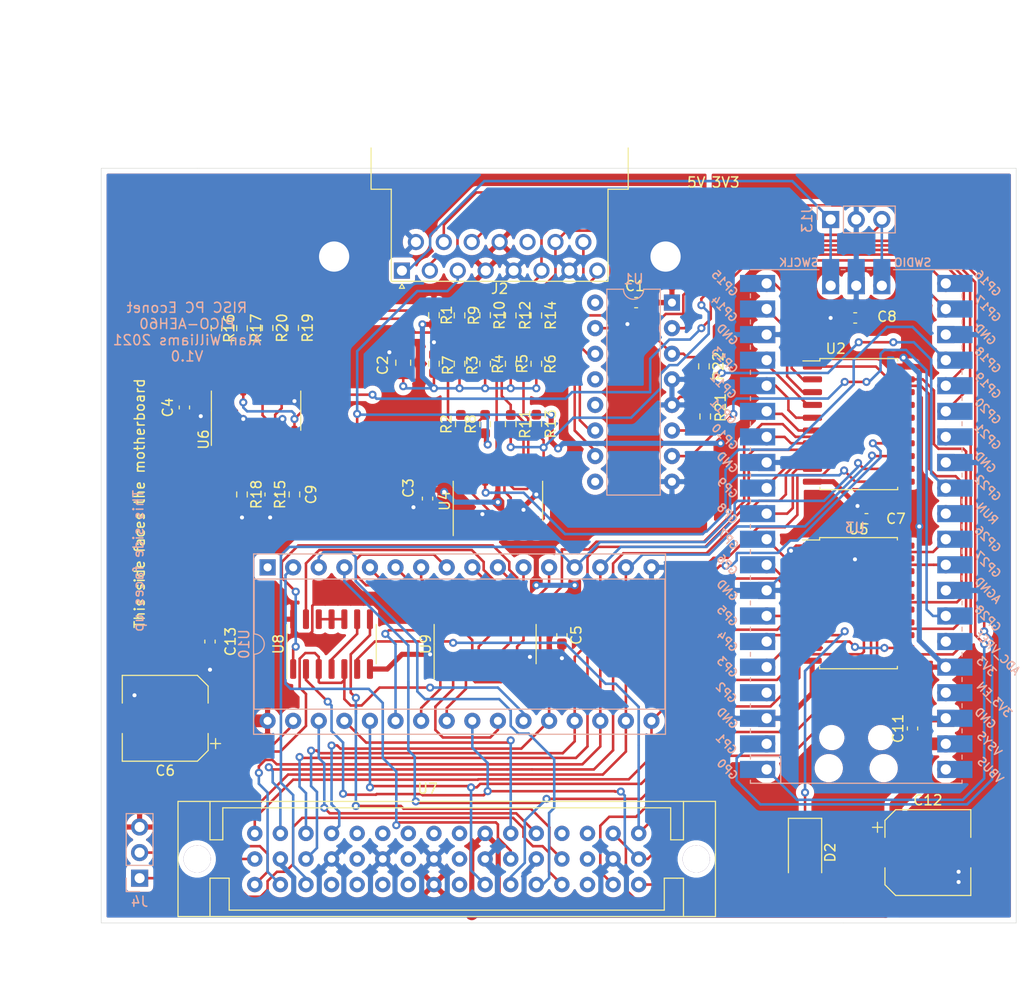
<source format=kicad_pcb>
(kicad_pcb (version 20171130) (host pcbnew "(5.1.10)-1")
  (layers (0 F.Cu signal) (31 B.Cu signal) (34 B.Paste user) (35 F.Paste user) (36 B.SilkS user) (37 F.SilkS user) (38 B.Mask user) (39 F.Mask user) (44 Edge.Cuts user))
  (net 0 "")
  (net 1 +5V)
  (net 2 GND)
  (net 3 "Net-(C2-Pad1)")
  (net 4 +3V3)
  (net 5 /CTS)
  (net 6 "Net-(D2-Pad1)")
  (net 7 /Ready)
  (net 8 /SWCLK)
  (net 9 /SWDIO)
  (net 10 /D+)
  (net 11 /C-)
  (net 12 /UART0RX)
  (net 13 /UART0TX)
  (net 14 "Net-(J2-Pad13)")
  (net 15 /D-)
  (net 16 /C+)
  (net 17 /La8)
  (net 18 "Net-(J4-Pad2)")
  (net 19 /RXD)
  (net 20 "Net-(R19-Pad1)")
  (net 21 "Net-(R10-Pad2)")
  (net 22 "Net-(R11-Pad1)")
  (net 23 "Net-(R14-Pad2)")
  (net 24 /TXRXC)
  (net 25 "Net-(R16-Pad2)")
  (net 26 "Net-(R17-Pad1)")
  (net 27 "Net-(R20-Pad2)")
  (net 28 /CLK_EN)
  (net 29 /TXEN)
  (net 30 /TXD)
  (net 31 "Net-(U1-Pad7)")
  (net 32 /Ncsnet)
  (net 33 /Bd7)
  (net 34 /Bd6)
  (net 35 /Bd5)
  (net 36 /Bd4)
  (net 37 /Bd3)
  (net 38 /Bd2)
  (net 39 /Bd1)
  (net 40 /Bd0)
  (net 41 /D0)
  (net 42 /D1)
  (net 43 /D2)
  (net 44 /D3)
  (net 45 /D4)
  (net 46 /D5)
  (net 47 /D6)
  (net 48 /D7)
  (net 49 /Niow)
  (net 50 "Net-(U3-Pad4)")
  (net 51 /RDY)
  (net 52 /NADLC)
  (net 53 /NWDS)
  (net 54 /NRDS)
  (net 55 /IRQ)
  (net 56 "Net-(U3-Pad30)")
  (net 57 /A0)
  (net 58 /A1)
  (net 59 "Net-(U3-Pad35)")
  (net 60 "Net-(U3-Pad37)")
  (net 61 "Net-(U3-Pad40)")
  (net 62 "Net-(U4-Pad1)")
  (net 63 "Net-(U4-Pad2)")
  (net 64 "Net-(U4-Pad13)")
  (net 65 "Net-(U4-Pad14)")
  (net 66 /Int)
  (net 67 /Reset)
  (net 68 /Nior)
  (net 69 /La2)
  (net 70 /La3)
  (net 71 "Net-(U6-Pad1)")
  (net 72 "Net-(U6-Pad2)")
  (net 73 "Net-(U6-Pad13)")
  (net 74 "Net-(U6-Pad14)")
  (net 75 /Psp7)
  (net 76 /Rst)
  (net 77 /La6)
  (net 78 /Psp4)
  (net 79 /Bd13)
  (net 80 /Nromnet)
  (net 81 /Psp8)
  (net 82 /La5)
  (net 83 /Psp5)
  (net 84 /Bd14)
  (net 85 /Bd11)
  (net 86 "Net-(U8-Pad13)")
  (net 87 "Net-(U8-Pad10)")
  (net 88 "Net-(U8-Pad4)")
  (net 89 "Net-(U8-Pad1)")
  (net 90 "Net-(U10-Pad26)")
  (net 91 "Net-(U10-Pad23)")
  (net 92 "Net-(U10-Pad25)")
  (net 93 "Net-(U10-Pad9)")
  (net 94 "Net-(U10-Pad10)")
  (net 95 "Net-(U10-Pad8)")
  (net 96 "Net-(U10-Pad11)")
  (net 97 "Net-(U10-Pad12)")
  (net 98 "Net-(U10-Pad6)")
  (net 99 "Net-(U10-Pad7)")
  (net 100 "Net-(U10-Pad5)")
  (net 101 "Net-(U10-Pad27)")
  (net 102 "Net-(U10-Pad1)")
  (net 103 /La4)
  (net 104 /La7)
  (net 105 /RST)
  (net 106 /Psp2)
  (net 107 /Bd10)
  (net 108 /Bd12)
  (net 109 /Bd15)
  (net 110 /Psp3)
  (net 111 /La9)
  (net 112 /Psp6)
  (net 113 /Bd8)
  (net 114 /Psp1)
  (net 115 /Bd9)
  (module DIN41612-48R:DIN41612-48R (layer F.Cu) (at 149.86 137.16)
    (fp_text reference U7 (at -20.955 -9.525) (layer F.SilkS))
    (fp_text value DIN41612-48R)
    (pad 49 thru_hole circle (at -43.815 -2.54) (size 2.6924 2.6924) (drill 2.6924) (layers *.Cu *.Mask))
    (pad 50 thru_hole circle (at 5.715 -2.54) (size 2.6924 2.6924) (drill 2.6924) (layers *.Cu *.Mask))
    (pad 16 thru_hole circle (at -38.1 0) (size 1.524 1.524) (drill 0.762) (layers *.Cu *.Mask) (net 36 /Bd4))
    (pad 15 thru_hole circle (at -35.56 0) (size 1.524 1.524) (drill 0.762) (layers *.Cu *.Mask) (net 35 /Bd5))
    (pad 14 thru_hole circle (at -33.02 0) (size 1.524 1.524) (drill 0.762) (layers *.Cu *.Mask) (net 40 /Bd0))
    (pad 13 thru_hole circle (at -30.48 0) (size 1.524 1.524) (drill 0.762) (layers *.Cu *.Mask) (net 114 /Psp1))
    (pad 12 thru_hole circle (at -27.94 0) (size 1.524 1.524) (drill 0.762) (layers *.Cu *.Mask) (net 115 /Bd9))
    (pad 11 thru_hole circle (at -25.4 0) (size 1.524 1.524) (drill 0.762) (layers *.Cu *.Mask) (net 85 /Bd11))
    (pad 10 thru_hole circle (at -22.86 0) (size 1.524 1.524) (drill 0.762) (layers *.Cu *.Mask) (net 84 /Bd14))
    (pad 9 thru_hole circle (at -20.32 0) (size 1.524 1.524) (drill 0.762) (layers *.Cu *.Mask) (net 1 +5V))
    (pad 8 thru_hole circle (at -17.78 0) (size 1.524 1.524) (drill 0.762) (layers *.Cu *.Mask) (net 83 /Psp5))
    (pad 7 thru_hole circle (at -15.24 0) (size 1.524 1.524) (drill 0.762) (layers *.Cu *.Mask) (net 70 /La3))
    (pad 6 thru_hole circle (at -12.7 0) (size 1.524 1.524) (drill 0.762) (layers *.Cu *.Mask) (net 69 /La2))
    (pad 5 thru_hole circle (at -10.16 0) (size 1.524 1.524) (drill 0.762) (layers *.Cu *.Mask) (net 82 /La5))
    (pad 4 thru_hole circle (at -7.62 0) (size 1.524 1.524) (drill 0.762) (layers *.Cu *.Mask) (net 17 /La8))
    (pad 3 thru_hole circle (at -5.08 0) (size 1.524 1.524) (drill 0.762) (layers *.Cu *.Mask) (net 81 /Psp8))
    (pad 2 thru_hole circle (at -2.54 0) (size 1.524 1.524) (drill 0.762) (layers *.Cu *.Mask) (net 66 /Int))
    (pad 1 thru_hole circle (at 0 0) (size 1.524 1.524) (drill 0.762) (layers *.Cu *.Mask) (net 32 /Ncsnet))
    (pad 32 thru_hole circle (at -38.1 -2.54) (size 1.524 1.524) (drill 0.762) (layers *.Cu *.Mask) (net 80 /Nromnet))
    (pad 31 thru_hole circle (at -35.56 -2.54) (size 1.524 1.524) (drill 0.762) (layers *.Cu *.Mask) (net 2 GND))
    (pad 30 thru_hole circle (at -33.02 -2.54) (size 1.524 1.524) (drill 0.762) (layers *.Cu *.Mask) (net 34 /Bd6))
    (pad 29 thru_hole circle (at -30.48 -2.54) (size 1.524 1.524) (drill 0.762) (layers *.Cu *.Mask) (net 2 GND))
    (pad 28 thru_hole circle (at -27.94 -2.54) (size 1.524 1.524) (drill 0.762) (layers *.Cu *.Mask) (net 113 /Bd8))
    (pad 27 thru_hole circle (at -25.4 -2.54) (size 1.524 1.524) (drill 0.762) (layers *.Cu *.Mask) (net 2 GND))
    (pad 26 thru_hole circle (at -22.86 -2.54) (size 1.524 1.524) (drill 0.762) (layers *.Cu *.Mask) (net 79 /Bd13))
    (pad 25 thru_hole circle (at -20.32 -2.54) (size 1.524 1.524) (drill 0.762) (layers *.Cu *.Mask) (net 2 GND))
    (pad 24 thru_hole circle (at -17.78 -2.54) (size 1.524 1.524) (drill 0.762) (layers *.Cu *.Mask) (net 78 /Psp4))
    (pad 23 thru_hole circle (at -15.24 -2.54) (size 1.524 1.524) (drill 0.762) (layers *.Cu *.Mask) (net 2 GND))
    (pad 22 thru_hole circle (at -12.7 -2.54) (size 1.524 1.524) (drill 0.762) (layers *.Cu *.Mask) (net 77 /La6))
    (pad 21 thru_hole circle (at -10.16 -2.54) (size 1.524 1.524) (drill 0.762) (layers *.Cu *.Mask) (net 2 GND))
    (pad 20 thru_hole circle (at -7.62 -2.54) (size 1.524 1.524) (drill 0.762) (layers *.Cu *.Mask) (net 76 /Rst))
    (pad 19 thru_hole circle (at -5.08 -2.54) (size 1.524 1.524) (drill 0.762) (layers *.Cu *.Mask) (net 75 /Psp7))
    (pad 18 thru_hole circle (at -2.54 -2.54) (size 1.524 1.524) (drill 0.762) (layers *.Cu *.Mask) (net 2 GND))
    (pad 17 thru_hole circle (at 0 -2.54) (size 1.524 1.524) (drill 0.762) (layers *.Cu *.Mask) (net 68 /Nior))
    (pad 48 thru_hole circle (at -38.1 -5.08) (size 1.524 1.524) (drill 0.762) (layers *.Cu *.Mask) (net 37 /Bd3))
    (pad 47 thru_hole circle (at -35.56 -5.08) (size 1.524 1.524) (drill 0.762) (layers *.Cu *.Mask) (net 38 /Bd2))
    (pad 46 thru_hole circle (at -33.02 -5.08) (size 1.524 1.524) (drill 0.762) (layers *.Cu *.Mask) (net 39 /Bd1))
    (pad 45 thru_hole circle (at -30.48 -5.08) (size 1.524 1.524) (drill 0.762) (layers *.Cu *.Mask) (net 33 /Bd7))
    (pad 44 thru_hole circle (at -27.94 -5.08) (size 1.524 1.524) (drill 0.762) (layers *.Cu *.Mask) (net 106 /Psp2))
    (pad 43 thru_hole circle (at -25.4 -5.08) (size 1.524 1.524) (drill 0.762) (layers *.Cu *.Mask) (net 107 /Bd10))
    (pad 42 thru_hole circle (at -22.86 -5.08) (size 1.524 1.524) (drill 0.762) (layers *.Cu *.Mask) (net 108 /Bd12))
    (pad 41 thru_hole circle (at -20.32 -5.08) (size 1.524 1.524) (drill 0.762) (layers *.Cu *.Mask) (net 109 /Bd15))
    (pad 40 thru_hole circle (at -17.78 -5.08) (size 1.524 1.524) (drill 0.762) (layers *.Cu *.Mask) (net 110 /Psp3))
    (pad 39 thru_hole circle (at -15.24 -5.08) (size 1.524 1.524) (drill 0.762) (layers *.Cu *.Mask) (net 1 +5V))
    (pad 38 thru_hole circle (at -12.7 -5.08) (size 1.524 1.524) (drill 0.762) (layers *.Cu *.Mask) (net 103 /La4))
    (pad 37 thru_hole circle (at -10.16 -5.08) (size 1.524 1.524) (drill 0.762) (layers *.Cu *.Mask) (net 104 /La7))
    (pad 36 thru_hole circle (at -7.62 -5.08) (size 1.524 1.524) (drill 0.762) (layers *.Cu *.Mask) (net 111 /La9))
    (pad 35 thru_hole circle (at -5.08 -5.08) (size 1.524 1.524) (drill 0.762) (layers *.Cu *.Mask) (net 112 /Psp6))
    (pad 34 thru_hole circle (at -2.54 -5.08) (size 1.524 1.524) (drill 0.762) (layers *.Cu *.Mask) (net 7 /Ready))
    (pad 33 thru_hole circle (at 0 -5.08) (size 1.524 1.524) (drill 0.762) (layers *.Cu *.Mask) (net 49 /Niow))
  )
  (module Capacitor_SMD:C_0603_1608Metric_Pad1.08x0.95mm_HandSolder (layer F.Cu) (at 149.606 79.375 180)
    (fp_text reference C1 (at 0.127 1.651) (layer F.SilkS))
    (fp_text value 220nF)
    (pad 1 smd roundrect (at -0.8625 0 180) (size 1.075 0.95) (layers F.Cu F.Paste F.Mask) (net 1 +5V))
    (pad 2 smd roundrect (at 0.8625 0 180) (size 1.075 0.95) (layers F.Cu F.Paste F.Mask) (net 2 GND))
  )
  (module Capacitor_SMD:C_0805_2012Metric_Pad1.18x1.45mm_HandSolder (layer F.Cu) (at 126.492 85.344 90)
    (fp_text reference C2 (at -0.254 -2.032 90) (layer F.SilkS))
    (fp_text value "10uF 10v")
    (pad 1 smd roundrect (at -1.0375 0 90) (size 1.175 1.45) (layers F.Cu F.Paste F.Mask) (roundrect_rratio 0.212766) (net 3 "Net-(C2-Pad1)"))
    (pad 2 smd roundrect (at 1.0375 0 90) (size 1.175 1.45) (layers F.Cu F.Paste F.Mask) (roundrect_rratio 0.212766) (net 2 GND))
  )
  (module Capacitor_SMD:C_0603_1608Metric_Pad1.08x0.95mm_HandSolder (layer F.Cu) (at 128.905 98.8325 270)
    (fp_text reference C3 (at -1.0425 1.905 90) (layer F.SilkS))
    (fp_text value 100n)
    (pad 2 smd roundrect (at 0.8625 0 270) (size 1.075 0.95) (layers F.Cu F.Paste F.Mask) (net 2 GND))
    (pad 1 smd roundrect (at -0.8625 0 270) (size 1.075 0.95) (layers F.Cu F.Paste F.Mask) (net 1 +5V))
  )
  (module Capacitor_SMD:C_0603_1608Metric_Pad1.08x0.95mm_HandSolder (layer F.Cu) (at 104.775 89.789 270)
    (fp_text reference C4 (at 0 1.651 90) (layer F.SilkS))
    (fp_text value 100n)
    (pad 2 smd roundrect (at 0.8625 0 270) (size 1.075 0.95) (layers F.Cu F.Paste F.Mask) (net 2 GND))
    (pad 1 smd roundrect (at -0.8625 0 270) (size 1.075 0.95) (layers F.Cu F.Paste F.Mask) (net 1 +5V))
  )
  (module Capacitor_SMD:C_0603_1608Metric_Pad1.08x0.95mm_HandSolder (layer F.Cu) (at 142.24 112.395 270)
    (fp_text reference C5 (at 0 -1.43 90) (layer F.SilkS))
    (fp_text value 100n)
    (pad 2 smd roundrect (at 0.8625 0 270) (size 1.075 0.95) (layers F.Cu F.Paste F.Mask) (net 2 GND))
    (pad 1 smd roundrect (at -0.8625 0 270) (size 1.075 0.95) (layers F.Cu F.Paste F.Mask) (net 1 +5V))
  )
  (module Capacitor_SMD:CP_Elec_8x6.2 (layer F.Cu) (at 102.87 120.65 180)
    (fp_text reference C6 (at 0 -5.2) (layer F.SilkS))
    (fp_text value "100uF 10v")
    (pad 1 smd roundrect (at -3.05 0 180) (size 4 2.5) (layers F.Cu F.Paste F.Mask) (roundrect_rratio 0.1) (net 1 +5V))
    (pad 2 smd roundrect (at 3.05 0 180) (size 4 2.5) (layers F.Cu F.Paste F.Mask) (roundrect_rratio 0.1) (net 2 GND))
  )
  (module Capacitor_SMD:C_0603_1608Metric_Pad1.08x0.95mm_HandSolder (layer F.Cu) (at 172.466 100.838 180)
    (fp_text reference C7 (at -2.921 0) (layer F.SilkS))
    (fp_text value 100n)
    (pad 2 smd roundrect (at 0.8625 0 180) (size 1.075 0.95) (layers F.Cu F.Paste F.Mask) (net 2 GND))
    (pad 1 smd roundrect (at -0.8625 0 180) (size 1.075 0.95) (layers F.Cu F.Paste F.Mask) (net 4 +3V3))
  )
  (module Capacitor_SMD:C_0603_1608Metric_Pad1.08x0.95mm_HandSolder (layer F.Cu) (at 171.3495 80.899 180)
    (fp_text reference C8 (at -3.1485 0.127) (layer F.SilkS))
    (fp_text value 100n)
    (pad 1 smd roundrect (at -0.8625 0 180) (size 1.075 0.95) (layers F.Cu F.Paste F.Mask) (net 4 +3V3))
    (pad 2 smd roundrect (at 0.8625 0 180) (size 1.075 0.95) (layers F.Cu F.Paste F.Mask) (net 2 GND))
  )
  (module Capacitor_SMD:C_0603_1608Metric_Pad1.08x0.95mm_HandSolder (layer F.Cu) (at 113.284 98.425 270)
    (fp_text reference C9 (at 0 -4.064 90) (layer F.SilkS))
    (fp_text value 10n)
    (pad 1 smd roundrect (at -0.8625 0 270) (size 1.075 0.95) (layers F.Cu F.Paste F.Mask) (net 5 /CTS))
    (pad 2 smd roundrect (at 0.8625 0 270) (size 1.075 0.95) (layers F.Cu F.Paste F.Mask) (net 2 GND))
  )
  (module Capacitor_SMD:C_0603_1608Metric_Pad1.08x0.95mm_HandSolder (layer F.Cu) (at 177.038 121.666 90)
    (fp_text reference C11 (at 0 -1.43 90) (layer F.SilkS))
    (fp_text value 100n)
    (pad 2 smd roundrect (at 0.8625 0 90) (size 1.075 0.95) (layers F.Cu F.Paste F.Mask) (net 2 GND))
    (pad 1 smd roundrect (at -0.8625 0 90) (size 1.075 0.95) (layers F.Cu F.Paste F.Mask) (net 1 +5V))
  )
  (module Capacitor_SMD:CP_Elec_8x6.2 (layer F.Cu) (at 178.56 133.985)
    (fp_text reference C12 (at 0 -5.2) (layer F.SilkS))
    (fp_text value "10uF 10v")
    (pad 2 smd roundrect (at 3.05 0) (size 4 2.5) (layers F.Cu F.Paste F.Mask) (roundrect_rratio 0.1) (net 2 GND))
    (pad 1 smd roundrect (at -3.05 0) (size 4 2.5) (layers F.Cu F.Paste F.Mask) (roundrect_rratio 0.1) (net 1 +5V))
  )
  (module Capacitor_SMD:C_0603_1608Metric_Pad1.08x0.95mm_HandSolder (layer F.Cu) (at 107.315 113.03 270)
    (fp_text reference C13 (at 0 -2.032 90) (layer F.SilkS))
    (fp_text value 100n)
    (pad 1 smd roundrect (at -0.8625 0 270) (size 1.075 0.95) (layers F.Cu F.Paste F.Mask) (net 1 +5V))
    (pad 2 smd roundrect (at 0.8625 0 270) (size 1.075 0.95) (layers F.Cu F.Paste F.Mask) (net 2 GND))
  )
  (module Diode_SMD:D_SMA (layer F.Cu) (at 166.37 133.985 270)
    (fp_text reference D2 (at 0 -2.5 90) (layer F.SilkS))
    (fp_text value D_Schottky_Small)
    (pad 1 smd rect (at -2 0 270) (size 2.5 1.8) (layers F.Cu F.Paste F.Mask) (net 6 "Net-(D2-Pad1)"))
    (pad 2 smd rect (at 2 0 270) (size 2.5 1.8) (layers F.Cu F.Paste F.Mask) (net 7 /Ready))
  )
  (module Connector_Dsub:DSUB-15_Female_Horizontal_P2.77x2.84mm_EdgePinOffset9.40mm (layer F.Cu) (at 126.365 76.2 180)
    (fp_text reference J2 (at -9.695 -1.8) (layer F.SilkS))
    (fp_text value DB15_Female)
    (pad 1 thru_hole rect (at 0 0 180) (size 1.6 1.6) (drill 1) (layers *.Cu *.Mask) (net 8 /SWCLK))
    (pad 2 thru_hole circle (at -2.77 0 180) (size 1.6 1.6) (drill 1) (layers *.Cu *.Mask) (net 9 /SWDIO))
    (pad 3 thru_hole circle (at -5.54 0 180) (size 1.6 1.6) (drill 1) (layers *.Cu *.Mask) (net 4 +3V3))
    (pad 4 thru_hole circle (at -8.31 0 180) (size 1.6 1.6) (drill 1) (layers *.Cu *.Mask) (net 1 +5V))
    (pad 5 thru_hole circle (at -11.08 0 180) (size 1.6 1.6) (drill 1) (layers *.Cu *.Mask) (net 2 GND))
    (pad 6 thru_hole circle (at -13.85 0 180) (size 1.6 1.6) (drill 1) (layers *.Cu *.Mask) (net 10 /D+))
    (pad 7 thru_hole circle (at -16.62 0 180) (size 1.6 1.6) (drill 1) (layers *.Cu *.Mask) (net 2 GND))
    (pad 8 thru_hole circle (at -19.39 0 180) (size 1.6 1.6) (drill 1) (layers *.Cu *.Mask) (net 11 /C-))
    (pad 9 thru_hole circle (at -1.385 2.84 180) (size 1.6 1.6) (drill 1) (layers *.Cu *.Mask) (net 2 GND))
    (pad 10 thru_hole circle (at -4.155 2.84 180) (size 1.6 1.6) (drill 1) (layers *.Cu *.Mask) (net 12 /UART0RX))
    (pad 11 thru_hole circle (at -6.925 2.84 180) (size 1.6 1.6) (drill 1) (layers *.Cu *.Mask) (net 13 /UART0TX))
    (pad 12 thru_hole circle (at -9.695 2.84 180) (size 1.6 1.6) (drill 1) (layers *.Cu *.Mask) (net 1 +5V))
    (pad 13 thru_hole circle (at -12.465 2.84 180) (size 1.6 1.6) (drill 1) (layers *.Cu *.Mask) (net 14 "Net-(J2-Pad13)"))
    (pad 14 thru_hole circle (at -15.235 2.84 180) (size 1.6 1.6) (drill 1) (layers *.Cu *.Mask) (net 15 /D-))
    (pad 15 thru_hole circle (at -18.005 2.84 180) (size 1.6 1.6) (drill 1) (layers *.Cu *.Mask) (net 16 /C+))
  )
  (module Connector_PinHeader_2.54mm:PinHeader_1x03_P2.54mm_Vertical (layer B.Cu) (at 100.33 136.525)
    (fp_text reference J4 (at 0 2.33) (layer B.SilkS) (effects (justify mirror)))
    (fp_text value Conn_01x03_Male)
    (pad 1 thru_hole rect (at 0 0) (size 1.7 1.7) (drill 1) (layers *.Cu *.Mask) (net 17 /La8))
    (pad 2 thru_hole oval (at 0 -2.54) (size 1.7 1.7) (drill 1) (layers *.Cu *.Mask) (net 18 "Net-(J4-Pad2)"))
    (pad 3 thru_hole oval (at 0 -5.08) (size 1.7 1.7) (drill 1) (layers *.Cu *.Mask) (net 1 +5V))
  )
  (module Connector_PinHeader_2.54mm:PinHeader_1x03_P2.54mm_Vertical (layer B.Cu) (at 168.91 71.12 270)
    (fp_text reference J13 (at 0 2.33 90) (layer B.SilkS) (effects (justify mirror)))
    (fp_text value Conn_01x03_Male)
    (pad 3 thru_hole oval (at 0 -5.08 270) (size 1.7 1.7) (drill 1) (layers *.Cu *.Mask) (net 9 /SWDIO))
    (pad 2 thru_hole oval (at 0 -2.54 270) (size 1.7 1.7) (drill 1) (layers *.Cu *.Mask) (net 2 GND))
    (pad 1 thru_hole rect (at 0 0 270) (size 1.7 1.7) (drill 1) (layers *.Cu *.Mask) (net 8 /SWCLK))
  )
  (module Resistor_SMD:R_0603_1608Metric_Pad0.98x0.95mm_HandSolder (layer F.Cu) (at 129.54 80.6215 90)
    (fp_text reference R1 (at 0 1.27 90) (layer F.SilkS))
    (fp_text value 1K5)
    (pad 2 smd roundrect (at 0.9125 0 90) (size 0.975 0.95) (layers F.Cu F.Paste F.Mask) (net 1 +5V))
    (pad 1 smd roundrect (at -0.9125 0 90) (size 0.975 0.95) (layers F.Cu F.Paste F.Mask) (net 3 "Net-(C2-Pad1)"))
  )
  (module Resistor_SMD:R_0603_1608Metric_Pad0.98x0.95mm_HandSolder (layer F.Cu) (at 132.207 91.44 90)
    (fp_text reference R2 (at 0 -1.43 90) (layer F.SilkS))
    (fp_text value 1M5)
    (pad 2 smd roundrect (at 0.9125 0 90) (size 0.975 0.95) (layers F.Cu F.Paste F.Mask) (net 19 /RXD))
    (pad 1 smd roundrect (at -0.9125 0 90) (size 0.975 0.95) (layers F.Cu F.Paste F.Mask) (net 20 "Net-(R19-Pad1)"))
  )
  (module Resistor_SMD:R_0603_1608Metric_Pad0.98x0.95mm_HandSolder (layer F.Cu) (at 132.08 85.4475 90)
    (fp_text reference R3 (at -0.1505 1.27 90) (layer F.SilkS))
    (fp_text value 10K)
    (pad 2 smd roundrect (at 0.9125 0 90) (size 0.975 0.95) (layers F.Cu F.Paste F.Mask) (net 20 "Net-(R19-Pad1)"))
    (pad 1 smd roundrect (at -0.9125 0 90) (size 0.975 0.95) (layers F.Cu F.Paste F.Mask) (net 3 "Net-(C2-Pad1)"))
  )
  (module Resistor_SMD:R_0603_1608Metric_Pad0.98x0.95mm_HandSolder (layer F.Cu) (at 134.62 85.4475 90)
    (fp_text reference R4 (at -0.0235 1.27 90) (layer F.SilkS))
    (fp_text value 10K)
    (pad 1 smd roundrect (at -0.9125 0 90) (size 0.975 0.95) (layers F.Cu F.Paste F.Mask) (net 3 "Net-(C2-Pad1)"))
    (pad 2 smd roundrect (at 0.9125 0 90) (size 0.975 0.95) (layers F.Cu F.Paste F.Mask) (net 21 "Net-(R10-Pad2)"))
  )
  (module Resistor_SMD:R_0603_1608Metric_Pad0.98x0.95mm_HandSolder (layer F.Cu) (at 137.16 85.4475 90)
    (fp_text reference R5 (at 0 1.143 90) (layer F.SilkS))
    (fp_text value 10K)
    (pad 2 smd roundrect (at 0.9125 0 90) (size 0.975 0.95) (layers F.Cu F.Paste F.Mask) (net 22 "Net-(R11-Pad1)"))
    (pad 1 smd roundrect (at -0.9125 0 90) (size 0.975 0.95) (layers F.Cu F.Paste F.Mask) (net 3 "Net-(C2-Pad1)"))
  )
  (module Resistor_SMD:R_0603_1608Metric_Pad0.98x0.95mm_HandSolder (layer F.Cu) (at 139.7 85.4475 90)
    (fp_text reference R6 (at -0.0235 1.397 90) (layer F.SilkS))
    (fp_text value 10K)
    (pad 1 smd roundrect (at -0.9125 0 90) (size 0.975 0.95) (layers F.Cu F.Paste F.Mask) (net 3 "Net-(C2-Pad1)"))
    (pad 2 smd roundrect (at 0.9125 0 90) (size 0.975 0.95) (layers F.Cu F.Paste F.Mask) (net 23 "Net-(R14-Pad2)"))
  )
  (module Resistor_SMD:R_0603_1608Metric_Pad0.98x0.95mm_HandSolder (layer F.Cu) (at 129.54 85.4475 90)
    (fp_text reference R7 (at -0.1505 1.397 90) (layer F.SilkS))
    (fp_text value 1K)
    (pad 1 smd roundrect (at -0.9125 0 90) (size 0.975 0.95) (layers F.Cu F.Paste F.Mask) (net 3 "Net-(C2-Pad1)"))
    (pad 2 smd roundrect (at 0.9125 0 90) (size 0.975 0.95) (layers F.Cu F.Paste F.Mask) (net 2 GND))
  )
  (module Resistor_SMD:R_0603_1608Metric_Pad0.98x0.95mm_HandSolder (layer F.Cu) (at 134.62 91.44 90)
    (fp_text reference R8 (at 0 -1.43 90) (layer F.SilkS))
    (fp_text value 1K)
    (pad 1 smd roundrect (at -0.9125 0 90) (size 0.975 0.95) (layers F.Cu F.Paste F.Mask) (net 4 +3V3))
    (pad 2 smd roundrect (at 0.9125 0 90) (size 0.975 0.95) (layers F.Cu F.Paste F.Mask) (net 19 /RXD))
  )
  (module Resistor_SMD:R_0603_1608Metric_Pad0.98x0.95mm_HandSolder (layer F.Cu) (at 132.08 80.645 270)
    (fp_text reference R9 (at 0 -1.43 90) (layer F.SilkS))
    (fp_text value 100K)
    (pad 2 smd roundrect (at 0.9125 0 270) (size 0.975 0.95) (layers F.Cu F.Paste F.Mask) (net 20 "Net-(R19-Pad1)"))
    (pad 1 smd roundrect (at -0.9125 0 270) (size 0.975 0.95) (layers F.Cu F.Paste F.Mask) (net 10 /D+))
  )
  (module Resistor_SMD:R_0603_1608Metric_Pad0.98x0.95mm_HandSolder (layer F.Cu) (at 134.62 80.6215 270)
    (fp_text reference R10 (at 0 -1.43 90) (layer F.SilkS))
    (fp_text value 100K)
    (pad 1 smd roundrect (at -0.9125 0 270) (size 0.975 0.95) (layers F.Cu F.Paste F.Mask) (net 15 /D-))
    (pad 2 smd roundrect (at 0.9125 0 270) (size 0.975 0.95) (layers F.Cu F.Paste F.Mask) (net 21 "Net-(R10-Pad2)"))
  )
  (module Resistor_SMD:R_0603_1608Metric_Pad0.98x0.95mm_HandSolder (layer F.Cu) (at 137.16 91.44 270)
    (fp_text reference R11 (at 0 -1.43 90) (layer F.SilkS))
    (fp_text value 1M5)
    (pad 1 smd roundrect (at -0.9125 0 270) (size 0.975 0.95) (layers F.Cu F.Paste F.Mask) (net 22 "Net-(R11-Pad1)"))
    (pad 2 smd roundrect (at 0.9125 0 270) (size 0.975 0.95) (layers F.Cu F.Paste F.Mask) (net 24 /TXRXC))
  )
  (module Resistor_SMD:R_0603_1608Metric_Pad0.98x0.95mm_HandSolder (layer F.Cu) (at 137.16 80.645 270)
    (fp_text reference R12 (at 0 -1.43 90) (layer F.SilkS))
    (fp_text value 100K)
    (pad 1 smd roundrect (at -0.9125 0 270) (size 0.975 0.95) (layers F.Cu F.Paste F.Mask) (net 16 /C+))
    (pad 2 smd roundrect (at 0.9125 0 270) (size 0.975 0.95) (layers F.Cu F.Paste F.Mask) (net 22 "Net-(R11-Pad1)"))
  )
  (module Resistor_SMD:R_0603_1608Metric_Pad0.98x0.95mm_HandSolder (layer F.Cu) (at 139.7 91.4165 270)
    (fp_text reference R13 (at 0 -1.43 90) (layer F.SilkS))
    (fp_text value 1K)
    (pad 2 smd roundrect (at 0.9125 0 270) (size 0.975 0.95) (layers F.Cu F.Paste F.Mask) (net 24 /TXRXC))
    (pad 1 smd roundrect (at -0.9125 0 270) (size 0.975 0.95) (layers F.Cu F.Paste F.Mask) (net 4 +3V3))
  )
  (module Resistor_SMD:R_0603_1608Metric_Pad0.98x0.95mm_HandSolder (layer F.Cu) (at 139.7 80.645 270)
    (fp_text reference R14 (at 0 -1.43 90) (layer F.SilkS))
    (fp_text value 100K)
    (pad 2 smd roundrect (at 0.9125 0 270) (size 0.975 0.95) (layers F.Cu F.Paste F.Mask) (net 23 "Net-(R14-Pad2)"))
    (pad 1 smd roundrect (at -0.9125 0 270) (size 0.975 0.95) (layers F.Cu F.Paste F.Mask) (net 11 /C-))
  )
  (module Resistor_SMD:R_0603_1608Metric_Pad0.98x0.95mm_HandSolder (layer F.Cu) (at 115.697 98.425 90)
    (fp_text reference R15 (at 0 -1.43 90) (layer F.SilkS))
    (fp_text value 1K)
    (pad 1 smd roundrect (at -0.9125 0 90) (size 0.975 0.95) (layers F.Cu F.Paste F.Mask) (net 4 +3V3))
    (pad 2 smd roundrect (at 0.9125 0 90) (size 0.975 0.95) (layers F.Cu F.Paste F.Mask) (net 5 /CTS))
  )
  (module Resistor_SMD:R_0603_1608Metric_Pad0.98x0.95mm_HandSolder (layer F.Cu) (at 107.95 81.915 270)
    (fp_text reference R16 (at 0 -1.27 90) (layer F.SilkS))
    (fp_text value 56K)
    (pad 1 smd roundrect (at -0.9125 0 270) (size 0.975 0.95) (layers F.Cu F.Paste F.Mask) (net 21 "Net-(R10-Pad2)"))
    (pad 2 smd roundrect (at 0.9125 0 270) (size 0.975 0.95) (layers F.Cu F.Paste F.Mask) (net 25 "Net-(R16-Pad2)"))
  )
  (module Resistor_SMD:R_0603_1608Metric_Pad0.98x0.95mm_HandSolder (layer F.Cu) (at 110.49 81.915 90)
    (fp_text reference R17 (at 0 1.397 90) (layer F.SilkS))
    (fp_text value 56K)
    (pad 1 smd roundrect (at -0.9125 0 90) (size 0.975 0.95) (layers F.Cu F.Paste F.Mask) (net 26 "Net-(R17-Pad1)"))
    (pad 2 smd roundrect (at 0.9125 0 90) (size 0.975 0.95) (layers F.Cu F.Paste F.Mask) (net 21 "Net-(R10-Pad2)"))
  )
  (module Resistor_SMD:R_0603_1608Metric_Pad0.98x0.95mm_HandSolder (layer F.Cu) (at 110.49 98.425 270)
    (fp_text reference R18 (at 0 -1.43 90) (layer F.SilkS))
    (fp_text value 1M5)
    (pad 2 smd roundrect (at 0.9125 0 270) (size 0.975 0.95) (layers F.Cu F.Paste F.Mask) (net 2 GND))
    (pad 1 smd roundrect (at -0.9125 0 270) (size 0.975 0.95) (layers F.Cu F.Paste F.Mask) (net 26 "Net-(R17-Pad1)"))
  )
  (module Resistor_SMD:R_0603_1608Metric_Pad0.98x0.95mm_HandSolder (layer F.Cu) (at 115.57 81.8915 270)
    (fp_text reference R19 (at 0 -1.43 90) (layer F.SilkS))
    (fp_text value 56K)
    (pad 2 smd roundrect (at 0.9125 0 270) (size 0.975 0.95) (layers F.Cu F.Paste F.Mask) (net 26 "Net-(R17-Pad1)"))
    (pad 1 smd roundrect (at -0.9125 0 270) (size 0.975 0.95) (layers F.Cu F.Paste F.Mask) (net 20 "Net-(R19-Pad1)"))
  )
  (module Resistor_SMD:R_0603_1608Metric_Pad0.98x0.95mm_HandSolder (layer F.Cu) (at 113.03 81.8915 270)
    (fp_text reference R20 (at 0 -1.43 90) (layer F.SilkS))
    (fp_text value 56K)
    (pad 2 smd roundrect (at 0.9125 0 270) (size 0.975 0.95) (layers F.Cu F.Paste F.Mask) (net 27 "Net-(R20-Pad2)"))
    (pad 1 smd roundrect (at -0.9125 0 270) (size 0.975 0.95) (layers F.Cu F.Paste F.Mask) (net 20 "Net-(R19-Pad1)"))
  )
  (module Resistor_SMD:R_0603_1608Metric_Pad0.98x0.95mm_HandSolder (layer F.Cu) (at 156.464 90.678 90)
    (fp_text reference R21 (at 0.889 1.524 90) (layer F.SilkS))
    (fp_text value 560)
    (pad 1 smd roundrect (at -0.9125 0 90) (size 0.975 0.95) (layers F.Cu F.Paste F.Mask) (net 28 /CLK_EN))
    (pad 2 smd roundrect (at 0.9125 0 90) (size 0.975 0.95) (layers F.Cu F.Paste F.Mask) (net 2 GND))
  )
  (module Resistor_SMD:R_0603_1608Metric_Pad0.98x0.95mm_HandSolder (layer F.Cu) (at 156.337 85.7015 270)
    (fp_text reference R22 (at 0 -1.43 90) (layer F.SilkS))
    (fp_text value 560)
    (pad 2 smd roundrect (at 0.9125 0 270) (size 0.975 0.95) (layers F.Cu F.Paste F.Mask) (net 2 GND))
    (pad 1 smd roundrect (at -0.9125 0 270) (size 0.975 0.95) (layers F.Cu F.Paste F.Mask) (net 29 /TXEN))
  )
  (module Package_DIP:DIP-16_W7.62mm (layer B.Cu) (at 153.162 79.375 180)
    (fp_text reference U1 (at 3.81 2.33) (layer B.SilkS) (effects (justify mirror)))
    (fp_text value MC26LS30)
    (pad 1 thru_hole rect (at 0 0 180) (size 1.6 1.6) (drill 0.8) (layers *.Cu *.Mask) (net 1 +5V))
    (pad 9 thru_hole oval (at 7.62 -17.78 180) (size 1.6 1.6) (drill 0.8) (layers *.Cu *.Mask))
    (pad 2 thru_hole oval (at 0 -2.54 180) (size 1.6 1.6) (drill 0.8) (layers *.Cu *.Mask) (net 30 /TXD))
    (pad 10 thru_hole oval (at 7.62 -15.24 180) (size 1.6 1.6) (drill 0.8) (layers *.Cu *.Mask) (net 16 /C+))
    (pad 3 thru_hole oval (at 0 -5.08 180) (size 1.6 1.6) (drill 0.8) (layers *.Cu *.Mask) (net 29 /TXEN))
    (pad 11 thru_hole oval (at 7.62 -12.7 180) (size 1.6 1.6) (drill 0.8) (layers *.Cu *.Mask) (net 11 /C-))
    (pad 4 thru_hole oval (at 0 -7.62 180) (size 1.6 1.6) (drill 0.8) (layers *.Cu *.Mask) (net 2 GND))
    (pad 12 thru_hole oval (at 7.62 -10.16 180) (size 1.6 1.6) (drill 0.8) (layers *.Cu *.Mask))
    (pad 5 thru_hole oval (at 0 -10.16 180) (size 1.6 1.6) (drill 0.8) (layers *.Cu *.Mask) (net 2 GND))
    (pad 13 thru_hole oval (at 7.62 -7.62 180) (size 1.6 1.6) (drill 0.8) (layers *.Cu *.Mask))
    (pad 6 thru_hole oval (at 0 -12.7 180) (size 1.6 1.6) (drill 0.8) (layers *.Cu *.Mask) (net 28 /CLK_EN))
    (pad 14 thru_hole oval (at 7.62 -5.08 180) (size 1.6 1.6) (drill 0.8) (layers *.Cu *.Mask) (net 15 /D-))
    (pad 7 thru_hole oval (at 0 -15.24 180) (size 1.6 1.6) (drill 0.8) (layers *.Cu *.Mask) (net 31 "Net-(U1-Pad7)"))
    (pad 15 thru_hole oval (at 7.62 -2.54 180) (size 1.6 1.6) (drill 0.8) (layers *.Cu *.Mask) (net 10 /D+))
    (pad 8 thru_hole oval (at 0 -17.78 180) (size 1.6 1.6) (drill 0.8) (layers *.Cu *.Mask) (net 2 GND))
    (pad 16 thru_hole oval (at 7.62 0 180) (size 1.6 1.6) (drill 0.8) (layers *.Cu *.Mask))
  )
  (module Package_SO:SOP-20_7.5x12.8mm_P1.27mm (layer F.Cu) (at 171.704 91.44)
    (fp_text reference U2 (at -2.286 -7.493) (layer F.SilkS))
    (fp_text value 74VLC245)
    (pad 20 smd roundrect (at 4.6 -5.715) (size 1.9 0.6) (layers F.Cu F.Paste F.Mask) (net 4 +3V3))
    (pad 19 smd roundrect (at 4.6 -4.445) (size 1.9 0.6) (layers F.Cu F.Paste F.Mask) (net 32 /Ncsnet))
    (pad 18 smd roundrect (at 4.6 -3.175) (size 1.9 0.6) (layers F.Cu F.Paste F.Mask) (net 33 /Bd7))
    (pad 17 smd roundrect (at 4.6 -1.905) (size 1.9 0.6) (layers F.Cu F.Paste F.Mask) (net 34 /Bd6))
    (pad 16 smd roundrect (at 4.6 -0.635) (size 1.9 0.6) (layers F.Cu F.Paste F.Mask) (net 35 /Bd5))
    (pad 15 smd roundrect (at 4.6 0.635) (size 1.9 0.6) (layers F.Cu F.Paste F.Mask) (net 36 /Bd4))
    (pad 14 smd roundrect (at 4.6 1.905) (size 1.9 0.6) (layers F.Cu F.Paste F.Mask) (net 37 /Bd3))
    (pad 13 smd roundrect (at 4.6 3.175) (size 1.9 0.6) (layers F.Cu F.Paste F.Mask) (net 38 /Bd2))
    (pad 12 smd roundrect (at 4.6 4.445) (size 1.9 0.6) (layers F.Cu F.Paste F.Mask) (net 39 /Bd1))
    (pad 11 smd roundrect (at 4.6 5.715) (size 1.9 0.6) (layers F.Cu F.Paste F.Mask) (net 40 /Bd0))
    (pad 10 smd roundrect (at -4.6 5.715) (size 1.9 0.6) (layers F.Cu F.Paste F.Mask) (net 2 GND))
    (pad 9 smd roundrect (at -4.6 4.445) (size 1.9 0.6) (layers F.Cu F.Paste F.Mask) (net 41 /D0))
    (pad 8 smd roundrect (at -4.6 3.175) (size 1.9 0.6) (layers F.Cu F.Paste F.Mask) (net 42 /D1))
    (pad 7 smd roundrect (at -4.6 1.905) (size 1.9 0.6) (layers F.Cu F.Paste F.Mask) (net 43 /D2))
    (pad 6 smd roundrect (at -4.6 0.635) (size 1.9 0.6) (layers F.Cu F.Paste F.Mask) (net 44 /D3))
    (pad 5 smd roundrect (at -4.6 -0.635) (size 1.9 0.6) (layers F.Cu F.Paste F.Mask) (net 45 /D4))
    (pad 4 smd roundrect (at -4.6 -1.905) (size 1.9 0.6) (layers F.Cu F.Paste F.Mask) (net 46 /D5))
    (pad 3 smd roundrect (at -4.6 -3.175) (size 1.9 0.6) (layers F.Cu F.Paste F.Mask) (net 47 /D6))
    (pad 2 smd roundrect (at -4.6 -4.445) (size 1.9 0.6) (layers F.Cu F.Paste F.Mask) (net 48 /D7))
    (pad 1 smd roundrect (at -4.6 -5.715) (size 1.9 0.6) (layers F.Cu F.Paste F.Mask) (net 49 /Niow))
  )
  (module MCU_RaspberryPi_and_Boards:RPi_Pico_SMD_TH (layer B.Cu) (at 171.45 101.6)
    (fp_text reference U3 (at -0.127 0.127) (layer B.SilkS) (effects (justify mirror)))
    (fp_text value Pico)
    (fp_text user GP1 (at -12.9 21.6 -45) (layer B.SilkS) (effects (font (size 0.8 0.8)) (justify mirror)))
    (fp_text user GP2 (at -12.9 16.51 -45) (layer B.SilkS) (effects (font (size 0.8 0.8)) (justify mirror)))
    (fp_text user GP0 (at -12.8 24.13 -45) (layer B.SilkS) (effects (font (size 0.8 0.8)) (justify mirror)))
    (fp_text user GP3 (at -12.8 13.97 -45) (layer B.SilkS) (effects (font (size 0.8 0.8)) (justify mirror)))
    (fp_text user GP4 (at -12.8 11.43 -45) (layer B.SilkS) (effects (font (size 0.8 0.8)) (justify mirror)))
    (fp_text user GP5 (at -12.8 8.89 -45) (layer B.SilkS) (effects (font (size 0.8 0.8)) (justify mirror)))
    (fp_text user GP6 (at -12.8 3.81 -45) (layer B.SilkS) (effects (font (size 0.8 0.8)) (justify mirror)))
    (fp_text user GP7 (at -12.7 1.3 -45) (layer B.SilkS) (effects (font (size 0.8 0.8)) (justify mirror)))
    (fp_text user GP8 (at -12.8 -1.27 -45) (layer B.SilkS) (effects (font (size 0.8 0.8)) (justify mirror)))
    (fp_text user GP9 (at -12.8 -3.81 -45) (layer B.SilkS) (effects (font (size 0.8 0.8)) (justify mirror)))
    (fp_text user GP10 (at -13.054 -8.89 -45) (layer B.SilkS) (effects (font (size 0.8 0.8)) (justify mirror)))
    (fp_text user GP11 (at -13.2 -11.43 -45) (layer B.SilkS) (effects (font (size 0.8 0.8)) (justify mirror)))
    (fp_text user GP12 (at -13.2 -13.97 -45) (layer B.SilkS) (effects (font (size 0.8 0.8)) (justify mirror)))
    (fp_text user GP13 (at -13.054 -16.51 -45) (layer B.SilkS) (effects (font (size 0.8 0.8)) (justify mirror)))
    (fp_text user GP14 (at -13.1 -21.59 -45) (layer B.SilkS) (effects (font (size 0.8 0.8)) (justify mirror)))
    (fp_text user GP15 (at -13.054 -24.13 -45) (layer B.SilkS) (effects (font (size 0.8 0.8)) (justify mirror)))
    (fp_text user GP16 (at 13.054 -24.13 -45) (layer B.SilkS) (effects (font (size 0.8 0.8)) (justify mirror)))
    (fp_text user GP17 (at 13.054 -21.59 -45) (layer B.SilkS) (effects (font (size 0.8 0.8)) (justify mirror)))
    (fp_text user GP18 (at 13.054 -16.51 -45) (layer B.SilkS) (effects (font (size 0.8 0.8)) (justify mirror)))
    (fp_text user GP19 (at 13.054 -13.97 -45) (layer B.SilkS) (effects (font (size 0.8 0.8)) (justify mirror)))
    (fp_text user GP20 (at 13.054 -11.43 -45) (layer B.SilkS) (effects (font (size 0.8 0.8)) (justify mirror)))
    (fp_text user GP21 (at 13.054 -8.9 -45) (layer B.SilkS) (effects (font (size 0.8 0.8)) (justify mirror)))
    (fp_text user GP22 (at 13.054 -3.81 -45) (layer B.SilkS) (effects (font (size 0.8 0.8)) (justify mirror)))
    (fp_text user RUN (at 13 -1.27 -45) (layer B.SilkS) (effects (font (size 0.8 0.8)) (justify mirror)))
    (fp_text user GP26 (at 13.054 1.27 -45) (layer B.SilkS) (effects (font (size 0.8 0.8)) (justify mirror)))
    (fp_text user GP27 (at 13.054 3.8 -45) (layer B.SilkS) (effects (font (size 0.8 0.8)) (justify mirror)))
    (fp_text user GP28 (at 13.054 9.144 -45) (layer B.SilkS) (effects (font (size 0.8 0.8)) (justify mirror)))
    (fp_text user ADC_VREF (at 14 12.5 -45) (layer B.SilkS) (effects (font (size 0.8 0.8)) (justify mirror)))
    (fp_text user 3V3 (at 12.9 13.9 -45) (layer B.SilkS) (effects (font (size 0.8 0.8)) (justify mirror)))
    (fp_text user 3V3_EN (at 13.7 17.2 -45) (layer B.SilkS) (effects (font (size 0.8 0.8)) (justify mirror)))
    (fp_text user VSYS (at 13.2 21.59 -45) (layer B.SilkS) (effects (font (size 0.8 0.8)) (justify mirror)))
    (fp_text user VBUS (at 13.3 24.2 -45) (layer B.SilkS) (effects (font (size 0.8 0.8)) (justify mirror)))
    (fp_text user GND (at -12.8 19.05 -45) (layer B.SilkS) (effects (font (size 0.8 0.8)) (justify mirror)))
    (fp_text user GND (at -12.8 6.35 -45) (layer B.SilkS) (effects (font (size 0.8 0.8)) (justify mirror)))
    (fp_text user GND (at -12.8 -6.35 -45) (layer B.SilkS) (effects (font (size 0.8 0.8)) (justify mirror)))
    (fp_text user GND (at -12.8 -19.05 -45) (layer B.SilkS) (effects (font (size 0.8 0.8)) (justify mirror)))
    (fp_text user GND (at 12.8 -19.05 -45) (layer B.SilkS) (effects (font (size 0.8 0.8)) (justify mirror)))
    (fp_text user GND (at 12.8 -6.35 -45) (layer B.SilkS) (effects (font (size 0.8 0.8)) (justify mirror)))
    (fp_text user GND (at 12.8 19.05 -45) (layer B.SilkS) (effects (font (size 0.8 0.8)) (justify mirror)))
    (fp_text user AGND (at 13.054 6.35 -45) (layer B.SilkS) (effects (font (size 0.8 0.8)) (justify mirror)))
    (fp_text user SWCLK (at -5.7 -26.2) (layer B.SilkS) (effects (font (size 0.8 0.8)) (justify mirror)))
    (fp_text user SWDIO (at 5.6 -26.2) (layer B.SilkS) (effects (font (size 0.8 0.8)) (justify mirror)))
    (pad 1 thru_hole oval (at -8.89 24.13) (size 1.7 1.7) (drill 1.02) (layers *.Cu *.Mask) (net 13 /UART0TX))
    (pad 2 thru_hole oval (at -8.89 21.59) (size 1.7 1.7) (drill 1.02) (layers *.Cu *.Mask) (net 12 /UART0RX))
    (pad 3 thru_hole rect (at -8.89 19.05) (size 1.7 1.7) (drill 1.02) (layers *.Cu *.Mask) (net 2 GND))
    (pad 4 thru_hole oval (at -8.89 16.51) (size 1.7 1.7) (drill 1.02) (layers *.Cu *.Mask) (net 50 "Net-(U3-Pad4)"))
    (pad 5 thru_hole oval (at -8.89 13.97) (size 1.7 1.7) (drill 1.02) (layers *.Cu *.Mask) (net 51 /RDY))
    (pad 6 thru_hole oval (at -8.89 11.43) (size 1.7 1.7) (drill 1.02) (layers *.Cu *.Mask) (net 105 /RST))
    (pad 7 thru_hole oval (at -8.89 8.89) (size 1.7 1.7) (drill 1.02) (layers *.Cu *.Mask) (net 52 /NADLC))
    (pad 8 thru_hole rect (at -8.89 6.35) (size 1.7 1.7) (drill 1.02) (layers *.Cu *.Mask) (net 2 GND))
    (pad 9 thru_hole oval (at -8.89 3.81) (size 1.7 1.7) (drill 1.02) (layers *.Cu *.Mask) (net 53 /NWDS))
    (pad 10 thru_hole oval (at -8.89 1.27) (size 1.7 1.7) (drill 1.02) (layers *.Cu *.Mask) (net 54 /NRDS))
    (pad 11 thru_hole oval (at -8.89 -1.27) (size 1.7 1.7) (drill 1.02) (layers *.Cu *.Mask) (net 41 /D0))
    (pad 12 thru_hole oval (at -8.89 -3.81) (size 1.7 1.7) (drill 1.02) (layers *.Cu *.Mask) (net 42 /D1))
    (pad 13 thru_hole rect (at -8.89 -6.35) (size 1.7 1.7) (drill 1.02) (layers *.Cu *.Mask) (net 2 GND))
    (pad 14 thru_hole oval (at -8.89 -8.89) (size 1.7 1.7) (drill 1.02) (layers *.Cu *.Mask) (net 43 /D2))
    (pad 15 thru_hole oval (at -8.89 -11.43) (size 1.7 1.7) (drill 1.02) (layers *.Cu *.Mask) (net 44 /D3))
    (pad 16 thru_hole oval (at -8.89 -13.97) (size 1.7 1.7) (drill 1.02) (layers *.Cu *.Mask) (net 45 /D4))
    (pad 17 thru_hole oval (at -8.89 -16.51) (size 1.7 1.7) (drill 1.02) (layers *.Cu *.Mask) (net 46 /D5))
    (pad 18 thru_hole rect (at -8.89 -19.05) (size 1.7 1.7) (drill 1.02) (layers *.Cu *.Mask) (net 2 GND))
    (pad 19 thru_hole oval (at -8.89 -21.59) (size 1.7 1.7) (drill 1.02) (layers *.Cu *.Mask) (net 47 /D6))
    (pad 20 thru_hole oval (at -8.89 -24.13) (size 1.7 1.7) (drill 1.02) (layers *.Cu *.Mask) (net 48 /D7))
    (pad 21 thru_hole oval (at 8.89 -24.13) (size 1.7 1.7) (drill 1.02) (layers *.Cu *.Mask) (net 24 /TXRXC))
    (pad 22 thru_hole oval (at 8.89 -21.59) (size 1.7 1.7) (drill 1.02) (layers *.Cu *.Mask) (net 5 /CTS))
    (pad 23 thru_hole rect (at 8.89 -19.05) (size 1.7 1.7) (drill 1.02) (layers *.Cu *.Mask) (net 2 GND))
    (pad 24 thru_hole oval (at 8.89 -16.51) (size 1.7 1.7) (drill 1.02) (layers *.Cu *.Mask) (net 19 /RXD))
    (pad 25 thru_hole oval (at 8.89 -13.97) (size 1.7 1.7) (drill 1.02) (layers *.Cu *.Mask) (net 30 /TXD))
    (pad 26 thru_hole oval (at 8.89 -11.43) (size 1.7 1.7) (drill 1.02) (layers *.Cu *.Mask) (net 29 /TXEN))
    (pad 27 thru_hole oval (at 8.89 -8.89) (size 1.7 1.7) (drill 1.02) (layers *.Cu *.Mask) (net 55 /IRQ))
    (pad 28 thru_hole rect (at 8.89 -6.35) (size 1.7 1.7) (drill 1.02) (layers *.Cu *.Mask) (net 2 GND))
    (pad 29 thru_hole oval (at 8.89 -3.81) (size 1.7 1.7) (drill 1.02) (layers *.Cu *.Mask) (net 28 /CLK_EN))
    (pad 30 thru_hole oval (at 8.89 -1.27) (size 1.7 1.7) (drill 1.02) (layers *.Cu *.Mask) (net 56 "Net-(U3-Pad30)"))
    (pad 31 thru_hole oval (at 8.89 1.27) (size 1.7 1.7) (drill 1.02) (layers *.Cu *.Mask) (net 57 /A0))
    (pad 32 thru_hole oval (at 8.89 3.81) (size 1.7 1.7) (drill 1.02) (layers *.Cu *.Mask) (net 58 /A1))
    (pad 33 thru_hole rect (at 8.89 6.35) (size 1.7 1.7) (drill 1.02) (layers *.Cu *.Mask) (net 2 GND))
    (pad 34 thru_hole oval (at 8.89 8.89) (size 1.7 1.7) (drill 1.02) (layers *.Cu *.Mask) (net 31 "Net-(U1-Pad7)"))
    (pad 35 thru_hole oval (at 8.89 11.43) (size 1.7 1.7) (drill 1.02) (layers *.Cu *.Mask) (net 59 "Net-(U3-Pad35)"))
    (pad 36 thru_hole oval (at 8.89 13.97) (size 1.7 1.7) (drill 1.02) (layers *.Cu *.Mask) (net 4 +3V3))
    (pad 37 thru_hole oval (at 8.89 16.51) (size 1.7 1.7) (drill 1.02) (layers *.Cu *.Mask) (net 60 "Net-(U3-Pad37)"))
    (pad 38 thru_hole rect (at 8.89 19.05) (size 1.7 1.7) (drill 1.02) (layers *.Cu *.Mask) (net 2 GND))
    (pad 39 thru_hole oval (at 8.89 21.59) (size 1.7 1.7) (drill 1.02) (layers *.Cu *.Mask) (net 1 +5V))
    (pad 40 thru_hole oval (at 8.89 24.13) (size 1.7 1.7) (drill 1.02) (layers *.Cu *.Mask) (net 61 "Net-(U3-Pad40)"))
    (pad 1 smd rect (at -8.89 24.13) (size 3.5 1.7) (drill (offset -0.9 0)) (layers B.Cu B.Mask) (net 13 /UART0TX))
    (pad 2 smd rect (at -8.89 21.59) (size 3.5 1.7) (drill (offset -0.9 0)) (layers B.Cu B.Mask) (net 12 /UART0RX))
    (pad 3 smd rect (at -8.89 19.05) (size 3.5 1.7) (drill (offset -0.9 0)) (layers B.Cu B.Mask) (net 2 GND))
    (pad 4 smd rect (at -8.89 16.51) (size 3.5 1.7) (drill (offset -0.9 0)) (layers B.Cu B.Mask) (net 50 "Net-(U3-Pad4)"))
    (pad 5 smd rect (at -8.89 13.97) (size 3.5 1.7) (drill (offset -0.9 0)) (layers B.Cu B.Mask) (net 51 /RDY))
    (pad 6 smd rect (at -8.89 11.43) (size 3.5 1.7) (drill (offset -0.9 0)) (layers B.Cu B.Mask) (net 105 /RST))
    (pad 7 smd rect (at -8.89 8.89) (size 3.5 1.7) (drill (offset -0.9 0)) (layers B.Cu B.Mask) (net 52 /NADLC))
    (pad 8 smd rect (at -8.89 6.35) (size 3.5 1.7) (drill (offset -0.9 0)) (layers B.Cu B.Mask) (net 2 GND))
    (pad 9 smd rect (at -8.89 3.81) (size 3.5 1.7) (drill (offset -0.9 0)) (layers B.Cu B.Mask) (net 53 /NWDS))
    (pad 10 smd rect (at -8.89 1.27) (size 3.5 1.7) (drill (offset -0.9 0)) (layers B.Cu B.Mask) (net 54 /NRDS))
    (pad 11 smd rect (at -8.89 -1.27) (size 3.5 1.7) (drill (offset -0.9 0)) (layers B.Cu B.Mask) (net 41 /D0))
    (pad 12 smd rect (at -8.89 -3.81) (size 3.5 1.7) (drill (offset -0.9 0)) (layers B.Cu B.Mask) (net 42 /D1))
    (pad 13 smd rect (at -8.89 -6.35) (size 3.5 1.7) (drill (offset -0.9 0)) (layers B.Cu B.Mask) (net 2 GND))
    (pad 14 smd rect (at -8.89 -8.89) (size 3.5 1.7) (drill (offset -0.9 0)) (layers B.Cu B.Mask) (net 43 /D2))
    (pad 15 smd rect (at -8.89 -11.43) (size 3.5 1.7) (drill (offset -0.9 0)) (layers B.Cu B.Mask) (net 44 /D3))
    (pad 16 smd rect (at -8.89 -13.97) (size 3.5 1.7) (drill (offset -0.9 0)) (layers B.Cu B.Mask) (net 45 /D4))
    (pad 17 smd rect (at -8.89 -16.51) (size 3.5 1.7) (drill (offset -0.9 0)) (layers B.Cu B.Mask) (net 46 /D5))
    (pad 18 smd rect (at -8.89 -19.05) (size 3.5 1.7) (drill (offset -0.9 0)) (layers B.Cu B.Mask) (net 2 GND))
    (pad 19 smd rect (at -8.89 -21.59) (size 3.5 1.7) (drill (offset -0.9 0)) (layers B.Cu B.Mask) (net 47 /D6))
    (pad 20 smd rect (at -8.89 -24.13) (size 3.5 1.7) (drill (offset -0.9 0)) (layers B.Cu B.Mask) (net 48 /D7))
    (pad 40 smd rect (at 8.89 24.13) (size 3.5 1.7) (drill (offset 0.9 0)) (layers B.Cu B.Mask) (net 61 "Net-(U3-Pad40)"))
    (pad 39 smd rect (at 8.89 21.59) (size 3.5 1.7) (drill (offset 0.9 0)) (layers B.Cu B.Mask) (net 1 +5V))
    (pad 38 smd rect (at 8.89 19.05) (size 3.5 1.7) (drill (offset 0.9 0)) (layers B.Cu B.Mask) (net 2 GND))
    (pad 37 smd rect (at 8.89 16.51) (size 3.5 1.7) (drill (offset 0.9 0)) (layers B.Cu B.Mask) (net 60 "Net-(U3-Pad37)"))
    (pad 36 smd rect (at 8.89 13.97) (size 3.5 1.7) (drill (offset 0.9 0)) (layers B.Cu B.Mask) (net 4 +3V3))
    (pad 35 smd rect (at 8.89 11.43) (size 3.5 1.7) (drill (offset 0.9 0)) (layers B.Cu B.Mask) (net 59 "Net-(U3-Pad35)"))
    (pad 34 smd rect (at 8.89 8.89) (size 3.5 1.7) (drill (offset 0.9 0)) (layers B.Cu B.Mask) (net 31 "Net-(U1-Pad7)"))
    (pad 33 smd rect (at 8.89 6.35) (size 3.5 1.7) (drill (offset 0.9 0)) (layers B.Cu B.Mask) (net 2 GND))
    (pad 32 smd rect (at 8.89 3.81) (size 3.5 1.7) (drill (offset 0.9 0)) (layers B.Cu B.Mask) (net 58 /A1))
    (pad 31 smd rect (at 8.89 1.27) (size 3.5 1.7) (drill (offset 0.9 0)) (layers B.Cu B.Mask) (net 57 /A0))
    (pad 30 smd rect (at 8.89 -1.27) (size 3.5 1.7) (drill (offset 0.9 0)) (layers B.Cu B.Mask) (net 56 "Net-(U3-Pad30)"))
    (pad 29 smd rect (at 8.89 -3.81) (size 3.5 1.7) (drill (offset 0.9 0)) (layers B.Cu B.Mask) (net 28 /CLK_EN))
    (pad 28 smd rect (at 8.89 -6.35) (size 3.5 1.7) (drill (offset 0.9 0)) (layers B.Cu B.Mask) (net 2 GND))
    (pad 27 smd rect (at 8.89 -8.89) (size 3.5 1.7) (drill (offset 0.9 0)) (layers B.Cu B.Mask) (net 55 /IRQ))
    (pad 26 smd rect (at 8.89 -11.43) (size 3.5 1.7) (drill (offset 0.9 0)) (layers B.Cu B.Mask) (net 29 /TXEN))
    (pad 25 smd rect (at 8.89 -13.97) (size 3.5 1.7) (drill (offset 0.9 0)) (layers B.Cu B.Mask) (net 30 /TXD))
    (pad 24 smd rect (at 8.89 -16.51) (size 3.5 1.7) (drill (offset 0.9 0)) (layers B.Cu B.Mask) (net 19 /RXD))
    (pad 23 smd rect (at 8.89 -19.05) (size 3.5 1.7) (drill (offset 0.9 0)) (layers B.Cu B.Mask) (net 2 GND))
    (pad 22 smd rect (at 8.89 -21.59) (size 3.5 1.7) (drill (offset 0.9 0)) (layers B.Cu B.Mask) (net 5 /CTS))
    (pad 21 smd rect (at 8.89 -24.13) (size 3.5 1.7) (drill (offset 0.9 0)) (layers B.Cu B.Mask) (net 24 /TXRXC))
    (pad "" np_thru_hole oval (at -2.725 24) (size 1.8 1.8) (drill 1.8) (layers *.Cu *.Mask))
    (pad "" np_thru_hole oval (at 2.725 24) (size 1.8 1.8) (drill 1.8) (layers *.Cu *.Mask))
    (pad "" np_thru_hole oval (at -2.425 20.97) (size 1.5 1.5) (drill 1.5) (layers *.Cu *.Mask))
    (pad "" np_thru_hole oval (at 2.425 20.97) (size 1.5 1.5) (drill 1.5) (layers *.Cu *.Mask))
    (pad 41 smd rect (at -2.54 -23.9 270) (size 3.5 1.7) (drill (offset -0.9 0)) (layers B.Cu B.Mask) (net 8 /SWCLK))
    (pad 41 thru_hole oval (at -2.54 -23.9) (size 1.7 1.7) (drill 1.02) (layers *.Cu *.Mask) (net 8 /SWCLK))
    (pad 42 smd rect (at 0 -23.9 270) (size 3.5 1.7) (drill (offset -0.9 0)) (layers B.Cu B.Mask) (net 2 GND))
    (pad 42 thru_hole rect (at 0 -23.9) (size 1.7 1.7) (drill 1.02) (layers *.Cu *.Mask) (net 2 GND))
    (pad 43 smd rect (at 2.54 -23.9 270) (size 3.5 1.7) (drill (offset -0.9 0)) (layers B.Cu B.Mask) (net 9 /SWDIO))
    (pad 43 thru_hole oval (at 2.54 -23.9) (size 1.7 1.7) (drill 1.02) (layers *.Cu *.Mask) (net 9 /SWDIO))
  )
  (module Package_SO:SO-14_3.9x8.65mm_P1.27mm (layer F.Cu) (at 135.89 99.06 90)
    (fp_text reference U4 (at 0 -5.28 90) (layer F.SilkS))
    (fp_text value LM319)
    (pad 1 smd roundrect (at -2.475 -3.81 90) (size 1.95 0.6) (layers F.Cu F.Paste F.Mask) (net 62 "Net-(U4-Pad1)"))
    (pad 2 smd roundrect (at -2.475 -2.54 90) (size 1.95 0.6) (layers F.Cu F.Paste F.Mask) (net 63 "Net-(U4-Pad2)"))
    (pad 3 smd roundrect (at -2.475 -1.27 90) (size 1.95 0.6) (layers F.Cu F.Paste F.Mask) (net 2 GND))
    (pad 4 smd roundrect (at -2.475 0 90) (size 1.95 0.6) (layers F.Cu F.Paste F.Mask) (net 20 "Net-(R19-Pad1)"))
    (pad 5 smd roundrect (at -2.475 1.27 90) (size 1.95 0.6) (layers F.Cu F.Paste F.Mask) (net 21 "Net-(R10-Pad2)"))
    (pad 6 smd roundrect (at -2.475 2.54 90) (size 1.95 0.6) (layers F.Cu F.Paste F.Mask) (net 2 GND))
    (pad 7 smd roundrect (at -2.475 3.81 90) (size 1.95 0.6) (layers F.Cu F.Paste F.Mask) (net 24 /TXRXC))
    (pad 8 smd roundrect (at 2.475 3.81 90) (size 1.95 0.6) (layers F.Cu F.Paste F.Mask) (net 2 GND))
    (pad 9 smd roundrect (at 2.475 2.54 90) (size 1.95 0.6) (layers F.Cu F.Paste F.Mask) (net 22 "Net-(R11-Pad1)"))
    (pad 10 smd roundrect (at 2.475 1.27 90) (size 1.95 0.6) (layers F.Cu F.Paste F.Mask) (net 23 "Net-(R14-Pad2)"))
    (pad 11 smd roundrect (at 2.475 0 90) (size 1.95 0.6) (layers F.Cu F.Paste F.Mask) (net 1 +5V))
    (pad 12 smd roundrect (at 2.475 -1.27 90) (size 1.95 0.6) (layers F.Cu F.Paste F.Mask) (net 19 /RXD))
    (pad 13 smd roundrect (at 2.475 -2.54 90) (size 1.95 0.6) (layers F.Cu F.Paste F.Mask) (net 64 "Net-(U4-Pad13)"))
    (pad 14 smd roundrect (at 2.475 -3.81 90) (size 1.95 0.6) (layers F.Cu F.Paste F.Mask) (net 65 "Net-(U4-Pad14)"))
  )
  (module Package_SO:SOP-20_7.5x12.8mm_P1.27mm (layer F.Cu) (at 171.676 109.22)
    (fp_text reference U5 (at 0 -7.35) (layer F.SilkS))
    (fp_text value 74VLC245)
    (pad 1 smd roundrect (at -4.6 -5.715) (size 1.9 0.6) (layers F.Cu F.Paste F.Mask) (net 2 GND))
    (pad 2 smd roundrect (at -4.6 -4.445) (size 1.9 0.6) (layers F.Cu F.Paste F.Mask) (net 58 /A1))
    (pad 3 smd roundrect (at -4.6 -3.175) (size 1.9 0.6) (layers F.Cu F.Paste F.Mask) (net 57 /A0))
    (pad 4 smd roundrect (at -4.6 -1.905) (size 1.9 0.6) (layers F.Cu F.Paste F.Mask) (net 54 /NRDS))
    (pad 5 smd roundrect (at -4.6 -0.635) (size 1.9 0.6) (layers F.Cu F.Paste F.Mask) (net 53 /NWDS))
    (pad 6 smd roundrect (at -4.6 0.635) (size 1.9 0.6) (layers F.Cu F.Paste F.Mask) (net 52 /NADLC))
    (pad 7 smd roundrect (at -4.6 1.905) (size 1.9 0.6) (layers F.Cu F.Paste F.Mask) (net 105 /RST))
    (pad 8 smd roundrect (at -4.6 3.175) (size 1.9 0.6) (layers F.Cu F.Paste F.Mask) (net 6 "Net-(D2-Pad1)"))
    (pad 9 smd roundrect (at -4.6 4.445) (size 1.9 0.6) (layers F.Cu F.Paste F.Mask) (net 66 /Int))
    (pad 10 smd roundrect (at -4.6 5.715) (size 1.9 0.6) (layers F.Cu F.Paste F.Mask) (net 2 GND))
    (pad 11 smd roundrect (at 4.6 5.715) (size 1.9 0.6) (layers F.Cu F.Paste F.Mask) (net 55 /IRQ))
    (pad 12 smd roundrect (at 4.6 4.445) (size 1.9 0.6) (layers F.Cu F.Paste F.Mask) (net 51 /RDY))
    (pad 13 smd roundrect (at 4.6 3.175) (size 1.9 0.6) (layers F.Cu F.Paste F.Mask) (net 67 /Reset))
    (pad 14 smd roundrect (at 4.6 1.905) (size 1.9 0.6) (layers F.Cu F.Paste F.Mask) (net 32 /Ncsnet))
    (pad 15 smd roundrect (at 4.6 0.635) (size 1.9 0.6) (layers F.Cu F.Paste F.Mask) (net 68 /Nior))
    (pad 16 smd roundrect (at 4.6 -0.635) (size 1.9 0.6) (layers F.Cu F.Paste F.Mask) (net 49 /Niow))
    (pad 17 smd roundrect (at 4.6 -1.905) (size 1.9 0.6) (layers F.Cu F.Paste F.Mask) (net 69 /La2))
    (pad 18 smd roundrect (at 4.6 -3.175) (size 1.9 0.6) (layers F.Cu F.Paste F.Mask) (net 70 /La3))
    (pad 19 smd roundrect (at 4.6 -4.445) (size 1.9 0.6) (layers F.Cu F.Paste F.Mask) (net 2 GND))
    (pad 20 smd roundrect (at 4.6 -5.715) (size 1.9 0.6) (layers F.Cu F.Paste F.Mask) (net 4 +3V3))
  )
  (module Package_SO:SO-14_3.9x8.65mm_P1.27mm (layer F.Cu) (at 111.887 90.105 90)
    (fp_text reference U6 (at -2.859 -5.207 90) (layer F.SilkS))
    (fp_text value LM319)
    (pad 1 smd roundrect (at -2.475 -3.81 90) (size 1.95 0.6) (layers F.Cu F.Paste F.Mask) (net 71 "Net-(U6-Pad1)"))
    (pad 2 smd roundrect (at -2.475 -2.54 90) (size 1.95 0.6) (layers F.Cu F.Paste F.Mask) (net 72 "Net-(U6-Pad2)"))
    (pad 3 smd roundrect (at -2.475 -1.27 90) (size 1.95 0.6) (layers F.Cu F.Paste F.Mask) (net 2 GND))
    (pad 4 smd roundrect (at -2.475 0 90) (size 1.95 0.6) (layers F.Cu F.Paste F.Mask) (net 26 "Net-(R17-Pad1)"))
    (pad 5 smd roundrect (at -2.475 1.27 90) (size 1.95 0.6) (layers F.Cu F.Paste F.Mask) (net 25 "Net-(R16-Pad2)"))
    (pad 6 smd roundrect (at -2.475 2.54 90) (size 1.95 0.6) (layers F.Cu F.Paste F.Mask) (net 2 GND))
    (pad 7 smd roundrect (at -2.475 3.81 90) (size 1.95 0.6) (layers F.Cu F.Paste F.Mask) (net 5 /CTS))
    (pad 8 smd roundrect (at 2.475 3.81 90) (size 1.95 0.6) (layers F.Cu F.Paste F.Mask) (net 2 GND))
    (pad 9 smd roundrect (at 2.475 2.54 90) (size 1.95 0.6) (layers F.Cu F.Paste F.Mask) (net 26 "Net-(R17-Pad1)"))
    (pad 10 smd roundrect (at 2.475 1.27 90) (size 1.95 0.6) (layers F.Cu F.Paste F.Mask) (net 27 "Net-(R20-Pad2)"))
    (pad 11 smd roundrect (at 2.475 0 90) (size 1.95 0.6) (layers F.Cu F.Paste F.Mask) (net 1 +5V))
    (pad 12 smd roundrect (at 2.475 -1.27 90) (size 1.95 0.6) (layers F.Cu F.Paste F.Mask) (net 5 /CTS))
    (pad 13 smd roundrect (at 2.475 -2.54 90) (size 1.95 0.6) (layers F.Cu F.Paste F.Mask) (net 73 "Net-(U6-Pad13)"))
    (pad 14 smd roundrect (at 2.475 -3.81 90) (size 1.95 0.6) (layers F.Cu F.Paste F.Mask) (net 74 "Net-(U6-Pad14)"))
  )
  (module Package_SO:SO-14_3.9x8.65mm_P1.27mm (layer F.Cu) (at 119.38 113.284 90)
    (fp_text reference U8 (at 0 -5.28 90) (layer F.SilkS))
    (fp_text value 74LS02)
    (pad 14 smd roundrect (at 2.475 -3.81 90) (size 1.95 0.6) (layers F.Cu F.Paste F.Mask) (net 1 +5V))
    (pad 13 smd roundrect (at 2.475 -2.54 90) (size 1.95 0.6) (layers F.Cu F.Paste F.Mask) (net 86 "Net-(U8-Pad13)"))
    (pad 12 smd roundrect (at 2.475 -1.27 90) (size 1.95 0.6) (layers F.Cu F.Paste F.Mask) (net 87 "Net-(U8-Pad10)"))
    (pad 11 smd roundrect (at 2.475 0 90) (size 1.95 0.6) (layers F.Cu F.Paste F.Mask) (net 87 "Net-(U8-Pad10)"))
    (pad 10 smd roundrect (at 2.475 1.27 90) (size 1.95 0.6) (layers F.Cu F.Paste F.Mask) (net 87 "Net-(U8-Pad10)"))
    (pad 9 smd roundrect (at 2.475 2.54 90) (size 1.95 0.6) (layers F.Cu F.Paste F.Mask) (net 88 "Net-(U8-Pad4)"))
    (pad 8 smd roundrect (at 2.475 3.81 90) (size 1.95 0.6) (layers F.Cu F.Paste F.Mask) (net 76 /Rst))
    (pad 7 smd roundrect (at -2.475 3.81 90) (size 1.95 0.6) (layers F.Cu F.Paste F.Mask) (net 2 GND))
    (pad 6 smd roundrect (at -2.475 2.54 90) (size 1.95 0.6) (layers F.Cu F.Paste F.Mask) (net 49 /Niow))
    (pad 5 smd roundrect (at -2.475 1.27 90) (size 1.95 0.6) (layers F.Cu F.Paste F.Mask) (net 80 /Nromnet))
    (pad 4 smd roundrect (at -2.475 0 90) (size 1.95 0.6) (layers F.Cu F.Paste F.Mask) (net 88 "Net-(U8-Pad4)"))
    (pad 3 smd roundrect (at -2.475 -1.27 90) (size 1.95 0.6) (layers F.Cu F.Paste F.Mask) (net 80 /Nromnet))
    (pad 2 smd roundrect (at -2.475 -2.54 90) (size 1.95 0.6) (layers F.Cu F.Paste F.Mask) (net 68 /Nior))
    (pad 1 smd roundrect (at -2.475 -3.81 90) (size 1.95 0.6) (layers F.Cu F.Paste F.Mask) (net 89 "Net-(U8-Pad1)"))
  )
  (module Package_SO:SO-16_3.9x9.9mm_P1.27mm (layer F.Cu) (at 134.62 113.284 90)
    (fp_text reference U9 (at 0 -5.9 90) (layer F.SilkS))
    (fp_text value 4020)
    (pad 1 smd roundrect (at -2.575 -4.445 90) (size 1.75 0.6) (layers F.Cu F.Paste F.Mask) (net 90 "Net-(U10-Pad26)"))
    (pad 2 smd roundrect (at -2.575 -3.175 90) (size 1.75 0.6) (layers F.Cu F.Paste F.Mask) (net 91 "Net-(U10-Pad23)"))
    (pad 3 smd roundrect (at -2.575 -1.905 90) (size 1.75 0.6) (layers F.Cu F.Paste F.Mask) (net 92 "Net-(U10-Pad25)"))
    (pad 4 smd roundrect (at -2.575 -0.635 90) (size 1.75 0.6) (layers F.Cu F.Paste F.Mask) (net 93 "Net-(U10-Pad9)"))
    (pad 5 smd roundrect (at -2.575 0.635 90) (size 1.75 0.6) (layers F.Cu F.Paste F.Mask) (net 94 "Net-(U10-Pad10)"))
    (pad 6 smd roundrect (at -2.575 1.905 90) (size 1.75 0.6) (layers F.Cu F.Paste F.Mask) (net 95 "Net-(U10-Pad8)"))
    (pad 7 smd roundrect (at -2.575 3.175 90) (size 1.75 0.6) (layers F.Cu F.Paste F.Mask) (net 96 "Net-(U10-Pad11)"))
    (pad 8 smd roundrect (at -2.575 4.445 90) (size 1.75 0.6) (layers F.Cu F.Paste F.Mask) (net 2 GND))
    (pad 9 smd roundrect (at 2.575 4.445 90) (size 1.75 0.6) (layers F.Cu F.Paste F.Mask) (net 97 "Net-(U10-Pad12)"))
    (pad 10 smd roundrect (at 2.575 3.175 90) (size 1.75 0.6) (layers F.Cu F.Paste F.Mask) (net 89 "Net-(U8-Pad1)"))
    (pad 11 smd roundrect (at 2.575 1.905 90) (size 1.75 0.6) (layers F.Cu F.Paste F.Mask) (net 86 "Net-(U8-Pad13)"))
    (pad 12 smd roundrect (at 2.575 0.635 90) (size 1.75 0.6) (layers F.Cu F.Paste F.Mask) (net 98 "Net-(U10-Pad6)"))
    (pad 13 smd roundrect (at 2.575 -0.635 90) (size 1.75 0.6) (layers F.Cu F.Paste F.Mask) (net 99 "Net-(U10-Pad7)"))
    (pad 14 smd roundrect (at 2.575 -1.905 90) (size 1.75 0.6) (layers F.Cu F.Paste F.Mask) (net 100 "Net-(U10-Pad5)"))
    (pad 15 smd roundrect (at 2.575 -3.175 90) (size 1.75 0.6) (layers F.Cu F.Paste F.Mask) (net 101 "Net-(U10-Pad27)"))
    (pad 16 smd roundrect (at 2.575 -4.445 90) (size 1.75 0.6) (layers F.Cu F.Paste F.Mask) (net 1 +5V))
  )
  (module Package_DIP:DIP-32_W15.24mm_Socket (layer B.Cu) (at 113.03 105.664 270)
    (fp_text reference U10 (at 7.62 2.33 90) (layer B.SilkS) (effects (justify mirror)))
    (fp_text value 27C020)
    (pad 1 thru_hole rect (at 0 0 270) (size 1.6 1.6) (drill 0.8) (layers *.Cu *.Mask) (net 102 "Net-(U10-Pad1)"))
    (pad 17 thru_hole oval (at 15.24 -38.1 270) (size 1.6 1.6) (drill 0.8) (layers *.Cu *.Mask) (net 37 /Bd3))
    (pad 2 thru_hole oval (at 0 -2.54 270) (size 1.6 1.6) (drill 0.8) (layers *.Cu *.Mask) (net 77 /La6))
    (pad 18 thru_hole oval (at 15.24 -35.56 270) (size 1.6 1.6) (drill 0.8) (layers *.Cu *.Mask) (net 36 /Bd4))
    (pad 3 thru_hole oval (at 0 -5.08 270) (size 1.6 1.6) (drill 0.8) (layers *.Cu *.Mask) (net 82 /La5))
    (pad 19 thru_hole oval (at 15.24 -33.02 270) (size 1.6 1.6) (drill 0.8) (layers *.Cu *.Mask) (net 35 /Bd5))
    (pad 4 thru_hole oval (at 0 -7.62 270) (size 1.6 1.6) (drill 0.8) (layers *.Cu *.Mask) (net 69 /La2))
    (pad 20 thru_hole oval (at 15.24 -30.48 270) (size 1.6 1.6) (drill 0.8) (layers *.Cu *.Mask) (net 34 /Bd6))
    (pad 5 thru_hole oval (at 0 -10.16 270) (size 1.6 1.6) (drill 0.8) (layers *.Cu *.Mask) (net 100 "Net-(U10-Pad5)"))
    (pad 21 thru_hole oval (at 15.24 -27.94 270) (size 1.6 1.6) (drill 0.8) (layers *.Cu *.Mask) (net 33 /Bd7))
    (pad 6 thru_hole oval (at 0 -12.7 270) (size 1.6 1.6) (drill 0.8) (layers *.Cu *.Mask) (net 98 "Net-(U10-Pad6)"))
    (pad 22 thru_hole oval (at 15.24 -25.4 270) (size 1.6 1.6) (drill 0.8) (layers *.Cu *.Mask) (net 80 /Nromnet))
    (pad 7 thru_hole oval (at 0 -15.24 270) (size 1.6 1.6) (drill 0.8) (layers *.Cu *.Mask) (net 99 "Net-(U10-Pad7)"))
    (pad 23 thru_hole oval (at 15.24 -22.86 270) (size 1.6 1.6) (drill 0.8) (layers *.Cu *.Mask) (net 91 "Net-(U10-Pad23)"))
    (pad 8 thru_hole oval (at 0 -17.78 270) (size 1.6 1.6) (drill 0.8) (layers *.Cu *.Mask) (net 95 "Net-(U10-Pad8)"))
    (pad 24 thru_hole oval (at 15.24 -20.32 270) (size 1.6 1.6) (drill 0.8) (layers *.Cu *.Mask) (net 68 /Nior))
    (pad 9 thru_hole oval (at 0 -20.32 270) (size 1.6 1.6) (drill 0.8) (layers *.Cu *.Mask) (net 93 "Net-(U10-Pad9)"))
    (pad 25 thru_hole oval (at 15.24 -17.78 270) (size 1.6 1.6) (drill 0.8) (layers *.Cu *.Mask) (net 92 "Net-(U10-Pad25)"))
    (pad 10 thru_hole oval (at 0 -22.86 270) (size 1.6 1.6) (drill 0.8) (layers *.Cu *.Mask) (net 94 "Net-(U10-Pad10)"))
    (pad 26 thru_hole oval (at 15.24 -15.24 270) (size 1.6 1.6) (drill 0.8) (layers *.Cu *.Mask) (net 90 "Net-(U10-Pad26)"))
    (pad 11 thru_hole oval (at 0 -25.4 270) (size 1.6 1.6) (drill 0.8) (layers *.Cu *.Mask) (net 96 "Net-(U10-Pad11)"))
    (pad 27 thru_hole oval (at 15.24 -12.7 270) (size 1.6 1.6) (drill 0.8) (layers *.Cu *.Mask) (net 101 "Net-(U10-Pad27)"))
    (pad 12 thru_hole oval (at 0 -27.94 270) (size 1.6 1.6) (drill 0.8) (layers *.Cu *.Mask) (net 97 "Net-(U10-Pad12)"))
    (pad 28 thru_hole oval (at 15.24 -10.16 270) (size 1.6 1.6) (drill 0.8) (layers *.Cu *.Mask) (net 70 /La3))
    (pad 13 thru_hole oval (at 0 -30.48 270) (size 1.6 1.6) (drill 0.8) (layers *.Cu *.Mask) (net 40 /Bd0))
    (pad 29 thru_hole oval (at 15.24 -7.62 270) (size 1.6 1.6) (drill 0.8) (layers *.Cu *.Mask) (net 103 /La4))
    (pad 14 thru_hole oval (at 0 -33.02 270) (size 1.6 1.6) (drill 0.8) (layers *.Cu *.Mask) (net 39 /Bd1))
    (pad 30 thru_hole oval (at 15.24 -5.08 270) (size 1.6 1.6) (drill 0.8) (layers *.Cu *.Mask) (net 104 /La7))
    (pad 15 thru_hole oval (at 0 -35.56 270) (size 1.6 1.6) (drill 0.8) (layers *.Cu *.Mask) (net 38 /Bd2))
    (pad 31 thru_hole oval (at 15.24 -2.54 270) (size 1.6 1.6) (drill 0.8) (layers *.Cu *.Mask) (net 18 "Net-(J4-Pad2)"))
    (pad 16 thru_hole oval (at 0 -38.1 270) (size 1.6 1.6) (drill 0.8) (layers *.Cu *.Mask) (net 2 GND))
    (pad 32 thru_hole oval (at 15.24 0 270) (size 1.6 1.6) (drill 0.8) (layers *.Cu *.Mask) (net 1 +5V))
  )
  (gr_line (start 187.325 140.97) (end 170.18 140.97) (layer Edge.Cuts) (width 0.05))
  (gr_line (start 96.52 104.14) (end 96.52 132.08) (layer Edge.Cuts) (width 0.05))
  (gr_line (start 96.52 104.14) (end 96.52 71.12) (layer Edge.Cuts) (width 0.05))
  (gr_line (start 96.52 66.04) (end 106.045 66.04) (layer Edge.Cuts) (width 0.05))
  (gr_line (start 96.52 66.04) (end 96.52 71.12) (layer Edge.Cuts) (width 0.05))
  (gr_text "RISC PC Econet\nPICO-AEH60\nAlan Williams 2021\nV1.0" (at 105.029 82.296) (layer B.SilkS) (effects (font (size 1 1)) (justify mirror)))
  (gr_text "This side faces up" (at 100.203 105.029 90) (layer B.SilkS) (effects (font (size 1 1)) (justify mirror)))
  (gr_text "This side faces the motherboard" (at 100.33 99.314 90) (layer F.SilkS) (effects (font (size 1 1))))
  (gr_text 5V (at 155.575 67.437) (layer F.SilkS) (effects (font (size 1 1))))
  (gr_text 3V3 (at 158.496 67.437) (layer F.SilkS) (effects (font (size 1 1))))
  (gr_line (start 187.325 140.97) (end 187.325 66.04) (layer Edge.Cuts) (width 0.05))
  (gr_line (start 96.52 140.97) (end 96.52 132.08) (layer Edge.Cuts) (width 0.05))
  (gr_line (start 106.045 66.04) (end 187.325 66.04) (layer Edge.Cuts) (width 0.05))
  (gr_line (start 96.52 140.97) (end 170.18 140.97) (layer Edge.Cuts) (width 0.05))
  (via (at 152.527 74.803) (size 3.099999) (drill 2.999999) (layers F.Cu B.Cu) (net 2))
  (segment (start 106.174 120.904) (end 105.92 120.65) (width 1.27) (layer F.Cu) (net 1))
  (segment (start 113.03 120.904) (end 106.174 120.904) (width 1.27) (layer F.Cu) (net 1))
  (segment (start 175.387 133.862) (end 175.51 133.985) (width 1.27) (layer F.Cu) (net 1))
  (segment (start 175.387 129.286) (end 175.387 133.862) (width 1.27) (layer F.Cu) (net 1))
  (segment (start 177.419 127.254) (end 175.387 129.286) (width 1.27) (layer F.Cu) (net 1))
  (segment (start 177.419 123.19) (end 177.419 127.254) (width 1.27) (layer F.Cu) (net 1))
  (segment (start 180.34 123.19) (end 177.419 123.19) (width 1.27) (layer F.Cu) (net 1))
  (segment (start 133.296001 140.065979) (end 133.25199 140.10999) (width 0.508) (layer F.Cu) (net 1))
  (segment (start 133.296001 133.403999) (end 133.296001 140.065979) (width 0.508) (layer F.Cu) (net 1))
  (segment (start 134.62 132.08) (end 133.296001 133.403999) (width 0.508) (layer F.Cu) (net 1))
  (segment (start 135.91899 133.37899) (end 135.91899 140.10999) (width 0.508) (layer F.Cu) (net 1))
  (segment (start 134.62 132.08) (end 135.91899 133.37899) (width 0.508) (layer F.Cu) (net 1))
  (segment (start 104.775 88.9265) (end 104.775 87.249) (width 0.25) (layer F.Cu) (net 1))
  (segment (start 104.775 87.249) (end 106.299 85.725) (width 0.25) (layer F.Cu) (net 1))
  (segment (start 111.887 86.655) (end 111.887 87.63) (width 0.25) (layer F.Cu) (net 1))
  (segment (start 110.957 85.725) (end 111.887 86.655) (width 0.25) (layer F.Cu) (net 1))
  (segment (start 106.299 85.725) (end 110.957 85.725) (width 0.25) (layer F.Cu) (net 1))
  (via (at 130.556 98.171) (size 0.8) (drill 0.4) (layers F.Cu B.Cu) (net 1))
  (segment (start 130.556 98.171) (end 130.175 98.171) (width 0.508) (layer F.Cu) (net 1))
  (segment (start 129.974 97.97) (end 128.905 97.97) (width 0.508) (layer F.Cu) (net 1))
  (segment (start 130.175 98.171) (end 129.974 97.97) (width 0.508) (layer F.Cu) (net 1))
  (via (at 143.51 107.442) (size 0.8) (drill 0.4) (layers F.Cu B.Cu) (net 1))
  (segment (start 143.51 107.442) (end 139.7 107.442) (width 0.508) (layer B.Cu) (net 1))
  (via (at 139.7 107.442) (size 0.8) (drill 0.4) (layers F.Cu B.Cu) (net 1))
  (segment (start 139.7 107.442) (end 139.7 104.521) (width 0.508) (layer F.Cu) (net 1))
  (segment (start 115.57 111.784) (end 115.57 110.809) (width 0.254) (layer F.Cu) (net 1))
  (segment (start 116.054 112.268) (end 115.57 111.784) (width 0.254) (layer F.Cu) (net 1))
  (segment (start 117.221 112.268) (end 116.054 112.268) (width 0.254) (layer F.Cu) (net 1))
  (segment (start 117.602 109.347) (end 117.46701 109.48199) (width 0.254) (layer F.Cu) (net 1))
  (segment (start 124.933 110.709) (end 123.571 109.347) (width 0.254) (layer F.Cu) (net 1))
  (segment (start 117.46701 112.02199) (end 117.221 112.268) (width 0.254) (layer F.Cu) (net 1))
  (segment (start 117.46701 109.48199) (end 117.46701 112.02199) (width 0.254) (layer F.Cu) (net 1))
  (segment (start 123.571 109.347) (end 117.602 109.347) (width 0.254) (layer F.Cu) (net 1))
  (segment (start 130.175 110.709) (end 124.933 110.709) (width 0.254) (layer F.Cu) (net 1))
  (segment (start 177.038 122.809) (end 177.419 123.19) (width 0.508) (layer F.Cu) (net 1))
  (segment (start 177.038 122.5285) (end 177.038 122.809) (width 0.508) (layer F.Cu) (net 1))
  (segment (start 150.4685 79.375) (end 153.162 79.375) (width 0.508) (layer F.Cu) (net 1))
  (segment (start 133.53498 139.827) (end 174.371 139.827) (width 1.27) (layer F.Cu) (net 1))
  (segment (start 133.296001 140.065979) (end 133.53498 139.827) (width 1.27) (layer F.Cu) (net 1))
  (segment (start 175.51 138.426) (end 175.51 133.985) (width 1.27) (layer F.Cu) (net 1))
  (segment (start 175.51 138.688) (end 175.51 138.426) (width 1.27) (layer F.Cu) (net 1))
  (segment (start 174.371 139.827) (end 175.51 138.688) (width 1.27) (layer F.Cu) (net 1))
  (via (at 135.890002 99.187002) (size 0.8) (drill 0.4) (layers F.Cu B.Cu) (net 1))
  (segment (start 130.556 98.171) (end 131.572002 99.187002) (width 0.508) (layer B.Cu) (net 1))
  (segment (start 135.89 96.585) (end 135.89 99.187) (width 0.508) (layer F.Cu) (net 1))
  (segment (start 135.89 99.187) (end 135.890002 99.187002) (width 0.508) (layer F.Cu) (net 1))
  (segment (start 131.572002 99.187002) (end 135.890002 99.187002) (width 0.508) (layer B.Cu) (net 1))
  (via (at 119.634 74.803) (size 3.099999) (drill 2.999999) (layers F.Cu B.Cu) (net 2))
  (segment (start 171.45 71.12) (end 171.45 77.7) (width 0.254) (layer B.Cu) (net 2))
  (segment (start 162.56 120.65) (end 164.592 120.65) (width 0.508) (layer F.Cu) (net 2))
  (segment (start 167.076 118.166) (end 167.076 114.935) (width 0.508) (layer F.Cu) (net 2))
  (segment (start 164.592 120.65) (end 167.076 118.166) (width 0.508) (layer F.Cu) (net 2))
  (segment (start 181.61 133.985) (end 181.61 135.89) (width 1.27) (layer F.Cu) (net 2))
  (via (at 181.61 136.906) (size 0.8) (drill 0.4) (layers F.Cu B.Cu) (net 2))
  (segment (start 181.61 135.89) (end 181.61 136.906) (width 1.27) (layer F.Cu) (net 2))
  (via (at 181.61 135.89) (size 0.8) (drill 0.4) (layers F.Cu B.Cu) (net 2))
  (via (at 99.822 118.364) (size 0.8) (drill 0.4) (layers F.Cu B.Cu) (net 2))
  (segment (start 118.163999 140.065979) (end 118.20801 140.10999) (width 0.508) (layer B.Cu) (net 2))
  (segment (start 118.163999 135.836001) (end 118.163999 140.065979) (width 0.508) (layer B.Cu) (net 2))
  (segment (start 119.38 134.62) (end 118.163999 135.836001) (width 0.508) (layer B.Cu) (net 2))
  (segment (start 120.596001 139.900001) (end 120.80599 140.10999) (width 0.508) (layer B.Cu) (net 2))
  (segment (start 120.596001 135.836001) (end 120.596001 139.900001) (width 0.508) (layer B.Cu) (net 2))
  (segment (start 119.38 134.62) (end 120.596001 135.836001) (width 0.508) (layer B.Cu) (net 2))
  (segment (start 115.623999 140.007999) (end 115.72599 140.10999) (width 0.508) (layer B.Cu) (net 2))
  (segment (start 115.623999 136.451999) (end 115.623999 140.007999) (width 0.508) (layer B.Cu) (net 2))
  (segment (start 114.3 135.128) (end 115.623999 136.451999) (width 0.508) (layer B.Cu) (net 2))
  (segment (start 114.3 134.62) (end 114.3 135.128) (width 0.508) (layer B.Cu) (net 2))
  (segment (start 139.7 134.874) (end 138.483999 136.090001) (width 0.508) (layer B.Cu) (net 2))
  (segment (start 138.483999 139.938979) (end 138.65501 140.10999) (width 0.508) (layer B.Cu) (net 2))
  (segment (start 138.483999 136.090001) (end 138.483999 139.938979) (width 0.508) (layer B.Cu) (net 2))
  (segment (start 139.7 134.62) (end 139.7 134.874) (width 0.508) (layer B.Cu) (net 2))
  (segment (start 135.836001 139.957981) (end 135.98801 140.10999) (width 0.508) (layer B.Cu) (net 2))
  (segment (start 135.836001 136.217001) (end 135.836001 139.957981) (width 0.508) (layer B.Cu) (net 2))
  (segment (start 134.62 135.001) (end 135.836001 136.217001) (width 0.508) (layer B.Cu) (net 2))
  (segment (start 134.62 134.62) (end 134.62 135.001) (width 0.508) (layer B.Cu) (net 2))
  (segment (start 123.243999 139.957981) (end 123.09199 140.10999) (width 0.508) (layer B.Cu) (net 2))
  (segment (start 123.243999 135.836001) (end 123.243999 139.957981) (width 0.508) (layer B.Cu) (net 2))
  (segment (start 124.46 134.62) (end 123.243999 135.836001) (width 0.508) (layer B.Cu) (net 2))
  (segment (start 125.676001 140.065979) (end 125.63199 140.10999) (width 0.508) (layer B.Cu) (net 2))
  (segment (start 125.676001 135.836001) (end 125.676001 140.065979) (width 0.508) (layer B.Cu) (net 2))
  (segment (start 124.46 134.62) (end 125.676001 135.836001) (width 0.508) (layer B.Cu) (net 2))
  (segment (start 128.323999 139.880999) (end 128.55299 140.10999) (width 0.508) (layer B.Cu) (net 2))
  (segment (start 129.54 134.62) (end 128.323999 135.836001) (width 0.508) (layer B.Cu) (net 2))
  (segment (start 128.323999 135.836001) (end 128.323999 139.880999) (width 0.508) (layer B.Cu) (net 2))
  (segment (start 130.863999 135.943999) (end 130.863999 140.007999) (width 0.508) (layer B.Cu) (net 2))
  (segment (start 129.54 134.62) (end 130.863999 135.943999) (width 0.508) (layer B.Cu) (net 2))
  (segment (start 146.103999 139.880999) (end 146.33299 140.10999) (width 0.508) (layer B.Cu) (net 2))
  (segment (start 147.32 134.62) (end 146.103999 135.836001) (width 0.508) (layer B.Cu) (net 2))
  (segment (start 146.103999 135.836001) (end 146.103999 139.880999) (width 0.508) (layer B.Cu) (net 2))
  (segment (start 148.643999 135.943999) (end 148.643999 140.084981) (width 0.508) (layer B.Cu) (net 2))
  (segment (start 147.32 134.62) (end 148.643999 135.943999) (width 0.508) (layer B.Cu) (net 2))
  (via (at 164.973 104.013) (size 0.8) (drill 0.4) (layers F.Cu B.Cu) (net 2))
  (segment (start 162.56 107.95) (end 164.973 105.537) (width 0.254) (layer B.Cu) (net 2))
  (segment (start 167.076 103.505) (end 165.481 103.505) (width 0.254) (layer F.Cu) (net 2))
  (segment (start 164.973 105.537) (end 164.973 104.013) (width 0.254) (layer B.Cu) (net 2))
  (segment (start 165.481 103.505) (end 164.973 104.013) (width 0.254) (layer F.Cu) (net 2))
  (segment (start 171.415004 104.775) (end 171.322994 104.86701) (width 0.254) (layer F.Cu) (net 2))
  (via (at 171.322994 104.86701) (size 0.8) (drill 0.4) (layers F.Cu B.Cu) (net 2))
  (segment (start 170.468984 104.013) (end 171.322994 104.86701) (width 0.254) (layer B.Cu) (net 2))
  (segment (start 164.973 104.013) (end 170.468984 104.013) (width 0.254) (layer B.Cu) (net 2))
  (segment (start 176.276 104.775) (end 171.415004 104.775) (width 0.254) (layer F.Cu) (net 2))
  (segment (start 115.697 87.63) (end 115.697 89.154) (width 0.25) (layer F.Cu) (net 2))
  (via (at 115.697 89.154) (size 0.8) (drill 0.4) (layers F.Cu B.Cu) (net 2))
  (segment (start 110.49 99.3375) (end 110.49 100.711) (width 0.25) (layer F.Cu) (net 2))
  (segment (start 113.284 99.2875) (end 113.284 100.711) (width 0.25) (layer F.Cu) (net 2))
  (via (at 110.49 100.711) (size 0.8) (drill 0.4) (layers F.Cu B.Cu) (net 2))
  (via (at 113.284 100.711) (size 0.8) (drill 0.4) (layers F.Cu B.Cu) (net 2))
  (segment (start 110.617 92.58) (end 110.617 90.932) (width 0.25) (layer F.Cu) (net 2))
  (via (at 110.617 90.932) (size 0.8) (drill 0.4) (layers F.Cu B.Cu) (net 2))
  (segment (start 129.54 84.535) (end 129.54 83.312) (width 0.25) (layer F.Cu) (net 2))
  (via (at 129.54 83.312) (size 0.8) (drill 0.4) (layers F.Cu B.Cu) (net 2))
  (segment (start 126.492 84.3065) (end 125.1165 84.3065) (width 0.25) (layer F.Cu) (net 2))
  (via (at 125.1165 84.3065) (size 0.8) (drill 0.4) (layers F.Cu B.Cu) (net 2))
  (segment (start 139.7 96.585) (end 139.7 98.425) (width 0.25) (layer F.Cu) (net 2))
  (segment (start 138.43 101.535) (end 138.43 99.949) (width 0.25) (layer F.Cu) (net 2))
  (via (at 139.7 98.425) (size 0.8) (drill 0.4) (layers F.Cu B.Cu) (net 2))
  (via (at 138.43 99.949) (size 0.8) (drill 0.4) (layers F.Cu B.Cu) (net 2))
  (segment (start 104.775 90.6515) (end 106.3995 90.6515) (width 0.25) (layer F.Cu) (net 2))
  (via (at 106.3995 90.6515) (size 0.8) (drill 0.4) (layers F.Cu B.Cu) (net 2))
  (segment (start 107.315 113.8925) (end 107.315 115.824) (width 0.25) (layer F.Cu) (net 2))
  (via (at 107.315 115.824) (size 0.8) (drill 0.4) (layers F.Cu B.Cu) (net 2))
  (segment (start 123.19 115.759) (end 124.906 115.759) (width 0.508) (layer F.Cu) (net 2))
  (segment (start 124.906 115.759) (end 126.365 114.3) (width 0.508) (layer F.Cu) (net 2))
  (segment (start 126.365 114.3) (end 129.159 114.3) (width 0.508) (layer F.Cu) (net 2))
  (via (at 129.159 114.3) (size 0.8) (drill 0.4) (layers F.Cu B.Cu) (net 2))
  (segment (start 142.24 113.2575) (end 142.24 114.681) (width 0.508) (layer F.Cu) (net 2))
  (via (at 142.24 114.681) (size 0.8) (drill 0.4) (layers F.Cu B.Cu) (net 2))
  (segment (start 139.065 115.859) (end 139.065 114.554) (width 0.254) (layer F.Cu) (net 2))
  (via (at 139.065 114.554) (size 0.8) (drill 0.4) (layers F.Cu B.Cu) (net 2))
  (segment (start 128.905 99.695) (end 127.508 99.695) (width 0.508) (layer F.Cu) (net 2))
  (via (at 127.508 99.695) (size 0.8) (drill 0.4) (layers F.Cu B.Cu) (net 2))
  (segment (start 153.162 86.995) (end 154.305 86.995) (width 0.254) (layer F.Cu) (net 2))
  (segment (start 154.686 86.614) (end 156.337 86.614) (width 0.254) (layer F.Cu) (net 2))
  (segment (start 154.305 86.995) (end 154.686 86.614) (width 0.254) (layer F.Cu) (net 2))
  (segment (start 167.104 97.155) (end 169.164 97.155) (width 0.508) (layer F.Cu) (net 2))
  (segment (start 169.164 97.155) (end 171.577 99.568) (width 0.508) (layer F.Cu) (net 2))
  (via (at 171.577 99.568) (size 0.8) (drill 0.4) (layers F.Cu B.Cu) (net 2))
  (segment (start 170.487 80.899) (end 168.91 80.899) (width 0.25) (layer F.Cu) (net 2))
  (via (at 168.91 80.899) (size 0.8) (drill 0.4) (layers F.Cu B.Cu) (net 2))
  (segment (start 171.577 100.8115) (end 171.6035 100.838) (width 0.508) (layer F.Cu) (net 2))
  (segment (start 171.577 99.568) (end 171.577 100.8115) (width 0.508) (layer F.Cu) (net 2))
  (segment (start 180.1865 120.8035) (end 180.34 120.65) (width 0.508) (layer F.Cu) (net 2))
  (segment (start 177.038 120.8035) (end 180.1865 120.8035) (width 0.508) (layer F.Cu) (net 2))
  (segment (start 180.34 107.95) (end 183.515 107.95) (width 0.508) (layer B.Cu) (net 2))
  (segment (start 180.34 82.55) (end 182.117202 82.55) (width 0.508) (layer B.Cu) (net 2))
  (segment (start 182.117202 82.55) (end 184.15 82.55) (width 0.508) (layer B.Cu) (net 2))
  (segment (start 180.34 95.25) (end 184.785 95.25) (width 0.508) (layer B.Cu) (net 2))
  (segment (start 148.7435 79.375) (end 148.7435 81.5075) (width 0.508) (layer F.Cu) (net 2))
  (via (at 148.7435 81.5075) (size 0.8) (drill 0.4) (layers F.Cu B.Cu) (net 2))
  (segment (start 138.43 99.695) (end 139.7 98.425) (width 0.508) (layer F.Cu) (net 2))
  (segment (start 138.43 99.949) (end 138.43 99.695) (width 0.508) (layer F.Cu) (net 2))
  (via (at 134.349345 100.379668) (size 0.8) (drill 0.4) (layers F.Cu B.Cu) (net 2))
  (segment (start 134.62 100.650323) (end 134.349345 100.379668) (width 0.254) (layer F.Cu) (net 2))
  (segment (start 134.62 101.535) (end 134.62 100.650323) (width 0.254) (layer F.Cu) (net 2))
  (segment (start 153.162 89.535) (end 153.961999 88.735001) (width 0.254) (layer F.Cu) (net 2))
  (segment (start 153.961999 88.735001) (end 155.921001 88.735001) (width 0.254) (layer F.Cu) (net 2))
  (segment (start 155.921001 88.735001) (end 156.464 89.278) (width 0.254) (layer F.Cu) (net 2))
  (segment (start 156.464 89.278) (end 156.464 89.7655) (width 0.254) (layer F.Cu) (net 2))
  (via (at 114.50702 90.932) (size 0.8) (drill 0.4) (layers F.Cu B.Cu) (net 2))
  (segment (start 114.427 92.58) (end 114.427 91.01202) (width 0.25) (layer F.Cu) (net 2))
  (segment (start 114.427 91.01202) (end 114.50702 90.932) (width 0.25) (layer F.Cu) (net 2))
  (segment (start 99.82 118.366) (end 99.822 118.364) (width 1.27) (layer F.Cu) (net 2))
  (segment (start 99.82 120.65) (end 99.82 118.366) (width 1.27) (layer F.Cu) (net 2))
  (segment (start 139.7 86.36) (end 139.7 87.884) (width 0.25) (layer F.Cu) (net 3))
  (segment (start 137.16 86.36) (end 137.16 87.884) (width 0.25) (layer F.Cu) (net 3))
  (segment (start 134.62 86.36) (end 134.62 87.884) (width 0.25) (layer F.Cu) (net 3))
  (segment (start 132.08 86.36) (end 132.08 87.884) (width 0.25) (layer F.Cu) (net 3))
  (segment (start 129.54 86.36) (end 129.54 87.884) (width 0.25) (layer F.Cu) (net 3))
  (via (at 129.54 87.884) (size 0.8) (drill 0.4) (layers F.Cu B.Cu) (net 3))
  (via (at 132.08 87.884) (size 0.8) (drill 0.4) (layers F.Cu B.Cu) (net 3))
  (via (at 134.62 87.884) (size 0.8) (drill 0.4) (layers F.Cu B.Cu) (net 3))
  (via (at 137.16 87.884) (size 0.8) (drill 0.4) (layers F.Cu B.Cu) (net 3))
  (via (at 139.7 87.884) (size 0.8) (drill 0.4) (layers F.Cu B.Cu) (net 3))
  (segment (start 139.7 87.884) (end 137.16 87.884) (width 0.25) (layer B.Cu) (net 3))
  (segment (start 137.16 87.884) (end 134.62 87.884) (width 0.25) (layer B.Cu) (net 3))
  (segment (start 134.62 87.884) (end 132.08 87.884) (width 0.25) (layer B.Cu) (net 3))
  (segment (start 132.08 87.884) (end 129.54 87.884) (width 0.25) (layer B.Cu) (net 3))
  (segment (start 129.54 81.534) (end 128.397 81.534) (width 0.508) (layer F.Cu) (net 3))
  (via (at 128.397 81.534) (size 0.8) (drill 0.4) (layers F.Cu B.Cu) (net 3))
  (segment (start 128.397 86.741) (end 129.54 87.884) (width 0.508) (layer B.Cu) (net 3))
  (segment (start 128.397 81.534) (end 128.397 86.741) (width 0.508) (layer B.Cu) (net 3))
  (segment (start 126.696976 87.884) (end 126.491674 87.678698) (width 0.25) (layer B.Cu) (net 3))
  (segment (start 126.492 87.678372) (end 126.491674 87.678698) (width 0.25) (layer F.Cu) (net 3))
  (segment (start 126.492 86.3815) (end 126.492 87.678372) (width 0.25) (layer F.Cu) (net 3))
  (segment (start 129.54 87.884) (end 126.696976 87.884) (width 0.25) (layer B.Cu) (net 3))
  (via (at 126.491674 87.678698) (size 0.8) (drill 0.4) (layers F.Cu B.Cu) (net 3))
  (via (at 121.92 90.423998) (size 0.8) (drill 0.4) (layers F.Cu B.Cu) (net 4))
  (segment (start 134.573 90.504) (end 122.000002 90.504) (width 0.254) (layer B.Cu) (net 4))
  (segment (start 122.000002 90.504) (end 121.92 90.423998) (width 0.254) (layer B.Cu) (net 4))
  (segment (start 115.697 99.3375) (end 121.92 93.1145) (width 0.254) (layer F.Cu) (net 4))
  (segment (start 121.92 93.1145) (end 121.92 90.423998) (width 0.254) (layer F.Cu) (net 4))
  (via (at 177.70799 101.6) (size 0.8) (drill 0.4) (layers F.Cu B.Cu) (net 4))
  (segment (start 177.70799 112.93799) (end 177.70799 101.6) (width 0.508) (layer B.Cu) (net 4))
  (segment (start 180.34 115.57) (end 177.70799 112.93799) (width 0.508) (layer B.Cu) (net 4))
  (segment (start 177.70799 86.407138) (end 176.142931 84.842079) (width 0.508) (layer B.Cu) (net 4))
  (segment (start 176.304 85.003148) (end 176.142931 84.842079) (width 0.508) (layer F.Cu) (net 4))
  (segment (start 176.304 85.725) (end 176.304 85.003148) (width 0.508) (layer F.Cu) (net 4))
  (via (at 176.142931 84.842079) (size 0.8) (drill 0.4) (layers F.Cu B.Cu) (net 4))
  (segment (start 177.70799 101.6) (end 177.70799 86.407138) (width 0.508) (layer B.Cu) (net 4))
  (segment (start 176.142931 84.842079) (end 176.149 84.83601) (width 0.508) (layer F.Cu) (net 4))
  (segment (start 174.498 80.899) (end 176.149 82.55) (width 0.508) (layer F.Cu) (net 4))
  (segment (start 172.212 80.899) (end 174.498 80.899) (width 0.508) (layer F.Cu) (net 4))
  (segment (start 176.149 84.83601) (end 176.149 82.55) (width 0.508) (layer F.Cu) (net 4))
  (segment (start 176.94599 100.838) (end 177.70799 101.6) (width 0.508) (layer F.Cu) (net 4))
  (segment (start 173.3285 100.838) (end 176.94599 100.838) (width 0.508) (layer F.Cu) (net 4))
  (segment (start 177.038 101.6) (end 177.70799 101.6) (width 0.508) (layer F.Cu) (net 4))
  (segment (start 176.276 102.362) (end 177.038 101.6) (width 0.508) (layer F.Cu) (net 4))
  (segment (start 176.276 103.505) (end 176.276 102.362) (width 0.508) (layer F.Cu) (net 4))
  (segment (start 134.62 92.3525) (end 134.62 93.20868) (width 0.254) (layer F.Cu) (net 4))
  (segment (start 134.573 90.504) (end 134.87866 90.80966) (width 0.254) (layer B.Cu) (net 4))
  (segment (start 134.87866 90.80966) (end 134.87866 92.901655) (width 0.254) (layer B.Cu) (net 4))
  (segment (start 134.87866 92.901655) (end 134.87866 93.46734) (width 0.254) (layer B.Cu) (net 4))
  (via (at 134.87866 93.46734) (size 0.8) (drill 0.4) (layers F.Cu B.Cu) (net 4))
  (segment (start 134.62 93.20868) (end 134.87866 93.46734) (width 0.254) (layer F.Cu) (net 4))
  (segment (start 134.573 90.504) (end 141.177 90.504) (width 0.254) (layer B.Cu) (net 4))
  (via (at 157.988 93.345) (size 0.8) (drill 0.4) (layers F.Cu B.Cu) (net 4))
  (segment (start 146.431 93.345) (end 146.415001 93.360999) (width 0.508) (layer B.Cu) (net 4))
  (segment (start 157.988 93.345) (end 146.431 93.345) (width 0.508) (layer B.Cu) (net 4))
  (segment (start 145.780001 93.360999) (end 145.796 93.345) (width 0.508) (layer B.Cu) (net 4))
  (segment (start 145.684999 93.360999) (end 145.780001 93.360999) (width 0.508) (layer B.Cu) (net 4))
  (segment (start 146.415001 93.360999) (end 145.684999 93.360999) (width 0.508) (layer B.Cu) (net 4))
  (via (at 141.177 90.504) (size 0.8) (drill 0.4) (layers F.Cu B.Cu) (net 4))
  (segment (start 141.13 90.551) (end 140.843 90.551) (width 0.254) (layer F.Cu) (net 4))
  (segment (start 141.177 90.504) (end 141.13 90.551) (width 0.254) (layer F.Cu) (net 4))
  (segment (start 139.7 90.504) (end 141.177 90.504) (width 0.254) (layer F.Cu) (net 4))
  (via (at 141.859 93.853) (size 0.8) (drill 0.4) (layers F.Cu B.Cu) (net 4))
  (segment (start 141.177 93.171) (end 141.859 93.853) (width 0.508) (layer F.Cu) (net 4))
  (segment (start 145.684999 93.360999) (end 142.351001 93.360999) (width 0.508) (layer B.Cu) (net 4))
  (segment (start 141.177 90.504) (end 141.177 93.171) (width 0.508) (layer F.Cu) (net 4))
  (segment (start 142.351001 93.360999) (end 141.859 93.853) (width 0.508) (layer B.Cu) (net 4))
  (segment (start 131.905 77.2005) (end 131.905 76.2) (width 0.254) (layer B.Cu) (net 4))
  (segment (start 130.8735 78.232) (end 131.905 77.2005) (width 0.254) (layer B.Cu) (net 4))
  (segment (start 127.889 78.232) (end 130.8735 78.232) (width 0.254) (layer B.Cu) (net 4))
  (segment (start 121.92 84.201) (end 127.889 78.232) (width 0.254) (layer B.Cu) (net 4))
  (segment (start 121.92 90.423998) (end 121.92 84.201) (width 0.254) (layer B.Cu) (net 4))
  (segment (start 115.697 92.58) (end 115.697 97.5125) (width 0.25) (layer F.Cu) (net 5))
  (segment (start 115.647 97.5625) (end 115.697 97.5125) (width 0.25) (layer F.Cu) (net 5))
  (segment (start 113.284 97.5625) (end 115.647 97.5625) (width 0.25) (layer F.Cu) (net 5))
  (segment (start 115.697 92.58) (end 115.697 90.932) (width 0.25) (layer F.Cu) (net 5))
  (via (at 115.697 90.932) (size 0.8) (drill 0.4) (layers F.Cu B.Cu) (net 5))
  (segment (start 110.617 87.63) (end 110.617 89.281) (width 0.25) (layer F.Cu) (net 5))
  (via (at 110.617 89.281) (size 0.8) (drill 0.4) (layers F.Cu B.Cu) (net 5))
  (segment (start 115.697 90.424) (end 115.697 90.932) (width 0.25) (layer B.Cu) (net 5))
  (segment (start 115.443 90.17) (end 115.697 90.424) (width 0.25) (layer B.Cu) (net 5))
  (segment (start 110.998 90.17) (end 115.443 90.17) (width 0.25) (layer B.Cu) (net 5))
  (segment (start 110.617 89.789) (end 110.998 90.17) (width 0.25) (layer B.Cu) (net 5))
  (segment (start 110.617 89.281) (end 110.617 89.789) (width 0.25) (layer B.Cu) (net 5))
  (via (at 123.443998 88.519) (size 0.8) (drill 0.4) (layers F.Cu B.Cu) (net 5))
  (segment (start 118.11 88.519) (end 123.443998 88.519) (width 0.254) (layer F.Cu) (net 5))
  (segment (start 115.697 90.932) (end 118.11 88.519) (width 0.254) (layer F.Cu) (net 5))
  (segment (start 142.59352 88.918999) (end 143.247519 88.265) (width 0.254) (layer B.Cu) (net 5))
  (segment (start 143.247519 88.265) (end 151.003 88.265) (width 0.254) (layer B.Cu) (net 5))
  (segment (start 123.843997 88.918999) (end 142.59352 88.918999) (width 0.254) (layer B.Cu) (net 5))
  (segment (start 123.443998 88.519) (end 123.843997 88.918999) (width 0.254) (layer B.Cu) (net 5))
  (segment (start 160.909 75.184) (end 157.01201 79.08099) (width 0.254) (layer F.Cu) (net 5))
  (segment (start 175.514 75.184) (end 160.909 75.184) (width 0.254) (layer F.Cu) (net 5))
  (segment (start 180.34 80.01) (end 175.514 75.184) (width 0.254) (layer F.Cu) (net 5))
  (segment (start 151.003 84.946038) (end 152.907037 83.042001) (width 0.254) (layer B.Cu) (net 5))
  (segment (start 152.907037 83.042001) (end 154.955999 83.042001) (width 0.254) (layer B.Cu) (net 5))
  (segment (start 151.003 88.265) (end 151.003 84.946038) (width 0.254) (layer B.Cu) (net 5))
  (segment (start 154.955999 83.042001) (end 156.083 81.915) (width 0.254) (layer B.Cu) (net 5))
  (via (at 156.083 81.915) (size 0.8) (drill 0.4) (layers F.Cu B.Cu) (net 5))
  (segment (start 157.01201 80.98599) (end 156.083 81.915) (width 0.254) (layer F.Cu) (net 5))
  (segment (start 157.01201 79.08099) (end 157.01201 80.98599) (width 0.254) (layer F.Cu) (net 5))
  (segment (start 169.926 112.395) (end 170.307 112.014) (width 0.254) (layer F.Cu) (net 6))
  (segment (start 167.076 112.395) (end 169.926 112.395) (width 0.254) (layer F.Cu) (net 6))
  (via (at 170.307 112.014) (size 0.8) (drill 0.4) (layers F.Cu B.Cu) (net 6))
  (via (at 166.370002 128.016) (size 0.8) (drill 0.4) (layers F.Cu B.Cu) (net 6))
  (segment (start 166.37 131.985) (end 166.37 128.016002) (width 0.254) (layer F.Cu) (net 6))
  (segment (start 166.37 128.016002) (end 166.370002 128.016) (width 0.254) (layer F.Cu) (net 6))
  (segment (start 170.307 112.014) (end 166.370002 115.950998) (width 0.254) (layer B.Cu) (net 6))
  (segment (start 166.370002 115.950998) (end 166.370002 128.016) (width 0.254) (layer B.Cu) (net 6))
  (segment (start 158.655 135.985) (end 166.37 135.985) (width 0.254) (layer F.Cu) (net 7))
  (segment (start 156.083 138.557) (end 158.655 135.985) (width 0.254) (layer F.Cu) (net 7))
  (segment (start 149.479 138.557) (end 156.083 138.557) (width 0.254) (layer F.Cu) (net 7))
  (segment (start 148.59 133.35) (end 148.59 137.668) (width 0.254) (layer F.Cu) (net 7))
  (segment (start 148.59 137.668) (end 149.479 138.557) (width 0.254) (layer F.Cu) (net 7))
  (segment (start 147.32 132.08) (end 148.59 133.35) (width 0.254) (layer F.Cu) (net 7))
  (segment (start 168.91 71.12) (end 168.91 77.7) (width 0.254) (layer B.Cu) (net 8))
  (segment (start 126.9555 76.2) (end 126.365 76.2) (width 0.254) (layer B.Cu) (net 8))
  (segment (start 129.159 73.9965) (end 126.9555 76.2) (width 0.254) (layer B.Cu) (net 8))
  (segment (start 129.159 72.692039) (end 129.159 73.9965) (width 0.254) (layer B.Cu) (net 8))
  (segment (start 134.541039 67.31) (end 129.159 72.692039) (width 0.254) (layer B.Cu) (net 8))
  (segment (start 165.1 67.31) (end 134.541039 67.31) (width 0.254) (layer B.Cu) (net 8))
  (segment (start 168.91 71.12) (end 165.1 67.31) (width 0.254) (layer B.Cu) (net 8))
  (segment (start 173.99 71.12) (end 173.99 77.7) (width 0.254) (layer B.Cu) (net 9))
  (segment (start 173.99 71.501) (end 173.99 71.12) (width 0.254) (layer F.Cu) (net 9))
  (segment (start 172.847 72.644) (end 173.99 71.501) (width 0.254) (layer F.Cu) (net 9))
  (segment (start 157.011003 70.270003) (end 159.385 72.644) (width 0.254) (layer F.Cu) (net 9))
  (segment (start 155.628992 68.88799) (end 157.011003 70.270003) (width 0.254) (layer F.Cu) (net 9))
  (segment (start 159.385 72.644) (end 172.847 72.644) (width 0.254) (layer F.Cu) (net 9))
  (segment (start 131.8775 71.4495) (end 134.43901 68.88799) (width 0.254) (layer F.Cu) (net 9))
  (segment (start 134.43901 68.88799) (end 155.628992 68.88799) (width 0.254) (layer F.Cu) (net 9))
  (segment (start 131.191 74.93) (end 131.8775 74.2435) (width 0.254) (layer F.Cu) (net 9))
  (segment (start 129.794 74.93) (end 131.191 74.93) (width 0.254) (layer F.Cu) (net 9))
  (segment (start 131.8775 74.2435) (end 131.8775 71.4495) (width 0.254) (layer F.Cu) (net 9))
  (segment (start 129.135 75.589) (end 129.794 74.93) (width 0.254) (layer F.Cu) (net 9))
  (segment (start 129.135 76.2) (end 129.135 75.589) (width 0.254) (layer F.Cu) (net 9))
  (segment (start 140.215 72.764) (end 140.215 76.2) (width 0.254) (layer F.Cu) (net 10))
  (segment (start 141.478 71.501) (end 140.215 72.764) (width 0.254) (layer F.Cu) (net 10))
  (segment (start 147.574 81.153) (end 147.574 72.898) (width 0.254) (layer F.Cu) (net 10))
  (segment (start 147.574 72.898) (end 146.177 71.501) (width 0.254) (layer F.Cu) (net 10))
  (segment (start 146.812 81.915) (end 147.574 81.153) (width 0.254) (layer F.Cu) (net 10))
  (segment (start 146.177 71.501) (end 141.478 71.501) (width 0.254) (layer F.Cu) (net 10))
  (segment (start 145.542 81.915) (end 146.812 81.915) (width 0.254) (layer F.Cu) (net 10))
  (segment (start 135.337521 77.704979) (end 133.31 79.7325) (width 0.254) (layer F.Cu) (net 10))
  (segment (start 140.215 76.574) (end 139.084021 77.704979) (width 0.254) (layer F.Cu) (net 10))
  (segment (start 133.31 79.7325) (end 132.08 79.7325) (width 0.254) (layer F.Cu) (net 10))
  (segment (start 139.084021 77.704979) (end 135.337521 77.704979) (width 0.254) (layer F.Cu) (net 10))
  (segment (start 140.215 76.2) (end 140.215 76.574) (width 0.254) (layer F.Cu) (net 10))
  (segment (start 144.907 92.075) (end 145.542 92.075) (width 0.25) (layer F.Cu) (net 11))
  (segment (start 144.018 85.09) (end 144.018 91.059) (width 0.25) (layer F.Cu) (net 11))
  (segment (start 142.875 83.947) (end 144.018 85.09) (width 0.25) (layer F.Cu) (net 11))
  (segment (start 142.875 82.55) (end 142.875 83.947) (width 0.25) (layer F.Cu) (net 11))
  (segment (start 140.0575 79.7325) (end 142.875 82.55) (width 0.25) (layer F.Cu) (net 11))
  (segment (start 139.7 79.7325) (end 140.0575 79.7325) (width 0.25) (layer F.Cu) (net 11))
  (segment (start 145.034 92.075) (end 145.542 92.075) (width 0.254) (layer F.Cu) (net 11))
  (segment (start 144.018 91.059) (end 145.034 92.075) (width 0.254) (layer F.Cu) (net 11))
  (segment (start 145.796 76.241) (end 145.755 76.2) (width 0.254) (layer F.Cu) (net 11))
  (segment (start 145.796 76.581) (end 145.796 76.241) (width 0.254) (layer F.Cu) (net 11))
  (segment (start 144.907 77.47) (end 145.796 76.581) (width 0.254) (layer F.Cu) (net 11))
  (segment (start 139.7235 79.756) (end 139.7 79.7325) (width 0.25) (layer F.Cu) (net 11))
  (segment (start 142.621 79.756) (end 139.7235 79.756) (width 0.25) (layer F.Cu) (net 11))
  (segment (start 144.907 77.47) (end 142.621 79.756) (width 0.25) (layer F.Cu) (net 11))
  (via (at 184.15 112.014) (size 0.8) (drill 0.4) (layers F.Cu B.Cu) (net 12))
  (segment (start 162.56 123.19) (end 161.011398 123.19) (width 0.254) (layer B.Cu) (net 12))
  (segment (start 184.930999 126.727001) (end 184.930999 112.794999) (width 0.254) (layer B.Cu) (net 12))
  (segment (start 184.404 112.014) (end 184.15 112.014) (width 0.254) (layer F.Cu) (net 12))
  (segment (start 161.011398 123.19) (end 159.582999 124.618399) (width 0.254) (layer B.Cu) (net 12))
  (segment (start 159.582999 124.618399) (end 159.582999 126.841601) (width 0.254) (layer B.Cu) (net 12))
  (segment (start 159.582999 126.841601) (end 161.938409 129.197011) (width 0.254) (layer B.Cu) (net 12))
  (segment (start 182.460989 129.197011) (end 184.930999 126.727001) (width 0.254) (layer B.Cu) (net 12))
  (segment (start 161.938409 129.197011) (end 182.460989 129.197011) (width 0.254) (layer B.Cu) (net 12))
  (segment (start 184.930999 112.794999) (end 184.15 112.014) (width 0.254) (layer B.Cu) (net 12))
  (segment (start 184.15 110.432998) (end 184.15 112.014) (width 0.25) (layer F.Cu) (net 12))
  (segment (start 183.769 110.051998) (end 184.15 110.432998) (width 0.25) (layer F.Cu) (net 12))
  (segment (start 183.769 77.089) (end 183.769 110.051998) (width 0.25) (layer F.Cu) (net 12))
  (segment (start 176.403 69.723) (end 183.769 77.089) (width 0.25) (layer F.Cu) (net 12))
  (segment (start 157.103242 69.723) (end 176.403 69.723) (width 0.25) (layer F.Cu) (net 12))
  (segment (start 155.816222 68.43598) (end 157.103242 69.723) (width 0.25) (layer F.Cu) (net 12))
  (segment (start 133.74802 68.43598) (end 155.816222 68.43598) (width 0.25) (layer F.Cu) (net 12))
  (segment (start 130.52 71.664) (end 133.74802 68.43598) (width 0.25) (layer F.Cu) (net 12))
  (segment (start 130.52 73.36) (end 130.52 71.664) (width 0.25) (layer F.Cu) (net 12))
  (segment (start 162.56 125.73) (end 165.573001 128.743001) (width 0.254) (layer B.Cu) (net 13))
  (segment (start 184.15 126.619) (end 184.15 113.284) (width 0.254) (layer B.Cu) (net 13))
  (via (at 184.15 113.284) (size 0.8) (drill 0.4) (layers F.Cu B.Cu) (net 13))
  (segment (start 165.573001 128.743001) (end 182.025999 128.743001) (width 0.254) (layer B.Cu) (net 13))
  (segment (start 182.025999 128.743001) (end 184.15 126.619) (width 0.254) (layer B.Cu) (net 13))
  (segment (start 179.15896 73.24096) (end 183.261 77.343) (width 0.254) (layer F.Cu) (net 13))
  (segment (start 159.212892 73.24096) (end 179.15896 73.24096) (width 0.254) (layer F.Cu) (net 13))
  (segment (start 155.313932 69.342) (end 159.212892 73.24096) (width 0.254) (layer F.Cu) (net 13))
  (segment (start 137.414 69.342) (end 155.313932 69.342) (width 0.254) (layer F.Cu) (net 13))
  (segment (start 133.396 73.36) (end 137.414 69.342) (width 0.254) (layer F.Cu) (net 13))
  (segment (start 183.261 112.395) (end 184.15 113.284) (width 0.254) (layer F.Cu) (net 13))
  (segment (start 183.261 77.343) (end 183.261 112.395) (width 0.254) (layer F.Cu) (net 13))
  (segment (start 134.615 79.704) (end 134.62 79.709) (width 0.25) (layer F.Cu) (net 15))
  (segment (start 142.727001 72.232999) (end 141.6 73.36) (width 0.254) (layer F.Cu) (net 15))
  (segment (start 147.066 73.406) (end 145.892999 72.232999) (width 0.254) (layer F.Cu) (net 15))
  (segment (start 147.066 79.883) (end 147.066 73.406) (width 0.254) (layer F.Cu) (net 15))
  (segment (start 146.304 80.645) (end 147.066 79.883) (width 0.254) (layer F.Cu) (net 15))
  (segment (start 144.018 81.28) (end 144.653 80.645) (width 0.254) (layer F.Cu) (net 15))
  (segment (start 144.018 83.693) (end 144.018 81.28) (width 0.254) (layer F.Cu) (net 15))
  (segment (start 144.653 80.645) (end 146.304 80.645) (width 0.254) (layer F.Cu) (net 15))
  (segment (start 144.78 84.455) (end 144.018 83.693) (width 0.254) (layer F.Cu) (net 15))
  (segment (start 145.892999 72.232999) (end 142.727001 72.232999) (width 0.254) (layer F.Cu) (net 15))
  (segment (start 145.542 84.455) (end 144.78 84.455) (width 0.254) (layer F.Cu) (net 15))
  (segment (start 135.97 78.359) (end 134.62 79.709) (width 0.254) (layer F.Cu) (net 15))
  (segment (start 139.827 78.359) (end 135.97 78.359) (width 0.254) (layer F.Cu) (net 15))
  (segment (start 141.6 76.586) (end 139.827 78.359) (width 0.254) (layer F.Cu) (net 15))
  (segment (start 141.6 73.36) (end 141.6 76.586) (width 0.254) (layer F.Cu) (net 15))
  (segment (start 143.51 92.075) (end 143.891 92.456) (width 0.25) (layer F.Cu) (net 16))
  (segment (start 142.24 84.328) (end 143.51 85.598) (width 0.25) (layer F.Cu) (net 16))
  (segment (start 142.24 82.81449) (end 142.24 84.328) (width 0.25) (layer F.Cu) (net 16))
  (segment (start 140.1705 80.74499) (end 142.24 82.81449) (width 0.25) (layer F.Cu) (net 16))
  (segment (start 143.51 85.598) (end 143.51 92.075) (width 0.25) (layer F.Cu) (net 16))
  (segment (start 137.68499 80.74499) (end 140.1705 80.74499) (width 0.25) (layer F.Cu) (net 16))
  (segment (start 137.16 80.22) (end 137.68499 80.74499) (width 0.25) (layer F.Cu) (net 16))
  (segment (start 137.16 79.7325) (end 137.16 80.22) (width 0.25) (layer F.Cu) (net 16))
  (segment (start 145.542 94.107) (end 145.542 94.615) (width 0.254) (layer F.Cu) (net 16))
  (segment (start 143.51 92.075) (end 145.542 94.107) (width 0.254) (layer F.Cu) (net 16))
  (segment (start 138.079489 78.813011) (end 137.16 79.7325) (width 0.254) (layer F.Cu) (net 16))
  (segment (start 144.37 73.36) (end 144.37 76.991) (width 0.254) (layer F.Cu) (net 16))
  (segment (start 144.37 76.991) (end 142.547989 78.813011) (width 0.254) (layer F.Cu) (net 16))
  (segment (start 142.547989 78.813011) (end 138.079489 78.813011) (width 0.254) (layer F.Cu) (net 16))
  (segment (start 140.97 135.89) (end 142.24 137.16) (width 0.254) (layer F.Cu) (net 17))
  (segment (start 140.327932 133.35) (end 140.97 133.992068) (width 0.254) (layer F.Cu) (net 17))
  (segment (start 139.358278 133.35) (end 140.327932 133.35) (width 0.254) (layer F.Cu) (net 17))
  (segment (start 138.43 132.421722) (end 139.358278 133.35) (width 0.254) (layer F.Cu) (net 17))
  (segment (start 138.43 131.572) (end 138.43 132.421722) (width 0.254) (layer F.Cu) (net 17))
  (segment (start 140.97 133.992068) (end 140.97 135.89) (width 0.254) (layer F.Cu) (net 17))
  (segment (start 100.33 136.525) (end 104.14 136.525) (width 0.254) (layer F.Cu) (net 17))
  (segment (start 137.394988 130.536988) (end 138.43 131.572) (width 0.254) (layer F.Cu) (net 17))
  (segment (start 104.14 136.525) (end 104.648 137.033) (width 0.254) (layer F.Cu) (net 17))
  (segment (start 109.715889 137.033) (end 111.049389 138.3665) (width 0.254) (layer F.Cu) (net 17))
  (segment (start 104.648 137.033) (end 109.715889 137.033) (width 0.254) (layer F.Cu) (net 17))
  (segment (start 111.049389 138.3665) (end 112.3315 138.3665) (width 0.254) (layer F.Cu) (net 17))
  (segment (start 113.03 136.818278) (end 113.958278 135.89) (width 0.254) (layer F.Cu) (net 17))
  (segment (start 112.3315 138.3665) (end 113.03 137.668) (width 0.254) (layer F.Cu) (net 17))
  (segment (start 113.03 137.668) (end 113.03 136.818278) (width 0.254) (layer F.Cu) (net 17))
  (segment (start 113.958278 135.89) (end 114.808 135.89) (width 0.254) (layer F.Cu) (net 17))
  (segment (start 114.808 135.89) (end 115.57 135.128) (width 0.254) (layer F.Cu) (net 17))
  (segment (start 115.57 135.128) (end 115.57 131.445) (width 0.254) (layer F.Cu) (net 17))
  (segment (start 115.57 131.445) (end 116.478012 130.536988) (width 0.254) (layer F.Cu) (net 17))
  (segment (start 116.478012 130.536988) (end 137.394988 130.536988) (width 0.254) (layer F.Cu) (net 17))
  (segment (start 115.57 121.285) (end 115.57 120.904) (width 0.254) (layer F.Cu) (net 18))
  (segment (start 113.665 123.19) (end 115.57 121.285) (width 0.254) (layer F.Cu) (net 18))
  (segment (start 112.776 123.19) (end 113.665 123.19) (width 0.254) (layer F.Cu) (net 18))
  (segment (start 100.33 133.985) (end 101.981 133.985) (width 0.254) (layer F.Cu) (net 18))
  (segment (start 101.981 133.985) (end 112.776 123.19) (width 0.254) (layer F.Cu) (net 18))
  (segment (start 132.207 90.5275) (end 134.62 90.5275) (width 0.25) (layer F.Cu) (net 19))
  (segment (start 134.62 96.585) (end 134.62 94.869) (width 0.25) (layer F.Cu) (net 19))
  (segment (start 134.62 94.869) (end 134.620006 94.869006) (width 0.25) (layer F.Cu) (net 19))
  (segment (start 134.62 90.5275) (end 133.81999 91.32751) (width 0.25) (layer F.Cu) (net 19))
  (segment (start 133.81999 91.32751) (end 133.81999 94.06899) (width 0.25) (layer F.Cu) (net 19))
  (segment (start 133.81999 94.06899) (end 134.620006 94.869006) (width 0.25) (layer F.Cu) (net 19))
  (via (at 134.67694 98.251294) (size 0.8) (drill 0.4) (layers F.Cu B.Cu) (net 19))
  (segment (start 134.62 98.194354) (end 134.67694 98.251294) (width 0.254) (layer F.Cu) (net 19))
  (segment (start 134.62 96.585) (end 134.62 98.194354) (width 0.254) (layer F.Cu) (net 19))
  (segment (start 171.196 85.09) (end 171.196 87.503) (width 0.254) (layer B.Cu) (net 19))
  (segment (start 177.038 81.788) (end 174.498 81.788) (width 0.254) (layer B.Cu) (net 19))
  (segment (start 159.76304 93.98) (end 158.842002 94.901038) (width 0.254) (layer B.Cu) (net 19))
  (segment (start 174.498 81.788) (end 171.196 85.09) (width 0.254) (layer B.Cu) (net 19))
  (segment (start 158.842002 94.901038) (end 158.842002 95.598962) (width 0.254) (layer B.Cu) (net 19))
  (segment (start 158.47698 100.22202) (end 156.591 102.108) (width 0.254) (layer B.Cu) (net 19))
  (segment (start 135.242625 98.251294) (end 134.67694 98.251294) (width 0.254) (layer B.Cu) (net 19))
  (segment (start 180.34 85.09) (end 177.038 81.788) (width 0.254) (layer B.Cu) (net 19))
  (segment (start 171.196 87.503) (end 164.719 93.98) (width 0.254) (layer B.Cu) (net 19))
  (segment (start 164.719 93.98) (end 159.76304 93.98) (width 0.254) (layer B.Cu) (net 19))
  (segment (start 158.842002 95.598962) (end 158.47698 95.963984) (width 0.254) (layer B.Cu) (net 19))
  (segment (start 156.21 102.362) (end 142.561038 102.362) (width 0.254) (layer B.Cu) (net 19))
  (segment (start 156.464 102.108) (end 156.21 102.362) (width 0.254) (layer B.Cu) (net 19))
  (segment (start 138.450332 98.251294) (end 135.242625 98.251294) (width 0.254) (layer B.Cu) (net 19))
  (segment (start 156.591 102.108) (end 156.464 102.108) (width 0.254) (layer B.Cu) (net 19))
  (segment (start 158.47698 95.963984) (end 158.47698 100.22202) (width 0.254) (layer B.Cu) (net 19))
  (segment (start 142.561038 102.362) (end 138.450332 98.251294) (width 0.254) (layer B.Cu) (net 19))
  (segment (start 132.08 81.5575) (end 132.08 84.535) (width 0.25) (layer F.Cu) (net 20))
  (segment (start 115.5465 80.979) (end 115.57 81.0025) (width 0.25) (layer F.Cu) (net 20))
  (segment (start 113.03 80.979) (end 115.5465 80.979) (width 0.25) (layer F.Cu) (net 20))
  (segment (start 132.08 84.535) (end 131.873 84.535) (width 0.254) (layer F.Cu) (net 20))
  (segment (start 131.873 84.535) (end 130.937 85.471) (width 0.254) (layer F.Cu) (net 20))
  (segment (start 130.937 85.471) (end 130.937 91.821) (width 0.254) (layer F.Cu) (net 20))
  (segment (start 131.4685 92.3525) (end 132.207 92.3525) (width 0.254) (layer F.Cu) (net 20))
  (segment (start 130.937 91.821) (end 131.4685 92.3525) (width 0.254) (layer F.Cu) (net 20))
  (segment (start 126.318 80.979) (end 115.57 80.979) (width 0.25) (layer F.Cu) (net 20))
  (segment (start 127.68551 82.34651) (end 126.318 80.979) (width 0.25) (layer F.Cu) (net 20))
  (segment (start 131.64849 82.34651) (end 127.68551 82.34651) (width 0.25) (layer F.Cu) (net 20))
  (segment (start 132.08 81.915) (end 131.64849 82.34651) (width 0.25) (layer F.Cu) (net 20))
  (segment (start 132.08 81.5575) (end 132.08 81.915) (width 0.25) (layer F.Cu) (net 20))
  (segment (start 132.72499 92.87049) (end 132.72499 97.729994) (width 0.25) (layer F.Cu) (net 20))
  (segment (start 132.207 92.3525) (end 132.72499 92.87049) (width 0.25) (layer F.Cu) (net 20))
  (segment (start 132.72499 97.729994) (end 135.89 100.895004) (width 0.25) (layer F.Cu) (net 20))
  (segment (start 135.89 100.895004) (end 135.89 101.535) (width 0.25) (layer F.Cu) (net 20))
  (segment (start 134.62 81.534) (end 134.62 84.535) (width 0.25) (layer F.Cu) (net 21))
  (segment (start 107.95 81.0025) (end 110.49 81.0025) (width 0.25) (layer F.Cu) (net 21))
  (segment (start 133.80749 80.72149) (end 134.62 81.534) (width 0.25) (layer F.Cu) (net 21))
  (segment (start 129.0695 80.72149) (end 133.80749 80.72149) (width 0.25) (layer F.Cu) (net 21))
  (segment (start 111.32601 80.16649) (end 128.5145 80.16649) (width 0.25) (layer F.Cu) (net 21))
  (segment (start 128.5145 80.16649) (end 129.0695 80.72149) (width 0.25) (layer F.Cu) (net 21))
  (segment (start 110.49 81.0025) (end 111.32601 80.16649) (width 0.25) (layer F.Cu) (net 21))
  (segment (start 134.62 84.535) (end 135.415 84.535) (width 0.25) (layer F.Cu) (net 21))
  (segment (start 137.16 98.748996) (end 137.16 101.535) (width 0.25) (layer F.Cu) (net 21))
  (segment (start 135.763 94.303996) (end 136.53499 95.075986) (width 0.25) (layer F.Cu) (net 21))
  (segment (start 136.53499 95.075986) (end 136.53499 98.123986) (width 0.25) (layer F.Cu) (net 21))
  (segment (start 135.763 84.883) (end 135.763 94.303996) (width 0.25) (layer F.Cu) (net 21))
  (segment (start 135.415 84.535) (end 135.763 84.883) (width 0.25) (layer F.Cu) (net 21))
  (segment (start 136.53499 98.123986) (end 137.16 98.748996) (width 0.25) (layer F.Cu) (net 21))
  (segment (start 137.16 81.5575) (end 137.16 84.535) (width 0.25) (layer F.Cu) (net 22))
  (segment (start 138.43 91.186) (end 138.43 96.585) (width 0.25) (layer F.Cu) (net 22))
  (segment (start 137.7715 90.5275) (end 138.43 91.186) (width 0.25) (layer F.Cu) (net 22))
  (segment (start 137.16 90.5275) (end 137.7715 90.5275) (width 0.25) (layer F.Cu) (net 22))
  (segment (start 137.16 89.535) (end 137.16 90.5275) (width 0.25) (layer F.Cu) (net 22))
  (segment (start 136.271 88.646) (end 137.16 89.535) (width 0.25) (layer F.Cu) (net 22))
  (segment (start 136.271 84.836) (end 136.271 88.646) (width 0.25) (layer F.Cu) (net 22))
  (segment (start 136.572 84.535) (end 136.271 84.836) (width 0.25) (layer F.Cu) (net 22))
  (segment (start 137.16 84.535) (end 136.572 84.535) (width 0.25) (layer F.Cu) (net 22))
  (segment (start 139.7 81.5575) (end 139.7 84.535) (width 0.25) (layer F.Cu) (net 23))
  (segment (start 137.16 97.56) (end 137.16 96.585) (width 0.25) (layer F.Cu) (net 23))
  (segment (start 138.776758 97.88501) (end 137.48501 97.88501) (width 0.25) (layer F.Cu) (net 23))
  (segment (start 139.065 97.596768) (end 138.776758 97.88501) (width 0.25) (layer F.Cu) (net 23))
  (segment (start 139.065 95.573232) (end 139.065 97.596768) (width 0.25) (layer F.Cu) (net 23))
  (segment (start 137.48501 97.88501) (end 137.16 97.56) (width 0.25) (layer F.Cu) (net 23))
  (segment (start 138.89999 90.89399) (end 138.89999 95.408222) (width 0.25) (layer F.Cu) (net 23))
  (segment (start 138.43 90.424) (end 138.89999 90.89399) (width 0.25) (layer F.Cu) (net 23))
  (segment (start 138.89999 95.408222) (end 139.065 95.573232) (width 0.25) (layer F.Cu) (net 23))
  (segment (start 138.43 85.217) (end 138.43 90.424) (width 0.25) (layer F.Cu) (net 23))
  (segment (start 139.112 84.535) (end 138.43 85.217) (width 0.25) (layer F.Cu) (net 23))
  (segment (start 139.7 84.535) (end 139.112 84.535) (width 0.25) (layer F.Cu) (net 23))
  (segment (start 140.425001 100.809999) (end 139.7 101.535) (width 0.25) (layer F.Cu) (net 24))
  (segment (start 140.425001 93.054001) (end 140.425001 93.762999) (width 0.25) (layer F.Cu) (net 24))
  (segment (start 139.7 92.329) (end 140.425001 93.054001) (width 0.25) (layer F.Cu) (net 24))
  (segment (start 137.16 92.3525) (end 137.16 93.726) (width 0.254) (layer F.Cu) (net 24))
  (via (at 137.16 93.726) (size 0.8) (drill 0.4) (layers F.Cu B.Cu) (net 24))
  (segment (start 140.425001 93.762999) (end 140.425001 100.809999) (width 0.25) (layer F.Cu) (net 24))
  (via (at 140.425001 93.762999) (size 0.8) (drill 0.4) (layers F.Cu B.Cu) (net 24))
  (segment (start 140.388002 93.726) (end 140.425001 93.762999) (width 0.254) (layer B.Cu) (net 24))
  (segment (start 137.16 93.726) (end 140.388002 93.726) (width 0.254) (layer B.Cu) (net 24))
  (segment (start 156.810001 80.356001) (end 156.083 79.629) (width 0.254) (layer B.Cu) (net 24))
  (segment (start 156.810001 82.474961) (end 156.810001 80.356001) (width 0.254) (layer B.Cu) (net 24))
  (segment (start 153.702961 85.582001) (end 156.810001 82.474961) (width 0.254) (layer B.Cu) (net 24))
  (segment (start 152.907037 85.582001) (end 153.702961 85.582001) (width 0.254) (layer B.Cu) (net 24))
  (segment (start 152.034999 86.454039) (end 152.907037 85.582001) (width 0.254) (layer B.Cu) (net 24))
  (segment (start 152.034999 87.875068) (end 152.034999 86.454039) (width 0.254) (layer B.Cu) (net 24))
  (segment (start 149.105067 90.805) (end 152.034999 87.875068) (width 0.254) (layer B.Cu) (net 24))
  (segment (start 143.383 90.805) (end 149.105067 90.805) (width 0.254) (layer B.Cu) (net 24))
  (segment (start 140.425001 93.762999) (end 143.383 90.805) (width 0.254) (layer B.Cu) (net 24))
  (via (at 156.083 79.629) (size 0.8) (drill 0.4) (layers F.Cu B.Cu) (net 24))
  (segment (start 156.083 78.994) (end 156.083 79.629) (width 0.254) (layer F.Cu) (net 24))
  (segment (start 160.47401 74.60299) (end 156.083 78.994) (width 0.254) (layer F.Cu) (net 24))
  (segment (start 177.47299 74.60299) (end 160.47401 74.60299) (width 0.254) (layer F.Cu) (net 24))
  (segment (start 180.34 77.47) (end 177.47299 74.60299) (width 0.254) (layer F.Cu) (net 24))
  (segment (start 107.95 83.566) (end 107.95 82.8275) (width 0.25) (layer F.Cu) (net 25))
  (segment (start 108.585 84.201) (end 107.95 83.566) (width 0.25) (layer F.Cu) (net 25))
  (segment (start 111.76 84.201) (end 108.585 84.201) (width 0.25) (layer F.Cu) (net 25))
  (segment (start 112.53199 84.97299) (end 111.76 84.201) (width 0.25) (layer F.Cu) (net 25))
  (segment (start 112.53199 90.56099) (end 112.53199 84.97299) (width 0.25) (layer F.Cu) (net 25))
  (segment (start 113.157 91.186) (end 112.53199 90.56099) (width 0.25) (layer F.Cu) (net 25))
  (segment (start 113.157 92.58) (end 113.157 91.186) (width 0.25) (layer F.Cu) (net 25))
  (segment (start 114.75749 81.99149) (end 115.57 82.804) (width 0.25) (layer F.Cu) (net 26))
  (segment (start 111.32601 81.99149) (end 114.75749 81.99149) (width 0.25) (layer F.Cu) (net 26))
  (segment (start 110.49 82.8275) (end 111.32601 81.99149) (width 0.25) (layer F.Cu) (net 26))
  (segment (start 114.427 85.344) (end 114.427 87.63) (width 0.25) (layer F.Cu) (net 26))
  (segment (start 115.57 84.201) (end 114.427 85.344) (width 0.25) (layer F.Cu) (net 26))
  (segment (start 115.57 82.804) (end 115.57 84.201) (width 0.25) (layer F.Cu) (net 26))
  (segment (start 110.49 94.742) (end 110.49 97.5125) (width 0.25) (layer F.Cu) (net 26))
  (segment (start 110.998 94.234) (end 110.49 94.742) (width 0.25) (layer F.Cu) (net 26))
  (segment (start 113.51802 94.234) (end 110.998 94.234) (width 0.25) (layer F.Cu) (net 26))
  (segment (start 111.887 94.234) (end 113.51802 94.234) (width 0.25) (layer F.Cu) (net 26))
  (segment (start 111.887 92.58) (end 111.887 94.234) (width 0.25) (layer F.Cu) (net 26))
  (segment (start 113.78201 93.97001) (end 113.51802 94.234) (width 0.25) (layer F.Cu) (net 26))
  (segment (start 113.78201 90.503988) (end 113.78201 93.97001) (width 0.25) (layer F.Cu) (net 26))
  (segment (start 114.427 89.858998) (end 113.78201 90.503988) (width 0.25) (layer F.Cu) (net 26))
  (segment (start 114.427 87.63) (end 114.427 89.858998) (width 0.25) (layer F.Cu) (net 26))
  (segment (start 113.0065 82.8275) (end 113.03 82.804) (width 0.25) (layer F.Cu) (net 27))
  (segment (start 113.03 82.804) (end 113.03 84.582) (width 0.25) (layer F.Cu) (net 27))
  (segment (start 113.157 84.709) (end 113.157 87.63) (width 0.25) (layer F.Cu) (net 27))
  (segment (start 113.03 84.582) (end 113.157 84.709) (width 0.25) (layer F.Cu) (net 27))
  (segment (start 180.34 97.79) (end 178.88901 96.33901) (width 0.254) (layer B.Cu) (net 28))
  (segment (start 178.88901 85.27099) (end 178.88901 85.03601) (width 0.254) (layer B.Cu) (net 28))
  (segment (start 178.88901 96.33901) (end 178.88901 85.27099) (width 0.254) (layer B.Cu) (net 28))
  (segment (start 178.88901 85.27099) (end 178.88901 85.09) (width 0.254) (layer B.Cu) (net 28))
  (segment (start 178.88901 85.03601) (end 177.165 83.312) (width 0.254) (layer B.Cu) (net 28))
  (segment (start 177.165 83.312) (end 175.133 83.312) (width 0.254) (layer B.Cu) (net 28))
  (via (at 175.133 83.312) (size 0.8) (drill 0.4) (layers F.Cu B.Cu) (net 28))
  (via (at 171.697926 83.312) (size 0.8) (drill 0.4) (layers F.Cu B.Cu) (net 28))
  (segment (start 175.133 83.312) (end 171.697926 83.312) (width 0.254) (layer F.Cu) (net 28))
  (segment (start 153.162 92.075) (end 155.9795 92.075) (width 0.254) (layer F.Cu) (net 28))
  (segment (start 155.9795 92.075) (end 156.464 91.5905) (width 0.254) (layer F.Cu) (net 28))
  (via (at 158.115002 86.36) (size 0.8) (drill 0.4) (layers F.Cu B.Cu) (net 28))
  (segment (start 171.697926 83.312) (end 168.649926 86.36) (width 0.254) (layer B.Cu) (net 28))
  (segment (start 168.649926 86.36) (end 158.115002 86.36) (width 0.254) (layer B.Cu) (net 28))
  (segment (start 157.734 86.36) (end 158.115002 86.36) (width 0.254) (layer F.Cu) (net 28))
  (segment (start 157.353 86.741) (end 157.734 86.36) (width 0.254) (layer F.Cu) (net 28))
  (segment (start 157.353 90.7015) (end 157.353 86.741) (width 0.254) (layer F.Cu) (net 28))
  (segment (start 156.464 91.5905) (end 157.353 90.7015) (width 0.254) (layer F.Cu) (net 28))
  (segment (start 153.162 84.455) (end 154.305 84.455) (width 0.254) (layer F.Cu) (net 29))
  (segment (start 154.639 84.789) (end 156.337 84.789) (width 0.254) (layer F.Cu) (net 29))
  (segment (start 154.305 84.455) (end 154.639 84.789) (width 0.254) (layer F.Cu) (net 29))
  (segment (start 151.765 83.058) (end 153.162 84.455) (width 0.254) (layer F.Cu) (net 29))
  (segment (start 151.765 81.28) (end 151.765 83.058) (width 0.254) (layer F.Cu) (net 29))
  (segment (start 154.289001 78.628999) (end 154.289001 80.436601) (width 0.254) (layer F.Cu) (net 29))
  (segment (start 182.753 87.757) (end 182.753 77.477068) (width 0.254) (layer F.Cu) (net 29))
  (segment (start 152.542999 80.502001) (end 151.765 81.28) (width 0.254) (layer F.Cu) (net 29))
  (segment (start 154.223601 80.502001) (end 152.542999 80.502001) (width 0.254) (layer F.Cu) (net 29))
  (segment (start 154.289001 80.436601) (end 154.223601 80.502001) (width 0.254) (layer F.Cu) (net 29))
  (segment (start 159.223029 73.694971) (end 154.289001 78.628999) (width 0.254) (layer F.Cu) (net 29))
  (segment (start 180.34 90.17) (end 182.753 87.757) (width 0.254) (layer F.Cu) (net 29))
  (segment (start 178.970902 73.69497) (end 159.223029 73.694971) (width 0.254) (layer F.Cu) (net 29))
  (segment (start 182.753 77.477068) (end 178.970902 73.69497) (width 0.254) (layer F.Cu) (net 29))
  (segment (start 153.308019 81.768981) (end 153.162 81.915) (width 0.254) (layer F.Cu) (net 30))
  (segment (start 182.118 85.852) (end 180.34 87.63) (width 0.254) (layer F.Cu) (net 30))
  (segment (start 182.118 77.484136) (end 182.118 85.852) (width 0.254) (layer F.Cu) (net 30))
  (segment (start 178.782845 74.148981) (end 182.118 77.484136) (width 0.254) (layer F.Cu) (net 30))
  (segment (start 159.658019 74.148981) (end 178.782845 74.148981) (width 0.254) (layer F.Cu) (net 30))
  (segment (start 154.94 78.867) (end 159.658019 74.148981) (width 0.254) (layer F.Cu) (net 30))
  (segment (start 154.94 81.407) (end 154.94 78.867) (width 0.254) (layer F.Cu) (net 30))
  (segment (start 154.432 81.915) (end 154.94 81.407) (width 0.254) (layer F.Cu) (net 30))
  (segment (start 153.162 81.915) (end 154.432 81.915) (width 0.254) (layer F.Cu) (net 30))
  (segment (start 174.244 84.074) (end 173.863 84.455) (width 0.254) (layer B.Cu) (net 31))
  (segment (start 176.403 84.074) (end 174.244 84.074) (width 0.254) (layer B.Cu) (net 31))
  (segment (start 178.435 86.106) (end 176.403 84.074) (width 0.254) (layer B.Cu) (net 31))
  (segment (start 178.435 109.855) (end 178.435 86.106) (width 0.254) (layer B.Cu) (net 31))
  (segment (start 179.07 110.49) (end 178.435 109.855) (width 0.254) (layer B.Cu) (net 31))
  (segment (start 180.34 110.49) (end 179.07 110.49) (width 0.254) (layer B.Cu) (net 31))
  (segment (start 173.863 84.455) (end 173.863 85.598) (width 0.254) (layer B.Cu) (net 31))
  (via (at 170.307 87.249) (size 0.8) (drill 0.4) (layers F.Cu B.Cu) (net 31))
  (segment (start 173.863 85.598) (end 173.863 86.106) (width 0.254) (layer B.Cu) (net 31))
  (segment (start 173.863 86.106) (end 172.72 87.249) (width 0.254) (layer B.Cu) (net 31))
  (segment (start 172.72 87.249) (end 172.466 87.249) (width 0.254) (layer B.Cu) (net 31))
  (via (at 172.466 87.249) (size 0.8) (drill 0.4) (layers F.Cu B.Cu) (net 31))
  (segment (start 170.307 87.249) (end 172.466 87.249) (width 0.254) (layer F.Cu) (net 31))
  (segment (start 159.581315 88.9) (end 159.258 89.223315) (width 0.254) (layer B.Cu) (net 31))
  (segment (start 168.656 88.9) (end 159.581315 88.9) (width 0.254) (layer B.Cu) (net 31))
  (segment (start 170.307 87.249) (end 168.656 88.9) (width 0.254) (layer B.Cu) (net 31))
  (segment (start 155.067 94.615) (end 159.258 90.424) (width 0.254) (layer F.Cu) (net 31))
  (segment (start 159.258 89.223315) (end 159.258 90.424) (width 0.254) (layer B.Cu) (net 31))
  (segment (start 153.162 94.615) (end 155.067 94.615) (width 0.254) (layer F.Cu) (net 31))
  (via (at 159.258 90.424) (size 0.8) (drill 0.4) (layers F.Cu B.Cu) (net 31))
  (segment (start 173.516999 112.934001) (end 175.326 111.125) (width 0.254) (layer F.Cu) (net 32))
  (segment (start 158.837001 124.372999) (end 164.933001 124.372999) (width 0.254) (layer F.Cu) (net 32))
  (segment (start 173.516999 115.789001) (end 173.516999 112.934001) (width 0.254) (layer F.Cu) (net 32))
  (segment (start 157.988 125.222) (end 158.837001 124.372999) (width 0.254) (layer F.Cu) (net 32))
  (segment (start 157.988 127.127) (end 157.988 125.222) (width 0.254) (layer F.Cu) (net 32))
  (segment (start 164.933001 124.372999) (end 173.516999 115.789001) (width 0.254) (layer F.Cu) (net 32))
  (segment (start 152.324222 132.790778) (end 157.988 127.127) (width 0.254) (layer F.Cu) (net 32))
  (segment (start 152.324222 136.092778) (end 152.324222 132.790778) (width 0.254) (layer F.Cu) (net 32))
  (segment (start 175.326 111.125) (end 176.276 111.125) (width 0.254) (layer F.Cu) (net 32))
  (segment (start 151.257 137.16) (end 152.324222 136.092778) (width 0.254) (layer F.Cu) (net 32))
  (segment (start 149.86 137.16) (end 151.257 137.16) (width 0.254) (layer F.Cu) (net 32))
  (segment (start 178.054 86.995) (end 176.304 86.995) (width 0.254) (layer F.Cu) (net 32))
  (segment (start 179.162999 93.437999) (end 179.162999 88.103999) (width 0.254) (layer F.Cu) (net 32))
  (segment (start 179.612001 93.887001) (end 179.162999 93.437999) (width 0.254) (layer F.Cu) (net 32))
  (segment (start 181.102 111.76) (end 182.352978 110.509022) (width 0.254) (layer F.Cu) (net 32))
  (segment (start 179.162999 88.103999) (end 178.054 86.995) (width 0.254) (layer F.Cu) (net 32))
  (segment (start 182.352978 94.15598) (end 182.083999 93.887001) (width 0.254) (layer F.Cu) (net 32))
  (segment (start 182.352978 110.509022) (end 182.352978 94.15598) (width 0.254) (layer F.Cu) (net 32))
  (segment (start 176.911 111.76) (end 181.102 111.76) (width 0.254) (layer F.Cu) (net 32))
  (segment (start 176.276 111.125) (end 176.911 111.76) (width 0.254) (layer F.Cu) (net 32))
  (segment (start 182.083999 93.887001) (end 179.612001 93.887001) (width 0.254) (layer F.Cu) (net 32))
  (via (at 119.379998 123.35199) (size 0.8) (drill 0.4) (layers F.Cu B.Cu) (net 33))
  (segment (start 140.97 120.904) (end 138.210999 123.663001) (width 0.254) (layer F.Cu) (net 33))
  (segment (start 120.256694 123.663001) (end 119.945683 123.35199) (width 0.254) (layer F.Cu) (net 33))
  (segment (start 119.945683 123.35199) (end 119.379998 123.35199) (width 0.254) (layer F.Cu) (net 33))
  (segment (start 138.210999 123.663001) (end 120.256694 123.663001) (width 0.254) (layer F.Cu) (net 33))
  (segment (start 119.379998 129.190664) (end 119.379998 123.917675) (width 0.254) (layer B.Cu) (net 33))
  (segment (start 120.141999 129.952665) (end 119.379998 129.190664) (width 0.254) (layer B.Cu) (net 33))
  (segment (start 120.141999 131.318001) (end 120.141999 129.952665) (width 0.254) (layer B.Cu) (net 33))
  (segment (start 119.379998 123.917675) (end 119.379998 123.35199) (width 0.254) (layer B.Cu) (net 33))
  (segment (start 119.38 132.08) (end 120.141999 131.318001) (width 0.254) (layer B.Cu) (net 33))
  (segment (start 164.155942 91.44) (end 162.088038 91.44) (width 0.254) (layer F.Cu) (net 33))
  (segment (start 165.417952 92.70201) (end 164.155942 91.44) (width 0.254) (layer F.Cu) (net 33))
  (segment (start 168.101586 92.70201) (end 165.417952 92.70201) (width 0.254) (layer F.Cu) (net 33))
  (segment (start 172.538596 88.265) (end 168.101586 92.70201) (width 0.254) (layer F.Cu) (net 33))
  (segment (start 176.304 88.265) (end 172.538596 88.265) (width 0.254) (layer F.Cu) (net 33))
  (segment (start 160.32799 93.200048) (end 162.088038 91.44) (width 0.254) (layer F.Cu) (net 33))
  (segment (start 160.32799 99.125944) (end 160.32799 93.200048) (width 0.254) (layer F.Cu) (net 33))
  (segment (start 144.899933 103.886) (end 145.661933 103.124) (width 0.254) (layer F.Cu) (net 33))
  (segment (start 142.24 103.886) (end 144.899933 103.886) (width 0.254) (layer F.Cu) (net 33))
  (segment (start 145.661933 103.124) (end 156.329934 103.124) (width 0.254) (layer F.Cu) (net 33))
  (segment (start 142.24 107.569) (end 142.24 103.886) (width 0.254) (layer F.Cu) (net 33))
  (segment (start 156.329934 103.124) (end 160.32799 99.125944) (width 0.254) (layer F.Cu) (net 33))
  (segment (start 140.081 109.728) (end 142.24 107.569) (width 0.254) (layer F.Cu) (net 33))
  (segment (start 140.081 118.237) (end 140.081 109.728) (width 0.254) (layer F.Cu) (net 33))
  (segment (start 140.97 119.126) (end 140.081 118.237) (width 0.254) (layer F.Cu) (net 33))
  (segment (start 140.97 120.904) (end 140.97 119.126) (width 0.254) (layer F.Cu) (net 33))
  (via (at 117.348002 123.85999) (size 0.8) (drill 0.4) (layers F.Cu B.Cu) (net 34))
  (segment (start 117.929001 127.962001) (end 117.348002 127.381002) (width 0.254) (layer B.Cu) (net 34))
  (segment (start 116.84 134.62) (end 117.929001 133.530999) (width 0.254) (layer B.Cu) (net 34))
  (segment (start 117.929001 133.530999) (end 117.929001 127.962001) (width 0.254) (layer B.Cu) (net 34))
  (segment (start 117.348002 127.381002) (end 117.348002 123.85999) (width 0.254) (layer B.Cu) (net 34))
  (segment (start 117.913687 123.85999) (end 117.348002 123.85999) (width 0.254) (layer F.Cu) (net 34))
  (segment (start 142.328989 124.117011) (end 118.170708 124.117011) (width 0.254) (layer F.Cu) (net 34))
  (segment (start 143.51 122.936) (end 142.328989 124.117011) (width 0.254) (layer F.Cu) (net 34))
  (segment (start 118.170708 124.117011) (end 117.913687 123.85999) (width 0.254) (layer F.Cu) (net 34))
  (segment (start 143.51 120.904) (end 143.51 122.936) (width 0.254) (layer F.Cu) (net 34))
  (segment (start 143.51 114.554) (end 143.51 120.904) (width 0.254) (layer F.Cu) (net 34))
  (segment (start 144.78 104.648) (end 144.78 113.284) (width 0.254) (layer F.Cu) (net 34))
  (segment (start 144.78 113.284) (end 143.51 114.554) (width 0.254) (layer F.Cu) (net 34))
  (segment (start 172.554576 89.535) (end 168.101586 93.98799) (width 0.254) (layer F.Cu) (net 34))
  (segment (start 176.304 89.535) (end 172.554576 89.535) (width 0.254) (layer F.Cu) (net 34))
  (segment (start 144.78 104.648) (end 145.799533 103.628467) (width 0.254) (layer F.Cu) (net 34))
  (segment (start 145.799533 103.628467) (end 156.467533 103.628467) (width 0.254) (layer F.Cu) (net 34))
  (segment (start 156.467533 103.628467) (end 160.782 99.314) (width 0.254) (layer F.Cu) (net 34))
  (segment (start 160.782 94.50398) (end 161.29799 93.98799) (width 0.254) (layer F.Cu) (net 34))
  (segment (start 160.782 99.314) (end 160.782 94.50398) (width 0.254) (layer F.Cu) (net 34))
  (segment (start 168.101586 93.98799) (end 161.29799 93.98799) (width 0.254) (layer F.Cu) (net 34))
  (via (at 112.16646 126.066323) (size 0.8) (drill 0.4) (layers F.Cu B.Cu) (net 35))
  (segment (start 144.272 125.222) (end 113.938133 125.222) (width 0.254) (layer F.Cu) (net 35))
  (segment (start 146.05 123.444) (end 144.272 125.222) (width 0.254) (layer F.Cu) (net 35))
  (segment (start 113.938133 125.222) (end 113.500121 124.783988) (width 0.254) (layer F.Cu) (net 35))
  (segment (start 112.16646 125.419725) (end 112.16646 126.066323) (width 0.254) (layer F.Cu) (net 35))
  (segment (start 113.500121 124.783988) (end 112.802197 124.783988) (width 0.254) (layer F.Cu) (net 35))
  (segment (start 112.802197 124.783988) (end 112.16646 125.419725) (width 0.254) (layer F.Cu) (net 35))
  (segment (start 146.05 120.904) (end 146.05 123.444) (width 0.254) (layer F.Cu) (net 35))
  (segment (start 112.16646 127.15246) (end 112.16646 126.066323) (width 0.254) (layer B.Cu) (net 35))
  (segment (start 113.03 128.016) (end 112.16646 127.15246) (width 0.254) (layer B.Cu) (net 35))
  (segment (start 113.03 135.89) (end 113.03 128.016) (width 0.254) (layer B.Cu) (net 35))
  (segment (start 114.3 137.16) (end 113.03 135.89) (width 0.254) (layer B.Cu) (net 35))
  (segment (start 146.05 114.554) (end 146.05 120.904) (width 0.254) (layer F.Cu) (net 35))
  (segment (start 147.32 113.284) (end 146.05 114.554) (width 0.254) (layer F.Cu) (net 35))
  (segment (start 147.32 105.283) (end 147.32 113.284) (width 0.254) (layer F.Cu) (net 35))
  (segment (start 161.798 99.06) (end 156.591 104.267) (width 0.254) (layer F.Cu) (net 35))
  (segment (start 148.336 104.267) (end 147.32 105.283) (width 0.254) (layer F.Cu) (net 35))
  (segment (start 156.591 104.267) (end 148.336 104.267) (width 0.254) (layer F.Cu) (net 35))
  (segment (start 164.465 98.425) (end 163.83 99.06) (width 0.254) (layer F.Cu) (net 35))
  (segment (start 164.465 96.370874) (end 164.465 98.425) (width 0.254) (layer F.Cu) (net 35))
  (segment (start 165.577884 95.25799) (end 164.465 96.370874) (width 0.254) (layer F.Cu) (net 35))
  (segment (start 168.101586 95.25799) (end 165.577884 95.25799) (width 0.254) (layer F.Cu) (net 35))
  (segment (start 163.83 99.06) (end 161.798 99.06) (width 0.254) (layer F.Cu) (net 35))
  (segment (start 172.554576 90.805) (end 168.101586 95.25799) (width 0.254) (layer F.Cu) (net 35))
  (segment (start 176.304 90.805) (end 172.554576 90.805) (width 0.254) (layer F.Cu) (net 35))
  (segment (start 112.268 133.35) (end 113.03 134.112) (width 0.254) (layer F.Cu) (net 36))
  (segment (start 110.871 133.35) (end 112.268 133.35) (width 0.254) (layer F.Cu) (net 36))
  (segment (start 113.03 134.112) (end 113.03 135.89) (width 0.254) (layer F.Cu) (net 36))
  (segment (start 110.363 132.842) (end 110.871 133.35) (width 0.254) (layer F.Cu) (net 36))
  (segment (start 113.03 135.89) (end 111.76 137.16) (width 0.254) (layer F.Cu) (net 36))
  (segment (start 110.363 130.937) (end 110.363 132.842) (width 0.254) (layer F.Cu) (net 36))
  (segment (start 115.062 126.238) (end 110.363 130.937) (width 0.254) (layer F.Cu) (net 36))
  (segment (start 146.304 126.238) (end 115.062 126.238) (width 0.254) (layer F.Cu) (net 36))
  (segment (start 148.59 123.952) (end 146.304 126.238) (width 0.254) (layer F.Cu) (net 36))
  (segment (start 148.59 120.904) (end 148.59 123.952) (width 0.254) (layer F.Cu) (net 36))
  (segment (start 148.59 114.808) (end 148.59 120.904) (width 0.254) (layer F.Cu) (net 36))
  (segment (start 151.511 111.887) (end 148.59 114.808) (width 0.254) (layer F.Cu) (net 36))
  (segment (start 151.511 110.49) (end 151.511 111.887) (width 0.254) (layer F.Cu) (net 36))
  (segment (start 158.684057 104.721011) (end 157.279989 104.721011) (width 0.254) (layer F.Cu) (net 36))
  (segment (start 164.391989 101.673011) (end 161.732057 101.673011) (width 0.254) (layer F.Cu) (net 36))
  (segment (start 165.608 100.457) (end 164.391989 101.673011) (width 0.254) (layer F.Cu) (net 36))
  (segment (start 168.101586 96.51201) (end 165.608 96.51201) (width 0.254) (layer F.Cu) (net 36))
  (segment (start 161.732057 101.673011) (end 158.684057 104.721011) (width 0.254) (layer F.Cu) (net 36))
  (segment (start 165.608 96.51201) (end 165.608 100.457) (width 0.254) (layer F.Cu) (net 36))
  (segment (start 172.538596 92.075) (end 168.101586 96.51201) (width 0.254) (layer F.Cu) (net 36))
  (segment (start 157.279989 104.721011) (end 151.511 110.49) (width 0.254) (layer F.Cu) (net 36))
  (segment (start 176.304 92.075) (end 172.538596 92.075) (width 0.254) (layer F.Cu) (net 36))
  (via (at 173.100992 93.345) (size 0.8) (drill 0.4) (layers F.Cu B.Cu) (net 37))
  (segment (start 176.304 93.345) (end 173.100992 93.345) (width 0.254) (layer F.Cu) (net 37))
  (segment (start 115.57 126.746) (end 111.76 130.556) (width 0.254) (layer F.Cu) (net 37))
  (segment (start 133.908615 126.746) (end 115.57 126.746) (width 0.254) (layer F.Cu) (net 37))
  (segment (start 133.946626 126.707989) (end 133.908615 126.746) (width 0.254) (layer F.Cu) (net 37))
  (segment (start 148.882012 126.707988) (end 133.946626 126.707989) (width 0.254) (layer F.Cu) (net 37))
  (segment (start 111.76 130.556) (end 111.76 132.08) (width 0.254) (layer F.Cu) (net 37))
  (segment (start 151.13 124.46) (end 148.882012 126.707988) (width 0.254) (layer F.Cu) (net 37))
  (segment (start 151.13 120.904) (end 151.13 124.46) (width 0.254) (layer F.Cu) (net 37))
  (segment (start 165.608 102.997) (end 164.9076 102.997) (width 0.254) (layer B.Cu) (net 37))
  (segment (start 159.648399 104.232999) (end 159.582999 104.298399) (width 0.254) (layer B.Cu) (net 37))
  (segment (start 163.671601 104.232999) (end 159.648399 104.232999) (width 0.254) (layer B.Cu) (net 37))
  (segment (start 152.473011 110.959314) (end 157.930315 105.50201) (width 0.254) (layer F.Cu) (net 37))
  (segment (start 164.9076 102.997) (end 163.671601 104.232999) (width 0.254) (layer B.Cu) (net 37))
  (segment (start 157.930315 105.50201) (end 158.496 105.50201) (width 0.254) (layer F.Cu) (net 37))
  (via (at 158.496 105.50201) (size 0.8) (drill 0.4) (layers F.Cu B.Cu) (net 37))
  (segment (start 159.061685 105.50201) (end 158.496 105.50201) (width 0.254) (layer B.Cu) (net 37))
  (segment (start 173.863 94.742) (end 165.608 102.997) (width 0.254) (layer B.Cu) (net 37))
  (segment (start 173.863 94.107008) (end 173.863 94.742) (width 0.254) (layer B.Cu) (net 37))
  (segment (start 159.582999 104.980696) (end 159.061685 105.50201) (width 0.254) (layer B.Cu) (net 37))
  (segment (start 173.100992 93.345) (end 173.863 94.107008) (width 0.254) (layer B.Cu) (net 37))
  (segment (start 159.582999 104.298399) (end 159.582999 104.980696) (width 0.254) (layer B.Cu) (net 37))
  (segment (start 151.13 120.904) (end 152.473011 119.560989) (width 0.254) (layer F.Cu) (net 37))
  (segment (start 152.473011 119.560989) (end 152.473011 110.959314) (width 0.254) (layer F.Cu) (net 37))
  (via (at 113.151159 125.51099) (size 0.8) (drill 0.4) (layers F.Cu B.Cu) (net 38))
  (segment (start 147.32 114.554) (end 147.32 123.825) (width 0.254) (layer F.Cu) (net 38))
  (segment (start 145.415 125.73) (end 139.280232 125.73) (width 0.254) (layer F.Cu) (net 38))
  (segment (start 136.820806 125.726958) (end 136.817764 125.73) (width 0.254) (layer F.Cu) (net 38))
  (segment (start 113.370169 125.73) (end 113.151159 125.51099) (width 0.254) (layer F.Cu) (net 38))
  (segment (start 139.277187 125.726957) (end 136.820806 125.726958) (width 0.254) (layer F.Cu) (net 38))
  (segment (start 147.32 123.825) (end 145.415 125.73) (width 0.254) (layer F.Cu) (net 38))
  (segment (start 148.59 105.664) (end 148.59 113.284) (width 0.254) (layer F.Cu) (net 38))
  (segment (start 136.817764 125.73) (end 113.370169 125.73) (width 0.254) (layer F.Cu) (net 38))
  (segment (start 148.59 113.284) (end 147.32 114.554) (width 0.254) (layer F.Cu) (net 38))
  (segment (start 139.280232 125.73) (end 139.277187 125.726957) (width 0.254) (layer F.Cu) (net 38))
  (segment (start 113.538001 125.897832) (end 113.151159 125.51099) (width 0.254) (layer B.Cu) (net 38))
  (segment (start 113.538001 127.000001) (end 113.538001 125.897832) (width 0.254) (layer B.Cu) (net 38))
  (segment (start 114.3 127.762) (end 113.538001 127.000001) (width 0.254) (layer B.Cu) (net 38))
  (segment (start 114.3 132.08) (end 114.3 127.762) (width 0.254) (layer B.Cu) (net 38))
  (via (at 173.013931 94.562921) (size 0.8) (drill 0.4) (layers F.Cu B.Cu) (net 38))
  (segment (start 176.304 94.615) (end 173.06601 94.615) (width 0.254) (layer F.Cu) (net 38))
  (segment (start 173.06601 94.615) (end 173.013931 94.562921) (width 0.254) (layer F.Cu) (net 38))
  (segment (start 173.013931 94.949001) (end 173.013931 94.562921) (width 0.254) (layer B.Cu) (net 38))
  (segment (start 166.362932 101.6) (end 173.013931 94.949001) (width 0.254) (layer B.Cu) (net 38))
  (segment (start 159.639 101.6) (end 166.362932 101.6) (width 0.254) (layer B.Cu) (net 38))
  (segment (start 156.845 104.394) (end 159.639 101.6) (width 0.254) (layer B.Cu) (net 38))
  (segment (start 150.241 104.394) (end 156.845 104.394) (width 0.254) (layer B.Cu) (net 38))
  (segment (start 148.971 105.664) (end 150.241 104.394) (width 0.254) (layer B.Cu) (net 38))
  (segment (start 148.59 105.664) (end 148.971 105.664) (width 0.254) (layer B.Cu) (net 38))
  (segment (start 144.78 123.444) (end 143.637 124.587) (width 0.254) (layer F.Cu) (net 39))
  (via (at 116.205 124.49499) (size 0.8) (drill 0.4) (layers F.Cu B.Cu) (net 39))
  (segment (start 144.78 114.554) (end 144.78 123.444) (width 0.254) (layer F.Cu) (net 39))
  (segment (start 143.637 124.587) (end 116.29701 124.587) (width 0.254) (layer F.Cu) (net 39))
  (segment (start 116.29701 124.587) (end 116.205 124.49499) (width 0.254) (layer F.Cu) (net 39))
  (segment (start 116.205 127.4445) (end 116.205 124.49499) (width 0.254) (layer B.Cu) (net 39))
  (segment (start 116.84 128.0795) (end 116.205 127.4445) (width 0.254) (layer B.Cu) (net 39))
  (segment (start 116.84 132.08) (end 116.84 128.0795) (width 0.254) (layer B.Cu) (net 39))
  (segment (start 146.05 113.284) (end 144.78 114.554) (width 0.254) (layer F.Cu) (net 39))
  (segment (start 146.05 105.664) (end 146.05 113.284) (width 0.254) (layer F.Cu) (net 39))
  (via (at 171.630895 95.303889) (size 0.8) (drill 0.4) (layers F.Cu B.Cu) (net 39))
  (segment (start 172.212006 95.885) (end 171.630895 95.303889) (width 0.254) (layer F.Cu) (net 39))
  (segment (start 176.304 95.885) (end 172.212006 95.885) (width 0.254) (layer F.Cu) (net 39))
  (segment (start 146.05 105.664) (end 146.05 105.41) (width 0.254) (layer B.Cu) (net 39))
  (segment (start 146.05 105.664) (end 147.701 104.013) (width 0.254) (layer B.Cu) (net 39))
  (segment (start 147.701 104.013) (end 148.082 103.632) (width 0.254) (layer B.Cu) (net 39))
  (segment (start 148.082 103.632) (end 156.591 103.632) (width 0.254) (layer B.Cu) (net 39))
  (segment (start 156.591 103.632) (end 159.385 100.838) (width 0.254) (layer B.Cu) (net 39))
  (segment (start 159.385 100.838) (end 159.385 99.314) (width 0.254) (layer B.Cu) (net 39))
  (segment (start 171.630895 95.689969) (end 171.630895 95.303889) (width 0.254) (layer B.Cu) (net 39))
  (segment (start 168.260864 99.06) (end 171.630895 95.689969) (width 0.254) (layer B.Cu) (net 39))
  (segment (start 159.639 99.06) (end 168.260864 99.06) (width 0.254) (layer B.Cu) (net 39))
  (segment (start 159.385 99.314) (end 159.639 99.06) (width 0.254) (layer B.Cu) (net 39))
  (via (at 170.24785 96.044866) (size 0.8) (drill 0.4) (layers F.Cu B.Cu) (net 40))
  (segment (start 171.357984 97.155) (end 170.24785 96.044866) (width 0.254) (layer F.Cu) (net 40))
  (segment (start 176.304 97.155) (end 171.357984 97.155) (width 0.254) (layer F.Cu) (net 40))
  (segment (start 141.478 103.632) (end 143.51 105.664) (width 0.254) (layer B.Cu) (net 40))
  (segment (start 115.189 103.632) (end 141.478 103.632) (width 0.254) (layer B.Cu) (net 40))
  (segment (start 114.353989 104.467011) (end 115.189 103.632) (width 0.254) (layer B.Cu) (net 40))
  (segment (start 114.353989 127.053989) (end 114.353989 104.467011) (width 0.254) (layer B.Cu) (net 40))
  (segment (start 115.57 128.27) (end 114.353989 127.053989) (width 0.254) (layer B.Cu) (net 40))
  (segment (start 115.57 135.255) (end 115.57 128.27) (width 0.254) (layer B.Cu) (net 40))
  (segment (start 116.84 136.525) (end 115.57 135.255) (width 0.254) (layer B.Cu) (net 40))
  (segment (start 116.84 137.16) (end 116.84 136.525) (width 0.254) (layer B.Cu) (net 40))
  (segment (start 169.772716 96.52) (end 170.24785 96.044866) (width 0.254) (layer B.Cu) (net 40))
  (segment (start 159.714135 96.52) (end 169.772716 96.52) (width 0.254) (layer B.Cu) (net 40))
  (segment (start 158.93099 97.303145) (end 159.714135 96.52) (width 0.254) (layer B.Cu) (net 40))
  (segment (start 158.93099 100.649944) (end 158.93099 97.303145) (width 0.254) (layer B.Cu) (net 40))
  (segment (start 156.433472 103.147462) (end 158.93099 100.649944) (width 0.254) (layer B.Cu) (net 40))
  (segment (start 146.026538 103.147462) (end 156.433472 103.147462) (width 0.254) (layer B.Cu) (net 40))
  (segment (start 143.51 105.664) (end 146.026538 103.147462) (width 0.254) (layer B.Cu) (net 40))
  (segment (start 165.592942 95.885) (end 167.005 95.885) (width 0.254) (layer F.Cu) (net 41))
  (segment (start 165.153989 96.323953) (end 165.592942 95.885) (width 0.254) (layer F.Cu) (net 41))
  (segment (start 165.153989 99.768011) (end 165.153989 96.323953) (width 0.254) (layer F.Cu) (net 41))
  (segment (start 164.592 100.33) (end 165.153989 99.768011) (width 0.254) (layer F.Cu) (net 41))
  (segment (start 162.56 100.33) (end 164.592 100.33) (width 0.254) (layer F.Cu) (net 41))
  (segment (start 162.56 97.79) (end 162.56 97.633806) (width 0.254) (layer F.Cu) (net 42))
  (segment (start 162.56 97.633806) (end 165.578806 94.615) (width 0.254) (layer F.Cu) (net 42))
  (segment (start 165.578806 94.615) (end 167.104 94.615) (width 0.254) (layer F.Cu) (net 42))
  (segment (start 164.973 93.345) (end 167.104 93.345) (width 0.254) (layer F.Cu) (net 43))
  (segment (start 164.338 92.71) (end 164.973 93.345) (width 0.254) (layer F.Cu) (net 43))
  (segment (start 162.56 92.71) (end 164.338 92.71) (width 0.254) (layer F.Cu) (net 43))
  (segment (start 164.084 90.424) (end 165.735 92.075) (width 0.254) (layer F.Cu) (net 44))
  (segment (start 162.814 90.424) (end 164.084 90.424) (width 0.254) (layer F.Cu) (net 44))
  (segment (start 165.735 92.075) (end 167.104 92.075) (width 0.254) (layer F.Cu) (net 44))
  (segment (start 162.56 90.17) (end 162.814 90.424) (width 0.254) (layer F.Cu) (net 44))
  (segment (start 165.763 90.805) (end 167.104 90.805) (width 0.254) (layer F.Cu) (net 45))
  (segment (start 165.481 90.805) (end 165.735 90.805) (width 0.254) (layer F.Cu) (net 45))
  (segment (start 164.719 88.9) (end 164.719 90.043) (width 0.254) (layer F.Cu) (net 45))
  (segment (start 164.719 90.043) (end 165.481 90.805) (width 0.254) (layer F.Cu) (net 45))
  (segment (start 163.449 87.63) (end 164.719 88.9) (width 0.254) (layer F.Cu) (net 45))
  (segment (start 162.56 87.63) (end 163.449 87.63) (width 0.254) (layer F.Cu) (net 45))
  (segment (start 162.56 85.471) (end 162.56 85.09) (width 0.254) (layer F.Cu) (net 46))
  (segment (start 166.624 89.535) (end 162.56 85.471) (width 0.254) (layer F.Cu) (net 46))
  (segment (start 167.104 89.535) (end 166.624 89.535) (width 0.254) (layer F.Cu) (net 46))
  (segment (start 164.592 82.042) (end 162.56 80.01) (width 0.254) (layer F.Cu) (net 47))
  (segment (start 164.592 86.703) (end 164.592 82.042) (width 0.254) (layer F.Cu) (net 47))
  (segment (start 166.154 88.265) (end 164.592 86.703) (width 0.254) (layer F.Cu) (net 47))
  (segment (start 167.104 88.265) (end 166.154 88.265) (width 0.254) (layer F.Cu) (net 47))
  (segment (start 165.04601 85.88701) (end 165.04601 79.19401) (width 0.254) (layer F.Cu) (net 48))
  (segment (start 166.154 86.995) (end 165.04601 85.88701) (width 0.254) (layer F.Cu) (net 48))
  (segment (start 167.104 86.995) (end 166.154 86.995) (width 0.254) (layer F.Cu) (net 48))
  (segment (start 163.322 77.47) (end 162.56 77.47) (width 0.254) (layer F.Cu) (net 48))
  (segment (start 165.04601 79.19401) (end 163.322 77.47) (width 0.254) (layer F.Cu) (net 48))
  (via (at 131.445 113.157) (size 0.8) (drill 0.4) (layers F.Cu B.Cu) (net 49))
  (segment (start 172.212 111.76) (end 175.387 108.585) (width 0.254) (layer F.Cu) (net 49))
  (segment (start 172.212 114.046) (end 172.212 111.76) (width 0.254) (layer F.Cu) (net 49))
  (segment (start 171.96599 114.29201) (end 172.212 114.046) (width 0.254) (layer F.Cu) (net 49))
  (segment (start 165.79899 114.587414) (end 166.094394 114.29201) (width 0.254) (layer F.Cu) (net 49))
  (segment (start 165.79899 116.612972) (end 165.79899 114.587414) (width 0.254) (layer F.Cu) (net 49))
  (segment (start 166.094394 114.29201) (end 171.96599 114.29201) (width 0.254) (layer F.Cu) (net 49))
  (segment (start 157.768001 119.472999) (end 162.938963 119.472999) (width 0.254) (layer F.Cu) (net 49))
  (segment (start 156.337 120.904) (end 157.768001 119.472999) (width 0.254) (layer F.Cu) (net 49))
  (segment (start 162.938963 119.472999) (end 165.79899 116.612972) (width 0.254) (layer F.Cu) (net 49))
  (segment (start 156.337 125.603) (end 156.337 120.904) (width 0.254) (layer F.Cu) (net 49))
  (segment (start 175.387 108.585) (end 176.276 108.585) (width 0.254) (layer F.Cu) (net 49))
  (segment (start 149.86 132.08) (end 156.337 125.603) (width 0.254) (layer F.Cu) (net 49))
  (segment (start 149.86 122.301) (end 149.86 122.047) (width 0.254) (layer B.Cu) (net 49))
  (segment (start 149.86 132.08) (end 149.86 123.317) (width 0.254) (layer B.Cu) (net 49))
  (segment (start 149.86 122.301) (end 149.86 123.317) (width 0.254) (layer B.Cu) (net 49))
  (segment (start 123.685621 113.018379) (end 131.306379 113.018379) (width 0.254) (layer F.Cu) (net 49))
  (segment (start 121.92 114.784) (end 123.685621 113.018379) (width 0.254) (layer F.Cu) (net 49))
  (segment (start 131.306379 113.018379) (end 131.445 113.157) (width 0.254) (layer F.Cu) (net 49))
  (segment (start 121.92 115.759) (end 121.92 114.784) (width 0.254) (layer F.Cu) (net 49))
  (segment (start 142.510962 113.157) (end 131.445 113.157) (width 0.254) (layer B.Cu) (net 49))
  (segment (start 146.574962 117.221) (end 142.510962 113.157) (width 0.254) (layer B.Cu) (net 49))
  (segment (start 147.574 117.221) (end 146.574962 117.221) (width 0.254) (layer B.Cu) (net 49))
  (segment (start 149.86 119.507) (end 147.574 117.221) (width 0.254) (layer B.Cu) (net 49))
  (segment (start 149.86 122.301) (end 149.86 119.507) (width 0.254) (layer B.Cu) (net 49))
  (segment (start 173.409404 85.725) (end 175.322394 87.63799) (width 0.254) (layer F.Cu) (net 49))
  (segment (start 178.708988 88.484999) (end 178.708989 95.907591) (width 0.254) (layer F.Cu) (net 49))
  (segment (start 179.414397 96.612999) (end 181.321999 96.612999) (width 0.254) (layer F.Cu) (net 49))
  (segment (start 176.818001 109.127001) (end 176.276 108.585) (width 0.254) (layer F.Cu) (net 49))
  (segment (start 177.861979 87.63799) (end 178.708988 88.484999) (width 0.254) (layer F.Cu) (net 49))
  (segment (start 181.321999 96.612999) (end 181.898967 97.189967) (width 0.254) (layer F.Cu) (net 49))
  (segment (start 181.898967 97.189967) (end 181.898967 108.677033) (width 0.254) (layer F.Cu) (net 49))
  (segment (start 175.322394 87.63799) (end 177.861979 87.63799) (width 0.254) (layer F.Cu) (net 49))
  (segment (start 181.898967 108.677033) (end 181.448999 109.127001) (width 0.254) (layer F.Cu) (net 49))
  (segment (start 181.448999 109.127001) (end 176.818001 109.127001) (width 0.254) (layer F.Cu) (net 49))
  (segment (start 178.708989 95.907591) (end 179.414397 96.612999) (width 0.254) (layer F.Cu) (net 49))
  (segment (start 167.104 85.725) (end 173.409404 85.725) (width 0.254) (layer F.Cu) (net 49))
  (via (at 174.244 113.665) (size 0.8) (drill 0.4) (layers F.Cu B.Cu) (net 51))
  (segment (start 176.276 113.665) (end 174.244 113.665) (width 0.254) (layer F.Cu) (net 51))
  (segment (start 165.09201 113.03799) (end 170.79599 113.03799) (width 0.254) (layer F.Cu) (net 51))
  (via (at 171.323 113.565) (size 0.8) (drill 0.4) (layers F.Cu B.Cu) (net 51))
  (segment (start 162.56 115.57) (end 165.09201 113.03799) (width 0.254) (layer F.Cu) (net 51))
  (segment (start 171.423 113.665) (end 171.323 113.565) (width 0.254) (layer B.Cu) (net 51))
  (segment (start 174.244 113.665) (end 171.423 113.665) (width 0.254) (layer B.Cu) (net 51))
  (segment (start 170.79599 113.03799) (end 171.323 113.565) (width 0.254) (layer F.Cu) (net 51))
  (segment (start 164.973 109.855) (end 167.076 109.855) (width 0.254) (layer F.Cu) (net 52))
  (segment (start 164.338 110.49) (end 164.973 109.855) (width 0.254) (layer F.Cu) (net 52))
  (segment (start 162.56 110.49) (end 164.338 110.49) (width 0.254) (layer F.Cu) (net 52))
  (segment (start 166.126 108.585) (end 167.076 108.585) (width 0.254) (layer F.Cu) (net 53))
  (segment (start 162.56 105.41) (end 162.951 105.41) (width 0.254) (layer F.Cu) (net 53))
  (segment (start 162.951 105.41) (end 166.126 108.585) (width 0.254) (layer F.Cu) (net 53))
  (segment (start 164.338 104.648) (end 164.338 106.045) (width 0.254) (layer F.Cu) (net 54))
  (segment (start 162.56 102.87) (end 164.338 104.648) (width 0.254) (layer F.Cu) (net 54))
  (segment (start 164.338 106.045) (end 165.608 107.315) (width 0.254) (layer F.Cu) (net 54))
  (segment (start 165.608 107.315) (end 167.076 107.315) (width 0.254) (layer F.Cu) (net 54))
  (segment (start 182.806989 112.547019) (end 182.806989 93.525989) (width 0.254) (layer F.Cu) (net 55))
  (segment (start 176.276 114.935) (end 176.911 114.3) (width 0.254) (layer F.Cu) (net 55))
  (segment (start 181.054008 114.3) (end 182.806989 112.547019) (width 0.254) (layer F.Cu) (net 55))
  (segment (start 176.911 114.3) (end 181.054008 114.3) (width 0.254) (layer F.Cu) (net 55))
  (segment (start 181.991 92.71) (end 180.34 92.71) (width 0.254) (layer F.Cu) (net 55))
  (segment (start 182.806989 93.525989) (end 181.991 92.71) (width 0.254) (layer F.Cu) (net 55))
  (segment (start 179.07 104.14) (end 169.739036 104.14) (width 0.254) (layer F.Cu) (net 57))
  (segment (start 169.739036 104.14) (end 167.834036 106.045) (width 0.254) (layer F.Cu) (net 57))
  (segment (start 180.34 102.87) (end 179.07 104.14) (width 0.254) (layer F.Cu) (net 57))
  (segment (start 167.834036 106.045) (end 167.076 106.045) (width 0.254) (layer F.Cu) (net 57))
  (segment (start 179.137919 105.41) (end 180.34 105.41) (width 0.254) (layer F.Cu) (net 58))
  (segment (start 165.481 105.215964) (end 165.481 106.090576) (width 0.254) (layer F.Cu) (net 58))
  (segment (start 165.481 106.090576) (end 166.078414 106.68799) (width 0.254) (layer F.Cu) (net 58))
  (segment (start 167.076 104.775) (end 165.921964 104.775) (width 0.254) (layer F.Cu) (net 58))
  (segment (start 171.06101 106.68799) (end 172.339 105.41) (width 0.254) (layer F.Cu) (net 58))
  (segment (start 165.921964 104.775) (end 165.481 105.215964) (width 0.254) (layer F.Cu) (net 58))
  (segment (start 166.078414 106.68799) (end 171.06101 106.68799) (width 0.254) (layer F.Cu) (net 58))
  (segment (start 172.339 105.41) (end 179.137919 105.41) (width 0.254) (layer F.Cu) (net 58))
  (segment (start 168.026 113.665) (end 167.076 113.665) (width 0.254) (layer F.Cu) (net 66))
  (segment (start 146.05 131.318) (end 146.05 135.89) (width 0.254) (layer F.Cu) (net 66))
  (segment (start 149.606 130.429) (end 146.939 130.429) (width 0.254) (layer F.Cu) (net 66))
  (segment (start 146.939 130.429) (end 146.05 131.318) (width 0.254) (layer F.Cu) (net 66))
  (segment (start 155.575 124.46) (end 149.606 130.429) (width 0.254) (layer F.Cu) (net 66))
  (segment (start 146.05 135.89) (end 147.32 137.16) (width 0.254) (layer F.Cu) (net 66))
  (segment (start 163.576 116.84) (end 157.48 116.84) (width 0.254) (layer F.Cu) (net 66))
  (segment (start 164.084 116.332) (end 163.576 116.84) (width 0.254) (layer F.Cu) (net 66))
  (segment (start 155.575 118.745) (end 155.575 124.46) (width 0.254) (layer F.Cu) (net 66))
  (segment (start 164.084 115.443) (end 164.084 116.332) (width 0.254) (layer F.Cu) (net 66))
  (segment (start 165.862 113.665) (end 164.084 115.443) (width 0.254) (layer F.Cu) (net 66))
  (segment (start 157.48 116.84) (end 155.575 118.745) (width 0.254) (layer F.Cu) (net 66))
  (segment (start 167.076 113.665) (end 165.862 113.665) (width 0.254) (layer F.Cu) (net 66))
  (segment (start 151.369279 133.999721) (end 150.749 134.62) (width 0.254) (layer F.Cu) (net 68))
  (segment (start 151.369279 132.221721) (end 151.369279 133.999721) (width 0.254) (layer F.Cu) (net 68))
  (segment (start 157.17201 123.24399) (end 157.17201 126.41899) (width 0.254) (layer F.Cu) (net 68))
  (segment (start 157.17201 126.41899) (end 151.369279 132.221721) (width 0.254) (layer F.Cu) (net 68))
  (segment (start 158.403001 122.012999) (end 157.17201 123.24399) (width 0.254) (layer F.Cu) (net 68))
  (segment (start 165.388001 122.012999) (end 158.403001 122.012999) (width 0.254) (layer F.Cu) (net 68))
  (segment (start 172.92001 114.48099) (end 165.388001 122.012999) (width 0.254) (layer F.Cu) (net 68))
  (segment (start 150.749 134.62) (end 149.86 134.62) (width 0.254) (layer F.Cu) (net 68))
  (segment (start 172.92001 112.26099) (end 172.92001 114.48099) (width 0.254) (layer F.Cu) (net 68))
  (segment (start 175.326 109.855) (end 172.92001 112.26099) (width 0.254) (layer F.Cu) (net 68))
  (segment (start 176.276 109.855) (end 175.326 109.855) (width 0.254) (layer F.Cu) (net 68))
  (via (at 134.874002 127.889) (size 0.8) (drill 0.4) (layers F.Cu B.Cu) (net 68))
  (segment (start 148.481999 128.323989) (end 148.082 127.92399) (width 0.254) (layer B.Cu) (net 68))
  (segment (start 148.481999 133.241999) (end 148.481999 128.323989) (width 0.254) (layer B.Cu) (net 68))
  (segment (start 149.86 134.62) (end 148.481999 133.241999) (width 0.254) (layer B.Cu) (net 68))
  (via (at 148.082 127.92399) (size 0.8) (drill 0.4) (layers F.Cu B.Cu) (net 68))
  (segment (start 147.516315 127.92399) (end 148.082 127.92399) (width 0.254) (layer F.Cu) (net 68))
  (segment (start 147.481325 127.889) (end 147.516315 127.92399) (width 0.254) (layer F.Cu) (net 68))
  (segment (start 134.874002 127.889) (end 147.481325 127.889) (width 0.254) (layer F.Cu) (net 68))
  (via (at 120.523 128.143) (size 0.8) (drill 0.4) (layers F.Cu B.Cu) (net 68))
  (via (at 118.999 118.999) (size 0.8) (drill 0.4) (layers F.Cu B.Cu) (net 68))
  (segment (start 116.84 116.84) (end 116.84 115.759) (width 0.254) (layer F.Cu) (net 68))
  (segment (start 118.999 118.999) (end 116.84 116.84) (width 0.254) (layer F.Cu) (net 68))
  (segment (start 119.38 119.38) (end 118.999 118.999) (width 0.254) (layer B.Cu) (net 68))
  (segment (start 119.38 121.92) (end 119.38 119.38) (width 0.254) (layer B.Cu) (net 68))
  (segment (start 120.523 123.063) (end 119.38 121.92) (width 0.254) (layer B.Cu) (net 68))
  (segment (start 120.523 128.143) (end 120.523 123.063) (width 0.254) (layer B.Cu) (net 68))
  (segment (start 123.790005 128.235005) (end 120.615005 128.235005) (width 0.254) (layer F.Cu) (net 68))
  (segment (start 128.301955 128.174955) (end 123.850055 128.174955) (width 0.254) (layer F.Cu) (net 68))
  (segment (start 128.415999 128.288999) (end 128.301955 128.174955) (width 0.254) (layer F.Cu) (net 68))
  (segment (start 123.850055 128.174955) (end 123.790005 128.235005) (width 0.254) (layer F.Cu) (net 68))
  (segment (start 134.474003 128.288999) (end 128.415999 128.288999) (width 0.254) (layer F.Cu) (net 68))
  (segment (start 120.615005 128.235005) (end 120.523 128.143) (width 0.254) (layer F.Cu) (net 68))
  (segment (start 134.874002 127.889) (end 134.474003 128.288999) (width 0.254) (layer F.Cu) (net 68))
  (segment (start 134.874002 125.095002) (end 134.874002 127.889) (width 0.254) (layer B.Cu) (net 68))
  (segment (start 133.35 123.571) (end 134.874002 125.095002) (width 0.254) (layer B.Cu) (net 68))
  (segment (start 133.35 120.904) (end 133.35 123.571) (width 0.254) (layer B.Cu) (net 68))
  (segment (start 120.65 107.068068) (end 127 113.418068) (width 0.254) (layer B.Cu) (net 69))
  (segment (start 120.65 105.664) (end 120.65 107.068068) (width 0.254) (layer B.Cu) (net 69))
  (segment (start 127 113.418068) (end 127 117.475) (width 0.254) (layer B.Cu) (net 69))
  (segment (start 127 116.974068) (end 127 117.475) (width 0.254) (layer B.Cu) (net 69))
  (segment (start 176.276 107.315) (end 172.526576 107.315) (width 0.254) (layer F.Cu) (net 69))
  (segment (start 150.114003 128.650997) (end 140.715997 128.650997) (width 0.254) (layer F.Cu) (net 69))
  (segment (start 154.432 113.792) (end 154.432 124.333) (width 0.254) (layer F.Cu) (net 69))
  (segment (start 172.526576 107.315) (end 169.343586 110.49799) (width 0.254) (layer F.Cu) (net 69))
  (segment (start 154.432 124.333) (end 150.114003 128.650997) (width 0.254) (layer F.Cu) (net 69))
  (segment (start 156.371001 111.852999) (end 154.432 113.792) (width 0.254) (layer F.Cu) (net 69))
  (segment (start 163.617067 111.852999) (end 156.371001 111.852999) (width 0.254) (layer F.Cu) (net 69))
  (segment (start 164.972076 110.49799) (end 163.617067 111.852999) (width 0.254) (layer F.Cu) (net 69))
  (via (at 140.715997 128.650997) (size 0.8) (drill 0.4) (layers F.Cu B.Cu) (net 69))
  (segment (start 169.343586 110.49799) (end 164.972076 110.49799) (width 0.254) (layer F.Cu) (net 69))
  (segment (start 127.8884 129.050996) (end 127.73936 128.901956) (width 0.254) (layer F.Cu) (net 69))
  (via (at 127.73936 128.901956) (size 0.8) (drill 0.4) (layers F.Cu B.Cu) (net 69))
  (segment (start 140.315998 129.050996) (end 127.8884 129.050996) (width 0.254) (layer F.Cu) (net 69))
  (segment (start 140.715997 128.650997) (end 140.315998 129.050996) (width 0.254) (layer F.Cu) (net 69))
  (segment (start 138.55699 130.810004) (end 140.715997 128.650997) (width 0.254) (layer B.Cu) (net 69))
  (segment (start 138.55699 135.00101) (end 138.55699 130.810004) (width 0.254) (layer B.Cu) (net 69))
  (segment (start 137.16 136.398) (end 138.55699 135.00101) (width 0.254) (layer B.Cu) (net 69))
  (segment (start 137.16 137.16) (end 137.16 136.398) (width 0.254) (layer B.Cu) (net 69))
  (segment (start 127.635 128.797596) (end 127.73936 128.901956) (width 0.254) (layer B.Cu) (net 69))
  (segment (start 127.635 124.46) (end 127.635 128.797596) (width 0.254) (layer B.Cu) (net 69))
  (segment (start 127 123.825) (end 127.635 124.46) (width 0.254) (layer B.Cu) (net 69))
  (segment (start 127 117.475) (end 127 123.825) (width 0.254) (layer B.Cu) (net 69))
  (segment (start 123.19 124.206) (end 123.19 124.714) (width 0.254) (layer B.Cu) (net 70))
  (segment (start 123.19 124.46) (end 123.19 124.714) (width 0.254) (layer B.Cu) (net 70))
  (segment (start 123.19 121.92) (end 123.19 124.206) (width 0.254) (layer B.Cu) (net 70))
  (segment (start 123.19 124.206) (end 123.19 124.333) (width 0.254) (layer B.Cu) (net 70))
  (segment (start 123.19 120.904) (end 123.19 121.92) (width 0.254) (layer B.Cu) (net 70))
  (segment (start 152.98101 124.15201) (end 152.98101 111.55999) (width 0.254) (layer F.Cu) (net 70))
  (segment (start 152.98101 111.68699) (end 152.98101 111.55999) (width 0.254) (layer F.Cu) (net 70))
  (segment (start 133.222998 135.762998) (end 133.222998 127.508) (width 0.254) (layer B.Cu) (net 70))
  (segment (start 134.62 137.16) (end 133.222998 135.762998) (width 0.254) (layer B.Cu) (net 70))
  (via (at 133.222998 127.508) (size 0.8) (drill 0.4) (layers F.Cu B.Cu) (net 70))
  (segment (start 123.317002 127.381002) (end 123.19 127.508004) (width 0.254) (layer F.Cu) (net 70))
  (segment (start 133.222996 127.762) (end 132.841998 127.381002) (width 0.254) (layer F.Cu) (net 70))
  (via (at 123.19 127.508004) (size 0.8) (drill 0.4) (layers F.Cu B.Cu) (net 70))
  (segment (start 123.19 124.714) (end 123.19 127.508004) (width 0.254) (layer B.Cu) (net 70))
  (segment (start 132.841998 127.381002) (end 123.317002 127.381002) (width 0.254) (layer F.Cu) (net 70))
  (segment (start 133.788683 127.508) (end 133.222998 127.508) (width 0.254) (layer F.Cu) (net 70))
  (segment (start 134.134684 127.161999) (end 133.788683 127.508) (width 0.254) (layer F.Cu) (net 70))
  (segment (start 150.095963 127.161999) (end 134.134684 127.161999) (width 0.254) (layer F.Cu) (net 70))
  (segment (start 152.98101 124.276952) (end 150.095963 127.161999) (width 0.254) (layer F.Cu) (net 70))
  (segment (start 166.078414 109.21201) (end 169.93399 109.21201) (width 0.254) (layer F.Cu) (net 70))
  (segment (start 169.93399 109.21201) (end 173.101 106.045) (width 0.254) (layer F.Cu) (net 70))
  (segment (start 157.768001 106.772999) (end 163.639403 106.772999) (width 0.254) (layer F.Cu) (net 70))
  (segment (start 152.98101 111.55999) (end 157.768001 106.772999) (width 0.254) (layer F.Cu) (net 70))
  (segment (start 173.101 106.045) (end 176.276 106.045) (width 0.254) (layer F.Cu) (net 70))
  (segment (start 163.639403 106.772999) (end 166.078414 109.21201) (width 0.254) (layer F.Cu) (net 70))
  (via (at 121.793 118.618) (size 0.8) (drill 0.4) (layers F.Cu B.Cu) (net 76))
  (segment (start 121.793 118.618) (end 121.793 120.142) (width 0.254) (layer B.Cu) (net 76))
  (segment (start 121.793 119.634) (end 121.793 120.142) (width 0.254) (layer B.Cu) (net 76))
  (via (at 121.792998 129.355967) (size 0.8) (drill 0.4) (layers F.Cu B.Cu) (net 76))
  (segment (start 121.793 120.142) (end 121.792998 120.142002) (width 0.254) (layer B.Cu) (net 76))
  (segment (start 121.792998 120.142002) (end 121.792998 129.355967) (width 0.254) (layer B.Cu) (net 76))
  (segment (start 142.24 134.62) (end 141.003518 133.383518) (width 0.254) (layer F.Cu) (net 76))
  (segment (start 141.003518 131.478518) (end 139.153966 129.628966) (width 0.254) (layer F.Cu) (net 76))
  (segment (start 126.528064 129.628966) (end 126.255065 129.355967) (width 0.254) (layer F.Cu) (net 76))
  (segment (start 141.003518 133.383518) (end 141.003518 131.478518) (width 0.254) (layer F.Cu) (net 76))
  (segment (start 126.255065 129.355967) (end 121.792998 129.355967) (width 0.254) (layer F.Cu) (net 76))
  (segment (start 139.153966 129.628966) (end 126.528064 129.628966) (width 0.254) (layer F.Cu) (net 76))
  (segment (start 121.285 118.11) (end 121.793 118.618) (width 0.254) (layer F.Cu) (net 76))
  (segment (start 121.285 114.3) (end 121.285 118.11) (width 0.254) (layer F.Cu) (net 76))
  (segment (start 123.19 112.395) (end 121.285 114.3) (width 0.254) (layer F.Cu) (net 76))
  (segment (start 123.19 110.809) (end 123.19 112.395) (width 0.254) (layer F.Cu) (net 76))
  (segment (start 124.46 122.174) (end 124.46 121.92) (width 0.254) (layer B.Cu) (net 77))
  (via (at 125.804077 131.265079) (size 0.8) (drill 0.4) (layers F.Cu B.Cu) (net 77))
  (segment (start 137.16 134.62) (end 137.16 133.798328) (width 0.254) (layer F.Cu) (net 77))
  (segment (start 137.16 133.798328) (end 135.89 132.528328) (width 0.254) (layer F.Cu) (net 77))
  (segment (start 135.89 132.528328) (end 135.89 131.191) (width 0.254) (layer F.Cu) (net 77))
  (segment (start 135.89 131.191) (end 135.689999 130.990999) (width 0.254) (layer F.Cu) (net 77))
  (segment (start 135.689999 130.990999) (end 126.078157 130.990999) (width 0.254) (layer F.Cu) (net 77))
  (segment (start 126.078157 130.990999) (end 125.804077 131.265079) (width 0.254) (layer F.Cu) (net 77))
  (segment (start 114.808 106.426) (end 115.57 105.664) (width 0.254) (layer B.Cu) (net 77))
  (segment (start 114.808 117.221) (end 114.808 106.426) (width 0.254) (layer B.Cu) (net 77))
  (segment (start 115.316 117.729) (end 114.808 117.221) (width 0.254) (layer B.Cu) (net 77))
  (segment (start 124.46 121.92) (end 124.46 119.126) (width 0.254) (layer B.Cu) (net 77))
  (segment (start 124.46 119.126) (end 123.063 117.729) (width 0.254) (layer B.Cu) (net 77))
  (segment (start 123.063 117.729) (end 115.316 117.729) (width 0.254) (layer B.Cu) (net 77))
  (segment (start 125.804077 125.931077) (end 125.804077 131.265079) (width 0.254) (layer B.Cu) (net 77))
  (segment (start 124.46 124.587) (end 125.804077 125.931077) (width 0.254) (layer B.Cu) (net 77))
  (segment (start 124.46 121.92) (end 124.46 124.587) (width 0.254) (layer B.Cu) (net 77))
  (via (at 129.159 117.602) (size 0.8) (drill 0.4) (layers F.Cu B.Cu) (net 80))
  (segment (start 120.65 118.745) (end 120.65 115.759) (width 0.254) (layer F.Cu) (net 80))
  (segment (start 121.285 119.38) (end 120.65 118.745) (width 0.254) (layer F.Cu) (net 80))
  (segment (start 122.360964 119.38) (end 121.285 119.38) (width 0.254) (layer F.Cu) (net 80))
  (segment (start 124.138964 117.602) (end 122.360964 119.38) (width 0.254) (layer F.Cu) (net 80))
  (segment (start 129.159 117.602) (end 124.138964 117.602) (width 0.254) (layer F.Cu) (net 80))
  (segment (start 120.361001 117.128999) (end 120.65 116.84) (width 0.254) (layer F.Cu) (net 80))
  (segment (start 120.65 116.84) (end 120.65 115.759) (width 0.254) (layer F.Cu) (net 80))
  (segment (start 118.202001 117.128999) (end 120.361001 117.128999) (width 0.254) (layer F.Cu) (net 80))
  (segment (start 135.89 117.602) (end 129.159 117.602) (width 0.254) (layer B.Cu) (net 80))
  (segment (start 138.43 120.142) (end 135.89 117.602) (width 0.254) (layer B.Cu) (net 80))
  (segment (start 138.43 120.904) (end 138.43 120.142) (width 0.254) (layer B.Cu) (net 80))
  (segment (start 118.11 117.036998) (end 118.202001 117.128999) (width 0.254) (layer F.Cu) (net 80))
  (segment (start 118.11 115.759) (end 118.11 117.036998) (width 0.254) (layer F.Cu) (net 80))
  (segment (start 110.109 134.62) (end 111.76 134.62) (width 0.254) (layer F.Cu) (net 80))
  (segment (start 109.601 134.112) (end 110.109 134.62) (width 0.254) (layer F.Cu) (net 80))
  (segment (start 109.601 127.007068) (end 109.601 134.112) (width 0.254) (layer F.Cu) (net 80))
  (segment (start 112.656068 123.952) (end 109.601 127.007068) (width 0.254) (layer F.Cu) (net 80))
  (segment (start 114.3 123.952) (end 112.656068 123.952) (width 0.254) (layer F.Cu) (net 80))
  (segment (start 116.21299 117.60999) (end 116.84 118.237) (width 0.254) (layer F.Cu) (net 80))
  (segment (start 116.21299 114.736414) (end 116.21299 117.60999) (width 0.254) (layer F.Cu) (net 80))
  (segment (start 116.776404 114.173) (end 116.21299 114.736414) (width 0.254) (layer F.Cu) (net 80))
  (segment (start 116.84 118.237) (end 116.84 121.412) (width 0.254) (layer F.Cu) (net 80))
  (segment (start 117.729 114.173) (end 116.776404 114.173) (width 0.254) (layer F.Cu) (net 80))
  (segment (start 118.11 114.554) (end 117.729 114.173) (width 0.254) (layer F.Cu) (net 80))
  (segment (start 116.84 121.412) (end 114.3 123.952) (width 0.254) (layer F.Cu) (net 80))
  (segment (start 118.11 115.759) (end 118.11 114.554) (width 0.254) (layer F.Cu) (net 80))
  (segment (start 118.11 104.648) (end 118.11 105.664) (width 0.254) (layer B.Cu) (net 82))
  (segment (start 137.16 121.412) (end 137.16 119.888) (width 0.254) (layer B.Cu) (net 82))
  (segment (start 137.16 119.888) (end 136.017 118.745) (width 0.254) (layer B.Cu) (net 82))
  (segment (start 127.669998 112.937998) (end 121.777001 107.045001) (width 0.254) (layer B.Cu) (net 82))
  (segment (start 136.017 118.745) (end 128.651 118.745) (width 0.254) (layer B.Cu) (net 82))
  (segment (start 128.651 118.745) (end 127.889 117.983) (width 0.254) (layer B.Cu) (net 82))
  (segment (start 127.889 117.983) (end 127.889 113.216964) (width 0.254) (layer B.Cu) (net 82))
  (segment (start 127.889 113.216964) (end 127.669998 112.997962) (width 0.254) (layer B.Cu) (net 82))
  (segment (start 127.669998 112.997962) (end 127.669998 112.937998) (width 0.254) (layer B.Cu) (net 82))
  (segment (start 121.285 104.14) (end 118.618 104.14) (width 0.254) (layer B.Cu) (net 82))
  (segment (start 121.777001 107.045001) (end 121.777001 104.632001) (width 0.254) (layer B.Cu) (net 82))
  (segment (start 118.618 104.14) (end 118.11 104.648) (width 0.254) (layer B.Cu) (net 82))
  (segment (start 137.922 122.174) (end 137.16 121.412) (width 0.254) (layer B.Cu) (net 82))
  (segment (start 121.777001 104.632001) (end 121.285 104.14) (width 0.254) (layer B.Cu) (net 82))
  (segment (start 138.938 122.174) (end 138.00004 122.174) (width 0.254) (layer B.Cu) (net 82))
  (segment (start 141.478 129.54) (end 141.478 124.714) (width 0.254) (layer B.Cu) (net 82))
  (segment (start 140.97 130.048) (end 141.478 129.54) (width 0.254) (layer B.Cu) (net 82))
  (segment (start 141.478 124.714) (end 138.938 122.174) (width 0.254) (layer B.Cu) (net 82))
  (segment (start 140.97 136.525) (end 140.97 130.048) (width 0.254) (layer B.Cu) (net 82))
  (segment (start 140.335 137.16) (end 140.97 136.525) (width 0.254) (layer B.Cu) (net 82))
  (segment (start 139.7 137.16) (end 140.335 137.16) (width 0.254) (layer B.Cu) (net 82))
  (segment (start 118.166048 103.93999) (end 116.84 105.266038) (width 0.254) (layer F.Cu) (net 86))
  (segment (start 133.293952 103.93999) (end 118.166048 103.93999) (width 0.254) (layer F.Cu) (net 86))
  (segment (start 134.477001 105.918963) (end 134.477001 105.123039) (width 0.254) (layer F.Cu) (net 86))
  (segment (start 136.525 107.966962) (end 134.477001 105.918963) (width 0.254) (layer F.Cu) (net 86))
  (segment (start 116.84 105.266038) (end 116.84 110.809) (width 0.254) (layer F.Cu) (net 86))
  (segment (start 134.477001 105.123039) (end 133.293952 103.93999) (width 0.254) (layer F.Cu) (net 86))
  (segment (start 136.525 110.709) (end 136.525 107.966962) (width 0.254) (layer F.Cu) (net 86))
  (segment (start 118.11 110.809) (end 119.38 110.809) (width 0.254) (layer F.Cu) (net 87))
  (segment (start 119.38 110.809) (end 120.65 110.809) (width 0.254) (layer F.Cu) (net 87))
  (segment (start 121.92 112.268) (end 119.38 114.808) (width 0.254) (layer F.Cu) (net 88))
  (segment (start 119.38 114.808) (end 119.38 115.759) (width 0.254) (layer F.Cu) (net 88))
  (segment (start 121.92 110.809) (end 121.92 112.268) (width 0.254) (layer F.Cu) (net 88))
  (segment (start 114.442999 106.695999) (end 115.824 108.077) (width 0.254) (layer F.Cu) (net 89))
  (segment (start 114.442999 105.123039) (end 114.442999 106.695999) (width 0.254) (layer F.Cu) (net 89))
  (segment (start 116.080058 103.48598) (end 114.442999 105.123039) (width 0.254) (layer F.Cu) (net 89))
  (segment (start 135.379942 103.48598) (end 116.080058 103.48598) (width 0.254) (layer F.Cu) (net 89))
  (segment (start 137.017001 105.123039) (end 135.379942 103.48598) (width 0.254) (layer F.Cu) (net 89))
  (segment (start 137.017001 105.902001) (end 137.017001 105.123039) (width 0.254) (layer F.Cu) (net 89))
  (segment (start 137.795 106.68) (end 137.017001 105.902001) (width 0.254) (layer F.Cu) (net 89))
  (segment (start 137.795 110.709) (end 137.795 106.68) (width 0.254) (layer F.Cu) (net 89))
  (via (at 115.824 108.077) (size 0.8) (drill 0.4) (layers F.Cu B.Cu) (net 89))
  (segment (start 115.57 113.792) (end 115.57 115.759) (width 0.254) (layer F.Cu) (net 89))
  (segment (start 115.824 113.538) (end 115.57 113.792) (width 0.254) (layer F.Cu) (net 89))
  (via (at 115.824 113.538) (size 0.8) (drill 0.4) (layers F.Cu B.Cu) (net 89))
  (segment (start 115.824 108.077) (end 115.824 113.538) (width 0.254) (layer B.Cu) (net 89))
  (segment (start 128.27 119.634) (end 128.27 120.904) (width 0.254) (layer F.Cu) (net 90))
  (segment (start 130.175 117.729) (end 128.27 119.634) (width 0.254) (layer F.Cu) (net 90))
  (segment (start 130.175 115.859) (end 130.175 117.729) (width 0.254) (layer F.Cu) (net 90))
  (segment (start 131.445 115.859) (end 131.445 114.984) (width 0.254) (layer F.Cu) (net 91))
  (segment (start 135.89 121.793) (end 135.89 120.904) (width 0.254) (layer F.Cu) (net 91))
  (segment (start 135.128 122.555) (end 135.89 121.793) (width 0.254) (layer F.Cu) (net 91))
  (segment (start 130.429 122.555) (end 135.128 122.555) (width 0.254) (layer F.Cu) (net 91))
  (segment (start 129.682999 121.808999) (end 130.429 122.555) (width 0.254) (layer F.Cu) (net 91))
  (segment (start 129.682999 119.491001) (end 129.682999 121.808999) (width 0.254) (layer F.Cu) (net 91))
  (segment (start 131.445 117.729) (end 129.682999 119.491001) (width 0.254) (layer F.Cu) (net 91))
  (segment (start 131.445 115.859) (end 131.445 117.729) (width 0.254) (layer F.Cu) (net 91))
  (segment (start 132.715 117.729) (end 132.715 115.859) (width 0.254) (layer F.Cu) (net 92))
  (segment (start 130.81 119.634) (end 132.715 117.729) (width 0.254) (layer F.Cu) (net 92))
  (segment (start 130.81 120.904) (end 130.81 119.634) (width 0.254) (layer F.Cu) (net 92))
  (segment (start 135.88201 108.19601) (end 133.35 105.664) (width 0.254) (layer F.Cu) (net 93))
  (segment (start 135.88201 111.631586) (end 135.88201 108.19601) (width 0.254) (layer F.Cu) (net 93))
  (segment (start 133.985 113.528596) (end 135.88201 111.631586) (width 0.254) (layer F.Cu) (net 93))
  (segment (start 133.985 115.859) (end 133.985 113.528596) (width 0.254) (layer F.Cu) (net 93))
  (segment (start 135.255 114.984) (end 137.16 113.079) (width 0.254) (layer F.Cu) (net 94))
  (segment (start 135.255 115.859) (end 135.255 114.984) (width 0.254) (layer F.Cu) (net 94))
  (segment (start 137.16 106.934) (end 135.89 105.664) (width 0.254) (layer F.Cu) (net 94))
  (segment (start 137.16 113.079) (end 137.16 106.934) (width 0.254) (layer F.Cu) (net 94))
  (segment (start 129.54 104.394) (end 130.81 105.664) (width 0.254) (layer F.Cu) (net 95))
  (segment (start 122.301 104.394) (end 129.54 104.394) (width 0.254) (layer F.Cu) (net 95))
  (segment (start 121.793 104.902) (end 122.301 104.394) (width 0.254) (layer F.Cu) (net 95))
  (segment (start 136.525 115.859) (end 136.525 116.734) (width 0.254) (layer F.Cu) (net 95))
  (segment (start 136.525 116.734) (end 136.19799 117.06101) (width 0.254) (layer F.Cu) (net 95))
  (segment (start 133.34201 112.885606) (end 132.08 111.623596) (width 0.254) (layer F.Cu) (net 95))
  (segment (start 132.08 109.474) (end 131.699 109.093) (width 0.254) (layer F.Cu) (net 95))
  (segment (start 133.34201 116.765606) (end 133.34201 112.885606) (width 0.254) (layer F.Cu) (net 95))
  (segment (start 136.19799 117.06101) (end 133.637414 117.06101) (width 0.254) (layer F.Cu) (net 95))
  (segment (start 133.637414 117.06101) (end 133.34201 116.765606) (width 0.254) (layer F.Cu) (net 95))
  (segment (start 132.08 111.623596) (end 132.08 109.474) (width 0.254) (layer F.Cu) (net 95))
  (segment (start 131.699 109.093) (end 125.6665 109.093) (width 0.254) (layer F.Cu) (net 95))
  (segment (start 125.6665 109.093) (end 124.0155 107.442) (width 0.254) (layer F.Cu) (net 95))
  (segment (start 124.0155 107.442) (end 122.809 107.442) (width 0.254) (layer F.Cu) (net 95))
  (segment (start 122.809 107.442) (end 121.793 106.426) (width 0.254) (layer F.Cu) (net 95))
  (segment (start 121.793 106.426) (end 121.793 104.902) (width 0.254) (layer F.Cu) (net 95))
  (segment (start 138.43 112.893596) (end 138.43 105.664) (width 0.254) (layer F.Cu) (net 96))
  (segment (start 137.795 113.528596) (end 138.43 112.893596) (width 0.254) (layer F.Cu) (net 96))
  (segment (start 137.795 115.859) (end 137.795 113.528596) (width 0.254) (layer F.Cu) (net 96))
  (segment (start 140.97 107.442) (end 140.97 105.664) (width 0.254) (layer F.Cu) (net 97))
  (segment (start 139.065 109.347) (end 140.97 107.442) (width 0.254) (layer F.Cu) (net 97))
  (segment (start 139.065 110.709) (end 139.065 109.347) (width 0.254) (layer F.Cu) (net 97))
  (segment (start 135.255 110.709) (end 135.255 109.834) (width 0.254) (layer F.Cu) (net 98))
  (segment (start 125.73 105.664) (end 128.196989 108.130989) (width 0.254) (layer F.Cu) (net 98))
  (segment (start 128.196989 108.130989) (end 132.469057 108.130989) (width 0.254) (layer F.Cu) (net 98))
  (segment (start 132.469057 108.130989) (end 133.35799 109.019922) (width 0.254) (layer F.Cu) (net 98))
  (segment (start 133.35799 109.019922) (end 133.35799 111.631586) (width 0.254) (layer F.Cu) (net 98))
  (segment (start 134.825 112.014) (end 135.255 111.584) (width 0.254) (layer F.Cu) (net 98))
  (segment (start 133.740404 112.014) (end 134.825 112.014) (width 0.254) (layer F.Cu) (net 98))
  (segment (start 133.35799 111.631586) (end 133.740404 112.014) (width 0.254) (layer F.Cu) (net 98))
  (segment (start 135.255 111.584) (end 135.255 110.709) (width 0.254) (layer F.Cu) (net 98))
  (segment (start 128.27 106.807) (end 128.27 105.664) (width 0.254) (layer F.Cu) (net 99))
  (segment (start 129.032 107.569) (end 128.27 106.807) (width 0.254) (layer F.Cu) (net 99))
  (segment (start 132.715 107.569) (end 129.032 107.569) (width 0.254) (layer F.Cu) (net 99))
  (segment (start 133.985 108.839) (end 132.715 107.569) (width 0.254) (layer F.Cu) (net 99))
  (segment (start 133.985 110.709) (end 133.985 108.839) (width 0.254) (layer F.Cu) (net 99))
  (segment (start 123.19 105.791) (end 123.19 105.664) (width 0.254) (layer F.Cu) (net 100))
  (segment (start 125.984 108.585) (end 123.19 105.791) (width 0.254) (layer F.Cu) (net 100))
  (segment (start 132.281 108.585) (end 125.984 108.585) (width 0.254) (layer F.Cu) (net 100))
  (segment (start 132.715 109.019) (end 132.281 108.585) (width 0.254) (layer F.Cu) (net 100))
  (segment (start 132.715 110.709) (end 132.715 109.019) (width 0.254) (layer F.Cu) (net 100))
  (segment (start 125.73 120.904) (end 125.73 113.284) (width 0.254) (layer B.Cu) (net 101))
  (segment (start 125.73 113.284) (end 124.714 112.268) (width 0.254) (layer B.Cu) (net 101))
  (via (at 124.714 112.268) (size 0.8) (drill 0.4) (layers F.Cu B.Cu) (net 101))
  (segment (start 131.11799 111.91101) (end 131.445 111.584) (width 0.254) (layer F.Cu) (net 101))
  (segment (start 131.445 111.584) (end 131.445 110.709) (width 0.254) (layer F.Cu) (net 101))
  (segment (start 125.07099 111.91101) (end 131.11799 111.91101) (width 0.254) (layer F.Cu) (net 101))
  (segment (start 124.714 112.268) (end 125.07099 111.91101) (width 0.254) (layer F.Cu) (net 101))
  (via (at 137.16 122.843992) (size 0.8) (drill 0.4) (layers F.Cu B.Cu) (net 103))
  (segment (start 137.16 132.08) (end 137.16 122.843992) (width 0.254) (layer B.Cu) (net 103))
  (segment (start 136.940992 123.063) (end 137.16 122.843992) (width 0.254) (layer F.Cu) (net 103))
  (segment (start 122.809 123.063) (end 136.940992 123.063) (width 0.254) (layer F.Cu) (net 103))
  (segment (start 120.65 120.904) (end 122.809 123.063) (width 0.254) (layer F.Cu) (net 103))
  (segment (start 118.11 121.92) (end 118.11 124.587) (width 0.254) (layer B.Cu) (net 104))
  (segment (start 118.11 124.46) (end 118.11 124.587) (width 0.254) (layer B.Cu) (net 104))
  (segment (start 118.11 120.904) (end 118.11 121.92) (width 0.254) (layer B.Cu) (net 104))
  (segment (start 118.11 124.587) (end 118.656011 125.133011) (width 0.254) (layer B.Cu) (net 104))
  (segment (start 119.196349 130.082977) (end 118.656011 129.542639) (width 0.254) (layer F.Cu) (net 104))
  (segment (start 139.7 132.08) (end 137.702977 130.082977) (width 0.254) (layer F.Cu) (net 104))
  (segment (start 118.656011 128.976954) (end 118.656011 129.542639) (width 0.254) (layer B.Cu) (net 104))
  (segment (start 118.656011 125.133011) (end 118.656011 128.976954) (width 0.254) (layer B.Cu) (net 104))
  (segment (start 137.702977 130.082977) (end 119.196349 130.082977) (width 0.254) (layer F.Cu) (net 104))
  (via (at 118.656011 129.542639) (size 0.8) (drill 0.4) (layers F.Cu B.Cu) (net 104))
  (segment (start 165.354 111.125) (end 167.076 111.125) (width 0.254) (layer F.Cu) (net 105))
  (segment (start 164.084 112.395) (end 165.354 111.125) (width 0.254) (layer F.Cu) (net 105))
  (segment (start 163.195 112.395) (end 164.084 112.395) (width 0.254) (layer F.Cu) (net 105))
  (segment (start 162.56 113.03) (end 163.195 112.395) (width 0.254) (layer F.Cu) (net 105))
  (zone (net 1) (net_name +5V) (layer F.Cu) (connect_pads (clearance 0.508)) (min_thickness 0.254) (fill yes (arc_segments 32) (thermal_gap 0.508) (thermal_bridge_width 0.508))
    (polygon (pts (xy 156.718 140.843) (xy 97.028 140.843) (xy 97.028 66.421) (xy 156.591 66.421)))
  )
  (zone (net 4) (net_name +3V3) (layer F.Cu) (connect_pads (clearance 0.508)) (min_thickness 0.254) (fill yes (arc_segments 32) (thermal_gap 0.508) (thermal_bridge_width 0.508))
    (polygon (pts (xy 187.071 140.843) (xy 157.607 140.843) (xy 157.099 66.294) (xy 187.071 66.294)))
  )
  (zone (net 2) (net_name GND) (layer B.Cu) (connect_pads (clearance 0.508)) (min_thickness 0.254) (fill yes (arc_segments 32) (thermal_gap 0.508) (thermal_bridge_width 0.508))
    (polygon (pts (xy 187.071 140.843) (xy 97.028 140.97) (xy 97.028 66.421) (xy 187.071 66.421)))
  )
)
</source>
